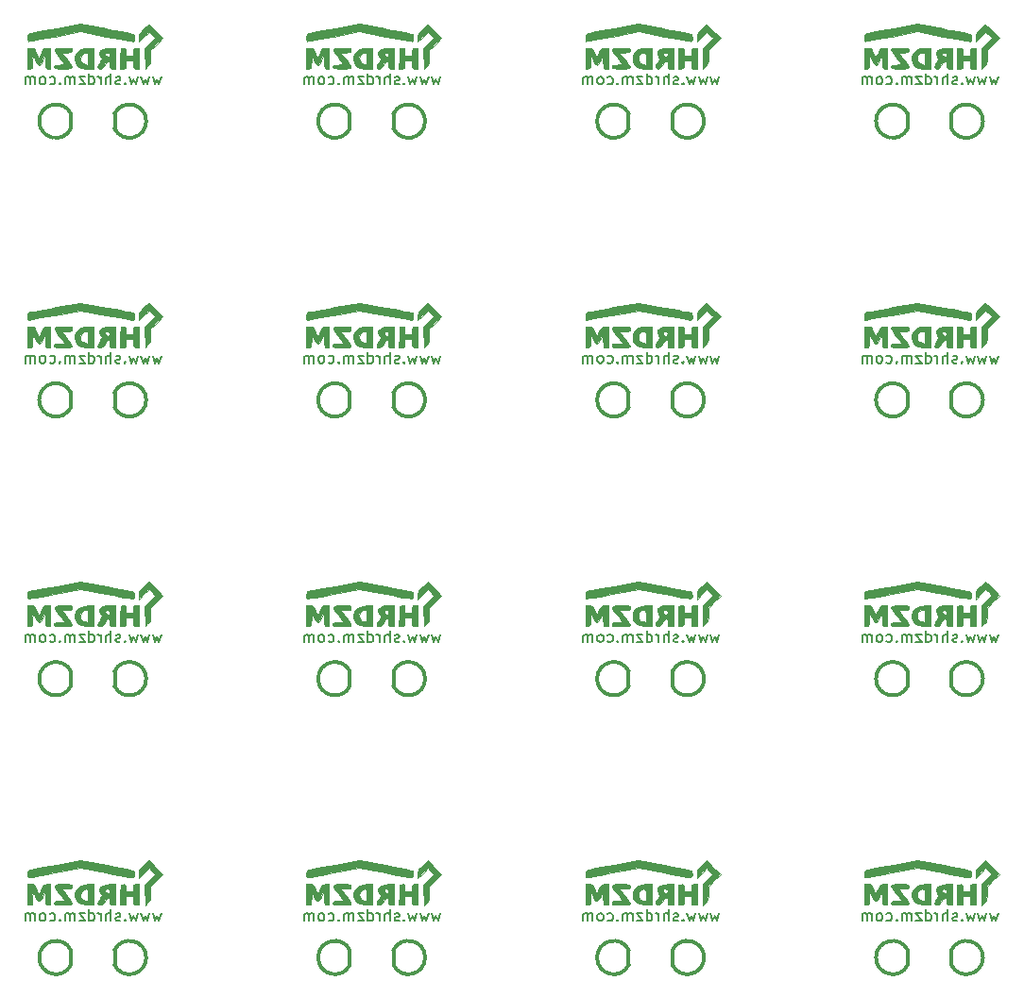
<source format=gbr>
%TF.GenerationSoftware,KiCad,Pcbnew,(5.1.9)-1*%
%TF.CreationDate,2021-10-25T14:10:00+02:00*%
%TF.ProjectId,Smartmeter_IR_multi,536d6172-746d-4657-9465-725f49525f6d,rev?*%
%TF.SameCoordinates,Original*%
%TF.FileFunction,Legend,Bot*%
%TF.FilePolarity,Positive*%
%FSLAX46Y46*%
G04 Gerber Fmt 4.6, Leading zero omitted, Abs format (unit mm)*
G04 Created by KiCad (PCBNEW (5.1.9)-1) date 2021-10-25 14:10:00*
%MOMM*%
%LPD*%
G01*
G04 APERTURE LIST*
%ADD10C,0.150000*%
%ADD11C,0.300000*%
%ADD12C,0.010000*%
G04 APERTURE END LIST*
D10*
X114642857Y-141035714D02*
X114452380Y-141702380D01*
X114261904Y-141226190D01*
X114071428Y-141702380D01*
X113880952Y-141035714D01*
X113595238Y-141035714D02*
X113404761Y-141702380D01*
X113214285Y-141226190D01*
X113023809Y-141702380D01*
X112833333Y-141035714D01*
X112547619Y-141035714D02*
X112357142Y-141702380D01*
X112166666Y-141226190D01*
X111976190Y-141702380D01*
X111785714Y-141035714D01*
X111404761Y-141607142D02*
X111357142Y-141654761D01*
X111404761Y-141702380D01*
X111452380Y-141654761D01*
X111404761Y-141607142D01*
X111404761Y-141702380D01*
X110976190Y-141654761D02*
X110880952Y-141702380D01*
X110690476Y-141702380D01*
X110595238Y-141654761D01*
X110547619Y-141559523D01*
X110547619Y-141511904D01*
X110595238Y-141416666D01*
X110690476Y-141369047D01*
X110833333Y-141369047D01*
X110928571Y-141321428D01*
X110976190Y-141226190D01*
X110976190Y-141178571D01*
X110928571Y-141083333D01*
X110833333Y-141035714D01*
X110690476Y-141035714D01*
X110595238Y-141083333D01*
X110119047Y-141702380D02*
X110119047Y-140702380D01*
X109690476Y-141702380D02*
X109690476Y-141178571D01*
X109738095Y-141083333D01*
X109833333Y-141035714D01*
X109976190Y-141035714D01*
X110071428Y-141083333D01*
X110119047Y-141130952D01*
X109214285Y-141702380D02*
X109214285Y-141035714D01*
X109214285Y-141226190D02*
X109166666Y-141130952D01*
X109119047Y-141083333D01*
X109023809Y-141035714D01*
X108928571Y-141035714D01*
X108166666Y-141702380D02*
X108166666Y-140702380D01*
X108166666Y-141654761D02*
X108261904Y-141702380D01*
X108452380Y-141702380D01*
X108547619Y-141654761D01*
X108595238Y-141607142D01*
X108642857Y-141511904D01*
X108642857Y-141226190D01*
X108595238Y-141130952D01*
X108547619Y-141083333D01*
X108452380Y-141035714D01*
X108261904Y-141035714D01*
X108166666Y-141083333D01*
X107785714Y-141035714D02*
X107261904Y-141035714D01*
X107785714Y-141702380D01*
X107261904Y-141702380D01*
X106880952Y-141702380D02*
X106880952Y-141035714D01*
X106880952Y-141130952D02*
X106833333Y-141083333D01*
X106738095Y-141035714D01*
X106595238Y-141035714D01*
X106500000Y-141083333D01*
X106452380Y-141178571D01*
X106452380Y-141702380D01*
X106452380Y-141178571D02*
X106404761Y-141083333D01*
X106309523Y-141035714D01*
X106166666Y-141035714D01*
X106071428Y-141083333D01*
X106023809Y-141178571D01*
X106023809Y-141702380D01*
X105547619Y-141607142D02*
X105500000Y-141654761D01*
X105547619Y-141702380D01*
X105595238Y-141654761D01*
X105547619Y-141607142D01*
X105547619Y-141702380D01*
X104642857Y-141654761D02*
X104738095Y-141702380D01*
X104928571Y-141702380D01*
X105023809Y-141654761D01*
X105071428Y-141607142D01*
X105119047Y-141511904D01*
X105119047Y-141226190D01*
X105071428Y-141130952D01*
X105023809Y-141083333D01*
X104928571Y-141035714D01*
X104738095Y-141035714D01*
X104642857Y-141083333D01*
X104071428Y-141702380D02*
X104166666Y-141654761D01*
X104214285Y-141607142D01*
X104261904Y-141511904D01*
X104261904Y-141226190D01*
X104214285Y-141130952D01*
X104166666Y-141083333D01*
X104071428Y-141035714D01*
X103928571Y-141035714D01*
X103833333Y-141083333D01*
X103785714Y-141130952D01*
X103738095Y-141226190D01*
X103738095Y-141511904D01*
X103785714Y-141607142D01*
X103833333Y-141654761D01*
X103928571Y-141702380D01*
X104071428Y-141702380D01*
X103309523Y-141702380D02*
X103309523Y-141035714D01*
X103309523Y-141130952D02*
X103261904Y-141083333D01*
X103166666Y-141035714D01*
X103023809Y-141035714D01*
X102928571Y-141083333D01*
X102880952Y-141178571D01*
X102880952Y-141702380D01*
X102880952Y-141178571D02*
X102833333Y-141083333D01*
X102738095Y-141035714D01*
X102595238Y-141035714D01*
X102500000Y-141083333D01*
X102452380Y-141178571D01*
X102452380Y-141702380D01*
X139642857Y-141035714D02*
X139452380Y-141702380D01*
X139261904Y-141226190D01*
X139071428Y-141702380D01*
X138880952Y-141035714D01*
X138595238Y-141035714D02*
X138404761Y-141702380D01*
X138214285Y-141226190D01*
X138023809Y-141702380D01*
X137833333Y-141035714D01*
X137547619Y-141035714D02*
X137357142Y-141702380D01*
X137166666Y-141226190D01*
X136976190Y-141702380D01*
X136785714Y-141035714D01*
X136404761Y-141607142D02*
X136357142Y-141654761D01*
X136404761Y-141702380D01*
X136452380Y-141654761D01*
X136404761Y-141607142D01*
X136404761Y-141702380D01*
X135976190Y-141654761D02*
X135880952Y-141702380D01*
X135690476Y-141702380D01*
X135595238Y-141654761D01*
X135547619Y-141559523D01*
X135547619Y-141511904D01*
X135595238Y-141416666D01*
X135690476Y-141369047D01*
X135833333Y-141369047D01*
X135928571Y-141321428D01*
X135976190Y-141226190D01*
X135976190Y-141178571D01*
X135928571Y-141083333D01*
X135833333Y-141035714D01*
X135690476Y-141035714D01*
X135595238Y-141083333D01*
X135119047Y-141702380D02*
X135119047Y-140702380D01*
X134690476Y-141702380D02*
X134690476Y-141178571D01*
X134738095Y-141083333D01*
X134833333Y-141035714D01*
X134976190Y-141035714D01*
X135071428Y-141083333D01*
X135119047Y-141130952D01*
X134214285Y-141702380D02*
X134214285Y-141035714D01*
X134214285Y-141226190D02*
X134166666Y-141130952D01*
X134119047Y-141083333D01*
X134023809Y-141035714D01*
X133928571Y-141035714D01*
X133166666Y-141702380D02*
X133166666Y-140702380D01*
X133166666Y-141654761D02*
X133261904Y-141702380D01*
X133452380Y-141702380D01*
X133547619Y-141654761D01*
X133595238Y-141607142D01*
X133642857Y-141511904D01*
X133642857Y-141226190D01*
X133595238Y-141130952D01*
X133547619Y-141083333D01*
X133452380Y-141035714D01*
X133261904Y-141035714D01*
X133166666Y-141083333D01*
X132785714Y-141035714D02*
X132261904Y-141035714D01*
X132785714Y-141702380D01*
X132261904Y-141702380D01*
X131880952Y-141702380D02*
X131880952Y-141035714D01*
X131880952Y-141130952D02*
X131833333Y-141083333D01*
X131738095Y-141035714D01*
X131595238Y-141035714D01*
X131500000Y-141083333D01*
X131452380Y-141178571D01*
X131452380Y-141702380D01*
X131452380Y-141178571D02*
X131404761Y-141083333D01*
X131309523Y-141035714D01*
X131166666Y-141035714D01*
X131071428Y-141083333D01*
X131023809Y-141178571D01*
X131023809Y-141702380D01*
X130547619Y-141607142D02*
X130500000Y-141654761D01*
X130547619Y-141702380D01*
X130595238Y-141654761D01*
X130547619Y-141607142D01*
X130547619Y-141702380D01*
X129642857Y-141654761D02*
X129738095Y-141702380D01*
X129928571Y-141702380D01*
X130023809Y-141654761D01*
X130071428Y-141607142D01*
X130119047Y-141511904D01*
X130119047Y-141226190D01*
X130071428Y-141130952D01*
X130023809Y-141083333D01*
X129928571Y-141035714D01*
X129738095Y-141035714D01*
X129642857Y-141083333D01*
X129071428Y-141702380D02*
X129166666Y-141654761D01*
X129214285Y-141607142D01*
X129261904Y-141511904D01*
X129261904Y-141226190D01*
X129214285Y-141130952D01*
X129166666Y-141083333D01*
X129071428Y-141035714D01*
X128928571Y-141035714D01*
X128833333Y-141083333D01*
X128785714Y-141130952D01*
X128738095Y-141226190D01*
X128738095Y-141511904D01*
X128785714Y-141607142D01*
X128833333Y-141654761D01*
X128928571Y-141702380D01*
X129071428Y-141702380D01*
X128309523Y-141702380D02*
X128309523Y-141035714D01*
X128309523Y-141130952D02*
X128261904Y-141083333D01*
X128166666Y-141035714D01*
X128023809Y-141035714D01*
X127928571Y-141083333D01*
X127880952Y-141178571D01*
X127880952Y-141702380D01*
X127880952Y-141178571D02*
X127833333Y-141083333D01*
X127738095Y-141035714D01*
X127595238Y-141035714D01*
X127500000Y-141083333D01*
X127452380Y-141178571D01*
X127452380Y-141702380D01*
X89642857Y-141035714D02*
X89452380Y-141702380D01*
X89261904Y-141226190D01*
X89071428Y-141702380D01*
X88880952Y-141035714D01*
X88595238Y-141035714D02*
X88404761Y-141702380D01*
X88214285Y-141226190D01*
X88023809Y-141702380D01*
X87833333Y-141035714D01*
X87547619Y-141035714D02*
X87357142Y-141702380D01*
X87166666Y-141226190D01*
X86976190Y-141702380D01*
X86785714Y-141035714D01*
X86404761Y-141607142D02*
X86357142Y-141654761D01*
X86404761Y-141702380D01*
X86452380Y-141654761D01*
X86404761Y-141607142D01*
X86404761Y-141702380D01*
X85976190Y-141654761D02*
X85880952Y-141702380D01*
X85690476Y-141702380D01*
X85595238Y-141654761D01*
X85547619Y-141559523D01*
X85547619Y-141511904D01*
X85595238Y-141416666D01*
X85690476Y-141369047D01*
X85833333Y-141369047D01*
X85928571Y-141321428D01*
X85976190Y-141226190D01*
X85976190Y-141178571D01*
X85928571Y-141083333D01*
X85833333Y-141035714D01*
X85690476Y-141035714D01*
X85595238Y-141083333D01*
X85119047Y-141702380D02*
X85119047Y-140702380D01*
X84690476Y-141702380D02*
X84690476Y-141178571D01*
X84738095Y-141083333D01*
X84833333Y-141035714D01*
X84976190Y-141035714D01*
X85071428Y-141083333D01*
X85119047Y-141130952D01*
X84214285Y-141702380D02*
X84214285Y-141035714D01*
X84214285Y-141226190D02*
X84166666Y-141130952D01*
X84119047Y-141083333D01*
X84023809Y-141035714D01*
X83928571Y-141035714D01*
X83166666Y-141702380D02*
X83166666Y-140702380D01*
X83166666Y-141654761D02*
X83261904Y-141702380D01*
X83452380Y-141702380D01*
X83547619Y-141654761D01*
X83595238Y-141607142D01*
X83642857Y-141511904D01*
X83642857Y-141226190D01*
X83595238Y-141130952D01*
X83547619Y-141083333D01*
X83452380Y-141035714D01*
X83261904Y-141035714D01*
X83166666Y-141083333D01*
X82785714Y-141035714D02*
X82261904Y-141035714D01*
X82785714Y-141702380D01*
X82261904Y-141702380D01*
X81880952Y-141702380D02*
X81880952Y-141035714D01*
X81880952Y-141130952D02*
X81833333Y-141083333D01*
X81738095Y-141035714D01*
X81595238Y-141035714D01*
X81500000Y-141083333D01*
X81452380Y-141178571D01*
X81452380Y-141702380D01*
X81452380Y-141178571D02*
X81404761Y-141083333D01*
X81309523Y-141035714D01*
X81166666Y-141035714D01*
X81071428Y-141083333D01*
X81023809Y-141178571D01*
X81023809Y-141702380D01*
X80547619Y-141607142D02*
X80500000Y-141654761D01*
X80547619Y-141702380D01*
X80595238Y-141654761D01*
X80547619Y-141607142D01*
X80547619Y-141702380D01*
X79642857Y-141654761D02*
X79738095Y-141702380D01*
X79928571Y-141702380D01*
X80023809Y-141654761D01*
X80071428Y-141607142D01*
X80119047Y-141511904D01*
X80119047Y-141226190D01*
X80071428Y-141130952D01*
X80023809Y-141083333D01*
X79928571Y-141035714D01*
X79738095Y-141035714D01*
X79642857Y-141083333D01*
X79071428Y-141702380D02*
X79166666Y-141654761D01*
X79214285Y-141607142D01*
X79261904Y-141511904D01*
X79261904Y-141226190D01*
X79214285Y-141130952D01*
X79166666Y-141083333D01*
X79071428Y-141035714D01*
X78928571Y-141035714D01*
X78833333Y-141083333D01*
X78785714Y-141130952D01*
X78738095Y-141226190D01*
X78738095Y-141511904D01*
X78785714Y-141607142D01*
X78833333Y-141654761D01*
X78928571Y-141702380D01*
X79071428Y-141702380D01*
X78309523Y-141702380D02*
X78309523Y-141035714D01*
X78309523Y-141130952D02*
X78261904Y-141083333D01*
X78166666Y-141035714D01*
X78023809Y-141035714D01*
X77928571Y-141083333D01*
X77880952Y-141178571D01*
X77880952Y-141702380D01*
X77880952Y-141178571D02*
X77833333Y-141083333D01*
X77738095Y-141035714D01*
X77595238Y-141035714D01*
X77500000Y-141083333D01*
X77452380Y-141178571D01*
X77452380Y-141702380D01*
X64642857Y-141035714D02*
X64452380Y-141702380D01*
X64261904Y-141226190D01*
X64071428Y-141702380D01*
X63880952Y-141035714D01*
X63595238Y-141035714D02*
X63404761Y-141702380D01*
X63214285Y-141226190D01*
X63023809Y-141702380D01*
X62833333Y-141035714D01*
X62547619Y-141035714D02*
X62357142Y-141702380D01*
X62166666Y-141226190D01*
X61976190Y-141702380D01*
X61785714Y-141035714D01*
X61404761Y-141607142D02*
X61357142Y-141654761D01*
X61404761Y-141702380D01*
X61452380Y-141654761D01*
X61404761Y-141607142D01*
X61404761Y-141702380D01*
X60976190Y-141654761D02*
X60880952Y-141702380D01*
X60690476Y-141702380D01*
X60595238Y-141654761D01*
X60547619Y-141559523D01*
X60547619Y-141511904D01*
X60595238Y-141416666D01*
X60690476Y-141369047D01*
X60833333Y-141369047D01*
X60928571Y-141321428D01*
X60976190Y-141226190D01*
X60976190Y-141178571D01*
X60928571Y-141083333D01*
X60833333Y-141035714D01*
X60690476Y-141035714D01*
X60595238Y-141083333D01*
X60119047Y-141702380D02*
X60119047Y-140702380D01*
X59690476Y-141702380D02*
X59690476Y-141178571D01*
X59738095Y-141083333D01*
X59833333Y-141035714D01*
X59976190Y-141035714D01*
X60071428Y-141083333D01*
X60119047Y-141130952D01*
X59214285Y-141702380D02*
X59214285Y-141035714D01*
X59214285Y-141226190D02*
X59166666Y-141130952D01*
X59119047Y-141083333D01*
X59023809Y-141035714D01*
X58928571Y-141035714D01*
X58166666Y-141702380D02*
X58166666Y-140702380D01*
X58166666Y-141654761D02*
X58261904Y-141702380D01*
X58452380Y-141702380D01*
X58547619Y-141654761D01*
X58595238Y-141607142D01*
X58642857Y-141511904D01*
X58642857Y-141226190D01*
X58595238Y-141130952D01*
X58547619Y-141083333D01*
X58452380Y-141035714D01*
X58261904Y-141035714D01*
X58166666Y-141083333D01*
X57785714Y-141035714D02*
X57261904Y-141035714D01*
X57785714Y-141702380D01*
X57261904Y-141702380D01*
X56880952Y-141702380D02*
X56880952Y-141035714D01*
X56880952Y-141130952D02*
X56833333Y-141083333D01*
X56738095Y-141035714D01*
X56595238Y-141035714D01*
X56500000Y-141083333D01*
X56452380Y-141178571D01*
X56452380Y-141702380D01*
X56452380Y-141178571D02*
X56404761Y-141083333D01*
X56309523Y-141035714D01*
X56166666Y-141035714D01*
X56071428Y-141083333D01*
X56023809Y-141178571D01*
X56023809Y-141702380D01*
X55547619Y-141607142D02*
X55500000Y-141654761D01*
X55547619Y-141702380D01*
X55595238Y-141654761D01*
X55547619Y-141607142D01*
X55547619Y-141702380D01*
X54642857Y-141654761D02*
X54738095Y-141702380D01*
X54928571Y-141702380D01*
X55023809Y-141654761D01*
X55071428Y-141607142D01*
X55119047Y-141511904D01*
X55119047Y-141226190D01*
X55071428Y-141130952D01*
X55023809Y-141083333D01*
X54928571Y-141035714D01*
X54738095Y-141035714D01*
X54642857Y-141083333D01*
X54071428Y-141702380D02*
X54166666Y-141654761D01*
X54214285Y-141607142D01*
X54261904Y-141511904D01*
X54261904Y-141226190D01*
X54214285Y-141130952D01*
X54166666Y-141083333D01*
X54071428Y-141035714D01*
X53928571Y-141035714D01*
X53833333Y-141083333D01*
X53785714Y-141130952D01*
X53738095Y-141226190D01*
X53738095Y-141511904D01*
X53785714Y-141607142D01*
X53833333Y-141654761D01*
X53928571Y-141702380D01*
X54071428Y-141702380D01*
X53309523Y-141702380D02*
X53309523Y-141035714D01*
X53309523Y-141130952D02*
X53261904Y-141083333D01*
X53166666Y-141035714D01*
X53023809Y-141035714D01*
X52928571Y-141083333D01*
X52880952Y-141178571D01*
X52880952Y-141702380D01*
X52880952Y-141178571D02*
X52833333Y-141083333D01*
X52738095Y-141035714D01*
X52595238Y-141035714D01*
X52500000Y-141083333D01*
X52452380Y-141178571D01*
X52452380Y-141702380D01*
X139642857Y-141035714D02*
X139452380Y-141702380D01*
X139261904Y-141226190D01*
X139071428Y-141702380D01*
X138880952Y-141035714D01*
X138595238Y-141035714D02*
X138404761Y-141702380D01*
X138214285Y-141226190D01*
X138023809Y-141702380D01*
X137833333Y-141035714D01*
X137547619Y-141035714D02*
X137357142Y-141702380D01*
X137166666Y-141226190D01*
X136976190Y-141702380D01*
X136785714Y-141035714D01*
X136404761Y-141607142D02*
X136357142Y-141654761D01*
X136404761Y-141702380D01*
X136452380Y-141654761D01*
X136404761Y-141607142D01*
X136404761Y-141702380D01*
X135976190Y-141654761D02*
X135880952Y-141702380D01*
X135690476Y-141702380D01*
X135595238Y-141654761D01*
X135547619Y-141559523D01*
X135547619Y-141511904D01*
X135595238Y-141416666D01*
X135690476Y-141369047D01*
X135833333Y-141369047D01*
X135928571Y-141321428D01*
X135976190Y-141226190D01*
X135976190Y-141178571D01*
X135928571Y-141083333D01*
X135833333Y-141035714D01*
X135690476Y-141035714D01*
X135595238Y-141083333D01*
X135119047Y-141702380D02*
X135119047Y-140702380D01*
X134690476Y-141702380D02*
X134690476Y-141178571D01*
X134738095Y-141083333D01*
X134833333Y-141035714D01*
X134976190Y-141035714D01*
X135071428Y-141083333D01*
X135119047Y-141130952D01*
X134214285Y-141702380D02*
X134214285Y-141035714D01*
X134214285Y-141226190D02*
X134166666Y-141130952D01*
X134119047Y-141083333D01*
X134023809Y-141035714D01*
X133928571Y-141035714D01*
X133166666Y-141702380D02*
X133166666Y-140702380D01*
X133166666Y-141654761D02*
X133261904Y-141702380D01*
X133452380Y-141702380D01*
X133547619Y-141654761D01*
X133595238Y-141607142D01*
X133642857Y-141511904D01*
X133642857Y-141226190D01*
X133595238Y-141130952D01*
X133547619Y-141083333D01*
X133452380Y-141035714D01*
X133261904Y-141035714D01*
X133166666Y-141083333D01*
X132785714Y-141035714D02*
X132261904Y-141035714D01*
X132785714Y-141702380D01*
X132261904Y-141702380D01*
X131880952Y-141702380D02*
X131880952Y-141035714D01*
X131880952Y-141130952D02*
X131833333Y-141083333D01*
X131738095Y-141035714D01*
X131595238Y-141035714D01*
X131500000Y-141083333D01*
X131452380Y-141178571D01*
X131452380Y-141702380D01*
X131452380Y-141178571D02*
X131404761Y-141083333D01*
X131309523Y-141035714D01*
X131166666Y-141035714D01*
X131071428Y-141083333D01*
X131023809Y-141178571D01*
X131023809Y-141702380D01*
X130547619Y-141607142D02*
X130500000Y-141654761D01*
X130547619Y-141702380D01*
X130595238Y-141654761D01*
X130547619Y-141607142D01*
X130547619Y-141702380D01*
X129642857Y-141654761D02*
X129738095Y-141702380D01*
X129928571Y-141702380D01*
X130023809Y-141654761D01*
X130071428Y-141607142D01*
X130119047Y-141511904D01*
X130119047Y-141226190D01*
X130071428Y-141130952D01*
X130023809Y-141083333D01*
X129928571Y-141035714D01*
X129738095Y-141035714D01*
X129642857Y-141083333D01*
X129071428Y-141702380D02*
X129166666Y-141654761D01*
X129214285Y-141607142D01*
X129261904Y-141511904D01*
X129261904Y-141226190D01*
X129214285Y-141130952D01*
X129166666Y-141083333D01*
X129071428Y-141035714D01*
X128928571Y-141035714D01*
X128833333Y-141083333D01*
X128785714Y-141130952D01*
X128738095Y-141226190D01*
X128738095Y-141511904D01*
X128785714Y-141607142D01*
X128833333Y-141654761D01*
X128928571Y-141702380D01*
X129071428Y-141702380D01*
X128309523Y-141702380D02*
X128309523Y-141035714D01*
X128309523Y-141130952D02*
X128261904Y-141083333D01*
X128166666Y-141035714D01*
X128023809Y-141035714D01*
X127928571Y-141083333D01*
X127880952Y-141178571D01*
X127880952Y-141702380D01*
X127880952Y-141178571D02*
X127833333Y-141083333D01*
X127738095Y-141035714D01*
X127595238Y-141035714D01*
X127500000Y-141083333D01*
X127452380Y-141178571D01*
X127452380Y-141702380D01*
X64642857Y-116035714D02*
X64452380Y-116702380D01*
X64261904Y-116226190D01*
X64071428Y-116702380D01*
X63880952Y-116035714D01*
X63595238Y-116035714D02*
X63404761Y-116702380D01*
X63214285Y-116226190D01*
X63023809Y-116702380D01*
X62833333Y-116035714D01*
X62547619Y-116035714D02*
X62357142Y-116702380D01*
X62166666Y-116226190D01*
X61976190Y-116702380D01*
X61785714Y-116035714D01*
X61404761Y-116607142D02*
X61357142Y-116654761D01*
X61404761Y-116702380D01*
X61452380Y-116654761D01*
X61404761Y-116607142D01*
X61404761Y-116702380D01*
X60976190Y-116654761D02*
X60880952Y-116702380D01*
X60690476Y-116702380D01*
X60595238Y-116654761D01*
X60547619Y-116559523D01*
X60547619Y-116511904D01*
X60595238Y-116416666D01*
X60690476Y-116369047D01*
X60833333Y-116369047D01*
X60928571Y-116321428D01*
X60976190Y-116226190D01*
X60976190Y-116178571D01*
X60928571Y-116083333D01*
X60833333Y-116035714D01*
X60690476Y-116035714D01*
X60595238Y-116083333D01*
X60119047Y-116702380D02*
X60119047Y-115702380D01*
X59690476Y-116702380D02*
X59690476Y-116178571D01*
X59738095Y-116083333D01*
X59833333Y-116035714D01*
X59976190Y-116035714D01*
X60071428Y-116083333D01*
X60119047Y-116130952D01*
X59214285Y-116702380D02*
X59214285Y-116035714D01*
X59214285Y-116226190D02*
X59166666Y-116130952D01*
X59119047Y-116083333D01*
X59023809Y-116035714D01*
X58928571Y-116035714D01*
X58166666Y-116702380D02*
X58166666Y-115702380D01*
X58166666Y-116654761D02*
X58261904Y-116702380D01*
X58452380Y-116702380D01*
X58547619Y-116654761D01*
X58595238Y-116607142D01*
X58642857Y-116511904D01*
X58642857Y-116226190D01*
X58595238Y-116130952D01*
X58547619Y-116083333D01*
X58452380Y-116035714D01*
X58261904Y-116035714D01*
X58166666Y-116083333D01*
X57785714Y-116035714D02*
X57261904Y-116035714D01*
X57785714Y-116702380D01*
X57261904Y-116702380D01*
X56880952Y-116702380D02*
X56880952Y-116035714D01*
X56880952Y-116130952D02*
X56833333Y-116083333D01*
X56738095Y-116035714D01*
X56595238Y-116035714D01*
X56500000Y-116083333D01*
X56452380Y-116178571D01*
X56452380Y-116702380D01*
X56452380Y-116178571D02*
X56404761Y-116083333D01*
X56309523Y-116035714D01*
X56166666Y-116035714D01*
X56071428Y-116083333D01*
X56023809Y-116178571D01*
X56023809Y-116702380D01*
X55547619Y-116607142D02*
X55500000Y-116654761D01*
X55547619Y-116702380D01*
X55595238Y-116654761D01*
X55547619Y-116607142D01*
X55547619Y-116702380D01*
X54642857Y-116654761D02*
X54738095Y-116702380D01*
X54928571Y-116702380D01*
X55023809Y-116654761D01*
X55071428Y-116607142D01*
X55119047Y-116511904D01*
X55119047Y-116226190D01*
X55071428Y-116130952D01*
X55023809Y-116083333D01*
X54928571Y-116035714D01*
X54738095Y-116035714D01*
X54642857Y-116083333D01*
X54071428Y-116702380D02*
X54166666Y-116654761D01*
X54214285Y-116607142D01*
X54261904Y-116511904D01*
X54261904Y-116226190D01*
X54214285Y-116130952D01*
X54166666Y-116083333D01*
X54071428Y-116035714D01*
X53928571Y-116035714D01*
X53833333Y-116083333D01*
X53785714Y-116130952D01*
X53738095Y-116226190D01*
X53738095Y-116511904D01*
X53785714Y-116607142D01*
X53833333Y-116654761D01*
X53928571Y-116702380D01*
X54071428Y-116702380D01*
X53309523Y-116702380D02*
X53309523Y-116035714D01*
X53309523Y-116130952D02*
X53261904Y-116083333D01*
X53166666Y-116035714D01*
X53023809Y-116035714D01*
X52928571Y-116083333D01*
X52880952Y-116178571D01*
X52880952Y-116702380D01*
X52880952Y-116178571D02*
X52833333Y-116083333D01*
X52738095Y-116035714D01*
X52595238Y-116035714D01*
X52500000Y-116083333D01*
X52452380Y-116178571D01*
X52452380Y-116702380D01*
X139642857Y-116035714D02*
X139452380Y-116702380D01*
X139261904Y-116226190D01*
X139071428Y-116702380D01*
X138880952Y-116035714D01*
X138595238Y-116035714D02*
X138404761Y-116702380D01*
X138214285Y-116226190D01*
X138023809Y-116702380D01*
X137833333Y-116035714D01*
X137547619Y-116035714D02*
X137357142Y-116702380D01*
X137166666Y-116226190D01*
X136976190Y-116702380D01*
X136785714Y-116035714D01*
X136404761Y-116607142D02*
X136357142Y-116654761D01*
X136404761Y-116702380D01*
X136452380Y-116654761D01*
X136404761Y-116607142D01*
X136404761Y-116702380D01*
X135976190Y-116654761D02*
X135880952Y-116702380D01*
X135690476Y-116702380D01*
X135595238Y-116654761D01*
X135547619Y-116559523D01*
X135547619Y-116511904D01*
X135595238Y-116416666D01*
X135690476Y-116369047D01*
X135833333Y-116369047D01*
X135928571Y-116321428D01*
X135976190Y-116226190D01*
X135976190Y-116178571D01*
X135928571Y-116083333D01*
X135833333Y-116035714D01*
X135690476Y-116035714D01*
X135595238Y-116083333D01*
X135119047Y-116702380D02*
X135119047Y-115702380D01*
X134690476Y-116702380D02*
X134690476Y-116178571D01*
X134738095Y-116083333D01*
X134833333Y-116035714D01*
X134976190Y-116035714D01*
X135071428Y-116083333D01*
X135119047Y-116130952D01*
X134214285Y-116702380D02*
X134214285Y-116035714D01*
X134214285Y-116226190D02*
X134166666Y-116130952D01*
X134119047Y-116083333D01*
X134023809Y-116035714D01*
X133928571Y-116035714D01*
X133166666Y-116702380D02*
X133166666Y-115702380D01*
X133166666Y-116654761D02*
X133261904Y-116702380D01*
X133452380Y-116702380D01*
X133547619Y-116654761D01*
X133595238Y-116607142D01*
X133642857Y-116511904D01*
X133642857Y-116226190D01*
X133595238Y-116130952D01*
X133547619Y-116083333D01*
X133452380Y-116035714D01*
X133261904Y-116035714D01*
X133166666Y-116083333D01*
X132785714Y-116035714D02*
X132261904Y-116035714D01*
X132785714Y-116702380D01*
X132261904Y-116702380D01*
X131880952Y-116702380D02*
X131880952Y-116035714D01*
X131880952Y-116130952D02*
X131833333Y-116083333D01*
X131738095Y-116035714D01*
X131595238Y-116035714D01*
X131500000Y-116083333D01*
X131452380Y-116178571D01*
X131452380Y-116702380D01*
X131452380Y-116178571D02*
X131404761Y-116083333D01*
X131309523Y-116035714D01*
X131166666Y-116035714D01*
X131071428Y-116083333D01*
X131023809Y-116178571D01*
X131023809Y-116702380D01*
X130547619Y-116607142D02*
X130500000Y-116654761D01*
X130547619Y-116702380D01*
X130595238Y-116654761D01*
X130547619Y-116607142D01*
X130547619Y-116702380D01*
X129642857Y-116654761D02*
X129738095Y-116702380D01*
X129928571Y-116702380D01*
X130023809Y-116654761D01*
X130071428Y-116607142D01*
X130119047Y-116511904D01*
X130119047Y-116226190D01*
X130071428Y-116130952D01*
X130023809Y-116083333D01*
X129928571Y-116035714D01*
X129738095Y-116035714D01*
X129642857Y-116083333D01*
X129071428Y-116702380D02*
X129166666Y-116654761D01*
X129214285Y-116607142D01*
X129261904Y-116511904D01*
X129261904Y-116226190D01*
X129214285Y-116130952D01*
X129166666Y-116083333D01*
X129071428Y-116035714D01*
X128928571Y-116035714D01*
X128833333Y-116083333D01*
X128785714Y-116130952D01*
X128738095Y-116226190D01*
X128738095Y-116511904D01*
X128785714Y-116607142D01*
X128833333Y-116654761D01*
X128928571Y-116702380D01*
X129071428Y-116702380D01*
X128309523Y-116702380D02*
X128309523Y-116035714D01*
X128309523Y-116130952D02*
X128261904Y-116083333D01*
X128166666Y-116035714D01*
X128023809Y-116035714D01*
X127928571Y-116083333D01*
X127880952Y-116178571D01*
X127880952Y-116702380D01*
X127880952Y-116178571D02*
X127833333Y-116083333D01*
X127738095Y-116035714D01*
X127595238Y-116035714D01*
X127500000Y-116083333D01*
X127452380Y-116178571D01*
X127452380Y-116702380D01*
X114642857Y-116035714D02*
X114452380Y-116702380D01*
X114261904Y-116226190D01*
X114071428Y-116702380D01*
X113880952Y-116035714D01*
X113595238Y-116035714D02*
X113404761Y-116702380D01*
X113214285Y-116226190D01*
X113023809Y-116702380D01*
X112833333Y-116035714D01*
X112547619Y-116035714D02*
X112357142Y-116702380D01*
X112166666Y-116226190D01*
X111976190Y-116702380D01*
X111785714Y-116035714D01*
X111404761Y-116607142D02*
X111357142Y-116654761D01*
X111404761Y-116702380D01*
X111452380Y-116654761D01*
X111404761Y-116607142D01*
X111404761Y-116702380D01*
X110976190Y-116654761D02*
X110880952Y-116702380D01*
X110690476Y-116702380D01*
X110595238Y-116654761D01*
X110547619Y-116559523D01*
X110547619Y-116511904D01*
X110595238Y-116416666D01*
X110690476Y-116369047D01*
X110833333Y-116369047D01*
X110928571Y-116321428D01*
X110976190Y-116226190D01*
X110976190Y-116178571D01*
X110928571Y-116083333D01*
X110833333Y-116035714D01*
X110690476Y-116035714D01*
X110595238Y-116083333D01*
X110119047Y-116702380D02*
X110119047Y-115702380D01*
X109690476Y-116702380D02*
X109690476Y-116178571D01*
X109738095Y-116083333D01*
X109833333Y-116035714D01*
X109976190Y-116035714D01*
X110071428Y-116083333D01*
X110119047Y-116130952D01*
X109214285Y-116702380D02*
X109214285Y-116035714D01*
X109214285Y-116226190D02*
X109166666Y-116130952D01*
X109119047Y-116083333D01*
X109023809Y-116035714D01*
X108928571Y-116035714D01*
X108166666Y-116702380D02*
X108166666Y-115702380D01*
X108166666Y-116654761D02*
X108261904Y-116702380D01*
X108452380Y-116702380D01*
X108547619Y-116654761D01*
X108595238Y-116607142D01*
X108642857Y-116511904D01*
X108642857Y-116226190D01*
X108595238Y-116130952D01*
X108547619Y-116083333D01*
X108452380Y-116035714D01*
X108261904Y-116035714D01*
X108166666Y-116083333D01*
X107785714Y-116035714D02*
X107261904Y-116035714D01*
X107785714Y-116702380D01*
X107261904Y-116702380D01*
X106880952Y-116702380D02*
X106880952Y-116035714D01*
X106880952Y-116130952D02*
X106833333Y-116083333D01*
X106738095Y-116035714D01*
X106595238Y-116035714D01*
X106500000Y-116083333D01*
X106452380Y-116178571D01*
X106452380Y-116702380D01*
X106452380Y-116178571D02*
X106404761Y-116083333D01*
X106309523Y-116035714D01*
X106166666Y-116035714D01*
X106071428Y-116083333D01*
X106023809Y-116178571D01*
X106023809Y-116702380D01*
X105547619Y-116607142D02*
X105500000Y-116654761D01*
X105547619Y-116702380D01*
X105595238Y-116654761D01*
X105547619Y-116607142D01*
X105547619Y-116702380D01*
X104642857Y-116654761D02*
X104738095Y-116702380D01*
X104928571Y-116702380D01*
X105023809Y-116654761D01*
X105071428Y-116607142D01*
X105119047Y-116511904D01*
X105119047Y-116226190D01*
X105071428Y-116130952D01*
X105023809Y-116083333D01*
X104928571Y-116035714D01*
X104738095Y-116035714D01*
X104642857Y-116083333D01*
X104071428Y-116702380D02*
X104166666Y-116654761D01*
X104214285Y-116607142D01*
X104261904Y-116511904D01*
X104261904Y-116226190D01*
X104214285Y-116130952D01*
X104166666Y-116083333D01*
X104071428Y-116035714D01*
X103928571Y-116035714D01*
X103833333Y-116083333D01*
X103785714Y-116130952D01*
X103738095Y-116226190D01*
X103738095Y-116511904D01*
X103785714Y-116607142D01*
X103833333Y-116654761D01*
X103928571Y-116702380D01*
X104071428Y-116702380D01*
X103309523Y-116702380D02*
X103309523Y-116035714D01*
X103309523Y-116130952D02*
X103261904Y-116083333D01*
X103166666Y-116035714D01*
X103023809Y-116035714D01*
X102928571Y-116083333D01*
X102880952Y-116178571D01*
X102880952Y-116702380D01*
X102880952Y-116178571D02*
X102833333Y-116083333D01*
X102738095Y-116035714D01*
X102595238Y-116035714D01*
X102500000Y-116083333D01*
X102452380Y-116178571D01*
X102452380Y-116702380D01*
X139642857Y-116035714D02*
X139452380Y-116702380D01*
X139261904Y-116226190D01*
X139071428Y-116702380D01*
X138880952Y-116035714D01*
X138595238Y-116035714D02*
X138404761Y-116702380D01*
X138214285Y-116226190D01*
X138023809Y-116702380D01*
X137833333Y-116035714D01*
X137547619Y-116035714D02*
X137357142Y-116702380D01*
X137166666Y-116226190D01*
X136976190Y-116702380D01*
X136785714Y-116035714D01*
X136404761Y-116607142D02*
X136357142Y-116654761D01*
X136404761Y-116702380D01*
X136452380Y-116654761D01*
X136404761Y-116607142D01*
X136404761Y-116702380D01*
X135976190Y-116654761D02*
X135880952Y-116702380D01*
X135690476Y-116702380D01*
X135595238Y-116654761D01*
X135547619Y-116559523D01*
X135547619Y-116511904D01*
X135595238Y-116416666D01*
X135690476Y-116369047D01*
X135833333Y-116369047D01*
X135928571Y-116321428D01*
X135976190Y-116226190D01*
X135976190Y-116178571D01*
X135928571Y-116083333D01*
X135833333Y-116035714D01*
X135690476Y-116035714D01*
X135595238Y-116083333D01*
X135119047Y-116702380D02*
X135119047Y-115702380D01*
X134690476Y-116702380D02*
X134690476Y-116178571D01*
X134738095Y-116083333D01*
X134833333Y-116035714D01*
X134976190Y-116035714D01*
X135071428Y-116083333D01*
X135119047Y-116130952D01*
X134214285Y-116702380D02*
X134214285Y-116035714D01*
X134214285Y-116226190D02*
X134166666Y-116130952D01*
X134119047Y-116083333D01*
X134023809Y-116035714D01*
X133928571Y-116035714D01*
X133166666Y-116702380D02*
X133166666Y-115702380D01*
X133166666Y-116654761D02*
X133261904Y-116702380D01*
X133452380Y-116702380D01*
X133547619Y-116654761D01*
X133595238Y-116607142D01*
X133642857Y-116511904D01*
X133642857Y-116226190D01*
X133595238Y-116130952D01*
X133547619Y-116083333D01*
X133452380Y-116035714D01*
X133261904Y-116035714D01*
X133166666Y-116083333D01*
X132785714Y-116035714D02*
X132261904Y-116035714D01*
X132785714Y-116702380D01*
X132261904Y-116702380D01*
X131880952Y-116702380D02*
X131880952Y-116035714D01*
X131880952Y-116130952D02*
X131833333Y-116083333D01*
X131738095Y-116035714D01*
X131595238Y-116035714D01*
X131500000Y-116083333D01*
X131452380Y-116178571D01*
X131452380Y-116702380D01*
X131452380Y-116178571D02*
X131404761Y-116083333D01*
X131309523Y-116035714D01*
X131166666Y-116035714D01*
X131071428Y-116083333D01*
X131023809Y-116178571D01*
X131023809Y-116702380D01*
X130547619Y-116607142D02*
X130500000Y-116654761D01*
X130547619Y-116702380D01*
X130595238Y-116654761D01*
X130547619Y-116607142D01*
X130547619Y-116702380D01*
X129642857Y-116654761D02*
X129738095Y-116702380D01*
X129928571Y-116702380D01*
X130023809Y-116654761D01*
X130071428Y-116607142D01*
X130119047Y-116511904D01*
X130119047Y-116226190D01*
X130071428Y-116130952D01*
X130023809Y-116083333D01*
X129928571Y-116035714D01*
X129738095Y-116035714D01*
X129642857Y-116083333D01*
X129071428Y-116702380D02*
X129166666Y-116654761D01*
X129214285Y-116607142D01*
X129261904Y-116511904D01*
X129261904Y-116226190D01*
X129214285Y-116130952D01*
X129166666Y-116083333D01*
X129071428Y-116035714D01*
X128928571Y-116035714D01*
X128833333Y-116083333D01*
X128785714Y-116130952D01*
X128738095Y-116226190D01*
X128738095Y-116511904D01*
X128785714Y-116607142D01*
X128833333Y-116654761D01*
X128928571Y-116702380D01*
X129071428Y-116702380D01*
X128309523Y-116702380D02*
X128309523Y-116035714D01*
X128309523Y-116130952D02*
X128261904Y-116083333D01*
X128166666Y-116035714D01*
X128023809Y-116035714D01*
X127928571Y-116083333D01*
X127880952Y-116178571D01*
X127880952Y-116702380D01*
X127880952Y-116178571D02*
X127833333Y-116083333D01*
X127738095Y-116035714D01*
X127595238Y-116035714D01*
X127500000Y-116083333D01*
X127452380Y-116178571D01*
X127452380Y-116702380D01*
X89642857Y-116035714D02*
X89452380Y-116702380D01*
X89261904Y-116226190D01*
X89071428Y-116702380D01*
X88880952Y-116035714D01*
X88595238Y-116035714D02*
X88404761Y-116702380D01*
X88214285Y-116226190D01*
X88023809Y-116702380D01*
X87833333Y-116035714D01*
X87547619Y-116035714D02*
X87357142Y-116702380D01*
X87166666Y-116226190D01*
X86976190Y-116702380D01*
X86785714Y-116035714D01*
X86404761Y-116607142D02*
X86357142Y-116654761D01*
X86404761Y-116702380D01*
X86452380Y-116654761D01*
X86404761Y-116607142D01*
X86404761Y-116702380D01*
X85976190Y-116654761D02*
X85880952Y-116702380D01*
X85690476Y-116702380D01*
X85595238Y-116654761D01*
X85547619Y-116559523D01*
X85547619Y-116511904D01*
X85595238Y-116416666D01*
X85690476Y-116369047D01*
X85833333Y-116369047D01*
X85928571Y-116321428D01*
X85976190Y-116226190D01*
X85976190Y-116178571D01*
X85928571Y-116083333D01*
X85833333Y-116035714D01*
X85690476Y-116035714D01*
X85595238Y-116083333D01*
X85119047Y-116702380D02*
X85119047Y-115702380D01*
X84690476Y-116702380D02*
X84690476Y-116178571D01*
X84738095Y-116083333D01*
X84833333Y-116035714D01*
X84976190Y-116035714D01*
X85071428Y-116083333D01*
X85119047Y-116130952D01*
X84214285Y-116702380D02*
X84214285Y-116035714D01*
X84214285Y-116226190D02*
X84166666Y-116130952D01*
X84119047Y-116083333D01*
X84023809Y-116035714D01*
X83928571Y-116035714D01*
X83166666Y-116702380D02*
X83166666Y-115702380D01*
X83166666Y-116654761D02*
X83261904Y-116702380D01*
X83452380Y-116702380D01*
X83547619Y-116654761D01*
X83595238Y-116607142D01*
X83642857Y-116511904D01*
X83642857Y-116226190D01*
X83595238Y-116130952D01*
X83547619Y-116083333D01*
X83452380Y-116035714D01*
X83261904Y-116035714D01*
X83166666Y-116083333D01*
X82785714Y-116035714D02*
X82261904Y-116035714D01*
X82785714Y-116702380D01*
X82261904Y-116702380D01*
X81880952Y-116702380D02*
X81880952Y-116035714D01*
X81880952Y-116130952D02*
X81833333Y-116083333D01*
X81738095Y-116035714D01*
X81595238Y-116035714D01*
X81500000Y-116083333D01*
X81452380Y-116178571D01*
X81452380Y-116702380D01*
X81452380Y-116178571D02*
X81404761Y-116083333D01*
X81309523Y-116035714D01*
X81166666Y-116035714D01*
X81071428Y-116083333D01*
X81023809Y-116178571D01*
X81023809Y-116702380D01*
X80547619Y-116607142D02*
X80500000Y-116654761D01*
X80547619Y-116702380D01*
X80595238Y-116654761D01*
X80547619Y-116607142D01*
X80547619Y-116702380D01*
X79642857Y-116654761D02*
X79738095Y-116702380D01*
X79928571Y-116702380D01*
X80023809Y-116654761D01*
X80071428Y-116607142D01*
X80119047Y-116511904D01*
X80119047Y-116226190D01*
X80071428Y-116130952D01*
X80023809Y-116083333D01*
X79928571Y-116035714D01*
X79738095Y-116035714D01*
X79642857Y-116083333D01*
X79071428Y-116702380D02*
X79166666Y-116654761D01*
X79214285Y-116607142D01*
X79261904Y-116511904D01*
X79261904Y-116226190D01*
X79214285Y-116130952D01*
X79166666Y-116083333D01*
X79071428Y-116035714D01*
X78928571Y-116035714D01*
X78833333Y-116083333D01*
X78785714Y-116130952D01*
X78738095Y-116226190D01*
X78738095Y-116511904D01*
X78785714Y-116607142D01*
X78833333Y-116654761D01*
X78928571Y-116702380D01*
X79071428Y-116702380D01*
X78309523Y-116702380D02*
X78309523Y-116035714D01*
X78309523Y-116130952D02*
X78261904Y-116083333D01*
X78166666Y-116035714D01*
X78023809Y-116035714D01*
X77928571Y-116083333D01*
X77880952Y-116178571D01*
X77880952Y-116702380D01*
X77880952Y-116178571D02*
X77833333Y-116083333D01*
X77738095Y-116035714D01*
X77595238Y-116035714D01*
X77500000Y-116083333D01*
X77452380Y-116178571D01*
X77452380Y-116702380D01*
X139642857Y-91035714D02*
X139452380Y-91702380D01*
X139261904Y-91226190D01*
X139071428Y-91702380D01*
X138880952Y-91035714D01*
X138595238Y-91035714D02*
X138404761Y-91702380D01*
X138214285Y-91226190D01*
X138023809Y-91702380D01*
X137833333Y-91035714D01*
X137547619Y-91035714D02*
X137357142Y-91702380D01*
X137166666Y-91226190D01*
X136976190Y-91702380D01*
X136785714Y-91035714D01*
X136404761Y-91607142D02*
X136357142Y-91654761D01*
X136404761Y-91702380D01*
X136452380Y-91654761D01*
X136404761Y-91607142D01*
X136404761Y-91702380D01*
X135976190Y-91654761D02*
X135880952Y-91702380D01*
X135690476Y-91702380D01*
X135595238Y-91654761D01*
X135547619Y-91559523D01*
X135547619Y-91511904D01*
X135595238Y-91416666D01*
X135690476Y-91369047D01*
X135833333Y-91369047D01*
X135928571Y-91321428D01*
X135976190Y-91226190D01*
X135976190Y-91178571D01*
X135928571Y-91083333D01*
X135833333Y-91035714D01*
X135690476Y-91035714D01*
X135595238Y-91083333D01*
X135119047Y-91702380D02*
X135119047Y-90702380D01*
X134690476Y-91702380D02*
X134690476Y-91178571D01*
X134738095Y-91083333D01*
X134833333Y-91035714D01*
X134976190Y-91035714D01*
X135071428Y-91083333D01*
X135119047Y-91130952D01*
X134214285Y-91702380D02*
X134214285Y-91035714D01*
X134214285Y-91226190D02*
X134166666Y-91130952D01*
X134119047Y-91083333D01*
X134023809Y-91035714D01*
X133928571Y-91035714D01*
X133166666Y-91702380D02*
X133166666Y-90702380D01*
X133166666Y-91654761D02*
X133261904Y-91702380D01*
X133452380Y-91702380D01*
X133547619Y-91654761D01*
X133595238Y-91607142D01*
X133642857Y-91511904D01*
X133642857Y-91226190D01*
X133595238Y-91130952D01*
X133547619Y-91083333D01*
X133452380Y-91035714D01*
X133261904Y-91035714D01*
X133166666Y-91083333D01*
X132785714Y-91035714D02*
X132261904Y-91035714D01*
X132785714Y-91702380D01*
X132261904Y-91702380D01*
X131880952Y-91702380D02*
X131880952Y-91035714D01*
X131880952Y-91130952D02*
X131833333Y-91083333D01*
X131738095Y-91035714D01*
X131595238Y-91035714D01*
X131500000Y-91083333D01*
X131452380Y-91178571D01*
X131452380Y-91702380D01*
X131452380Y-91178571D02*
X131404761Y-91083333D01*
X131309523Y-91035714D01*
X131166666Y-91035714D01*
X131071428Y-91083333D01*
X131023809Y-91178571D01*
X131023809Y-91702380D01*
X130547619Y-91607142D02*
X130500000Y-91654761D01*
X130547619Y-91702380D01*
X130595238Y-91654761D01*
X130547619Y-91607142D01*
X130547619Y-91702380D01*
X129642857Y-91654761D02*
X129738095Y-91702380D01*
X129928571Y-91702380D01*
X130023809Y-91654761D01*
X130071428Y-91607142D01*
X130119047Y-91511904D01*
X130119047Y-91226190D01*
X130071428Y-91130952D01*
X130023809Y-91083333D01*
X129928571Y-91035714D01*
X129738095Y-91035714D01*
X129642857Y-91083333D01*
X129071428Y-91702380D02*
X129166666Y-91654761D01*
X129214285Y-91607142D01*
X129261904Y-91511904D01*
X129261904Y-91226190D01*
X129214285Y-91130952D01*
X129166666Y-91083333D01*
X129071428Y-91035714D01*
X128928571Y-91035714D01*
X128833333Y-91083333D01*
X128785714Y-91130952D01*
X128738095Y-91226190D01*
X128738095Y-91511904D01*
X128785714Y-91607142D01*
X128833333Y-91654761D01*
X128928571Y-91702380D01*
X129071428Y-91702380D01*
X128309523Y-91702380D02*
X128309523Y-91035714D01*
X128309523Y-91130952D02*
X128261904Y-91083333D01*
X128166666Y-91035714D01*
X128023809Y-91035714D01*
X127928571Y-91083333D01*
X127880952Y-91178571D01*
X127880952Y-91702380D01*
X127880952Y-91178571D02*
X127833333Y-91083333D01*
X127738095Y-91035714D01*
X127595238Y-91035714D01*
X127500000Y-91083333D01*
X127452380Y-91178571D01*
X127452380Y-91702380D01*
X89642857Y-91035714D02*
X89452380Y-91702380D01*
X89261904Y-91226190D01*
X89071428Y-91702380D01*
X88880952Y-91035714D01*
X88595238Y-91035714D02*
X88404761Y-91702380D01*
X88214285Y-91226190D01*
X88023809Y-91702380D01*
X87833333Y-91035714D01*
X87547619Y-91035714D02*
X87357142Y-91702380D01*
X87166666Y-91226190D01*
X86976190Y-91702380D01*
X86785714Y-91035714D01*
X86404761Y-91607142D02*
X86357142Y-91654761D01*
X86404761Y-91702380D01*
X86452380Y-91654761D01*
X86404761Y-91607142D01*
X86404761Y-91702380D01*
X85976190Y-91654761D02*
X85880952Y-91702380D01*
X85690476Y-91702380D01*
X85595238Y-91654761D01*
X85547619Y-91559523D01*
X85547619Y-91511904D01*
X85595238Y-91416666D01*
X85690476Y-91369047D01*
X85833333Y-91369047D01*
X85928571Y-91321428D01*
X85976190Y-91226190D01*
X85976190Y-91178571D01*
X85928571Y-91083333D01*
X85833333Y-91035714D01*
X85690476Y-91035714D01*
X85595238Y-91083333D01*
X85119047Y-91702380D02*
X85119047Y-90702380D01*
X84690476Y-91702380D02*
X84690476Y-91178571D01*
X84738095Y-91083333D01*
X84833333Y-91035714D01*
X84976190Y-91035714D01*
X85071428Y-91083333D01*
X85119047Y-91130952D01*
X84214285Y-91702380D02*
X84214285Y-91035714D01*
X84214285Y-91226190D02*
X84166666Y-91130952D01*
X84119047Y-91083333D01*
X84023809Y-91035714D01*
X83928571Y-91035714D01*
X83166666Y-91702380D02*
X83166666Y-90702380D01*
X83166666Y-91654761D02*
X83261904Y-91702380D01*
X83452380Y-91702380D01*
X83547619Y-91654761D01*
X83595238Y-91607142D01*
X83642857Y-91511904D01*
X83642857Y-91226190D01*
X83595238Y-91130952D01*
X83547619Y-91083333D01*
X83452380Y-91035714D01*
X83261904Y-91035714D01*
X83166666Y-91083333D01*
X82785714Y-91035714D02*
X82261904Y-91035714D01*
X82785714Y-91702380D01*
X82261904Y-91702380D01*
X81880952Y-91702380D02*
X81880952Y-91035714D01*
X81880952Y-91130952D02*
X81833333Y-91083333D01*
X81738095Y-91035714D01*
X81595238Y-91035714D01*
X81500000Y-91083333D01*
X81452380Y-91178571D01*
X81452380Y-91702380D01*
X81452380Y-91178571D02*
X81404761Y-91083333D01*
X81309523Y-91035714D01*
X81166666Y-91035714D01*
X81071428Y-91083333D01*
X81023809Y-91178571D01*
X81023809Y-91702380D01*
X80547619Y-91607142D02*
X80500000Y-91654761D01*
X80547619Y-91702380D01*
X80595238Y-91654761D01*
X80547619Y-91607142D01*
X80547619Y-91702380D01*
X79642857Y-91654761D02*
X79738095Y-91702380D01*
X79928571Y-91702380D01*
X80023809Y-91654761D01*
X80071428Y-91607142D01*
X80119047Y-91511904D01*
X80119047Y-91226190D01*
X80071428Y-91130952D01*
X80023809Y-91083333D01*
X79928571Y-91035714D01*
X79738095Y-91035714D01*
X79642857Y-91083333D01*
X79071428Y-91702380D02*
X79166666Y-91654761D01*
X79214285Y-91607142D01*
X79261904Y-91511904D01*
X79261904Y-91226190D01*
X79214285Y-91130952D01*
X79166666Y-91083333D01*
X79071428Y-91035714D01*
X78928571Y-91035714D01*
X78833333Y-91083333D01*
X78785714Y-91130952D01*
X78738095Y-91226190D01*
X78738095Y-91511904D01*
X78785714Y-91607142D01*
X78833333Y-91654761D01*
X78928571Y-91702380D01*
X79071428Y-91702380D01*
X78309523Y-91702380D02*
X78309523Y-91035714D01*
X78309523Y-91130952D02*
X78261904Y-91083333D01*
X78166666Y-91035714D01*
X78023809Y-91035714D01*
X77928571Y-91083333D01*
X77880952Y-91178571D01*
X77880952Y-91702380D01*
X77880952Y-91178571D02*
X77833333Y-91083333D01*
X77738095Y-91035714D01*
X77595238Y-91035714D01*
X77500000Y-91083333D01*
X77452380Y-91178571D01*
X77452380Y-91702380D01*
X114642857Y-91035714D02*
X114452380Y-91702380D01*
X114261904Y-91226190D01*
X114071428Y-91702380D01*
X113880952Y-91035714D01*
X113595238Y-91035714D02*
X113404761Y-91702380D01*
X113214285Y-91226190D01*
X113023809Y-91702380D01*
X112833333Y-91035714D01*
X112547619Y-91035714D02*
X112357142Y-91702380D01*
X112166666Y-91226190D01*
X111976190Y-91702380D01*
X111785714Y-91035714D01*
X111404761Y-91607142D02*
X111357142Y-91654761D01*
X111404761Y-91702380D01*
X111452380Y-91654761D01*
X111404761Y-91607142D01*
X111404761Y-91702380D01*
X110976190Y-91654761D02*
X110880952Y-91702380D01*
X110690476Y-91702380D01*
X110595238Y-91654761D01*
X110547619Y-91559523D01*
X110547619Y-91511904D01*
X110595238Y-91416666D01*
X110690476Y-91369047D01*
X110833333Y-91369047D01*
X110928571Y-91321428D01*
X110976190Y-91226190D01*
X110976190Y-91178571D01*
X110928571Y-91083333D01*
X110833333Y-91035714D01*
X110690476Y-91035714D01*
X110595238Y-91083333D01*
X110119047Y-91702380D02*
X110119047Y-90702380D01*
X109690476Y-91702380D02*
X109690476Y-91178571D01*
X109738095Y-91083333D01*
X109833333Y-91035714D01*
X109976190Y-91035714D01*
X110071428Y-91083333D01*
X110119047Y-91130952D01*
X109214285Y-91702380D02*
X109214285Y-91035714D01*
X109214285Y-91226190D02*
X109166666Y-91130952D01*
X109119047Y-91083333D01*
X109023809Y-91035714D01*
X108928571Y-91035714D01*
X108166666Y-91702380D02*
X108166666Y-90702380D01*
X108166666Y-91654761D02*
X108261904Y-91702380D01*
X108452380Y-91702380D01*
X108547619Y-91654761D01*
X108595238Y-91607142D01*
X108642857Y-91511904D01*
X108642857Y-91226190D01*
X108595238Y-91130952D01*
X108547619Y-91083333D01*
X108452380Y-91035714D01*
X108261904Y-91035714D01*
X108166666Y-91083333D01*
X107785714Y-91035714D02*
X107261904Y-91035714D01*
X107785714Y-91702380D01*
X107261904Y-91702380D01*
X106880952Y-91702380D02*
X106880952Y-91035714D01*
X106880952Y-91130952D02*
X106833333Y-91083333D01*
X106738095Y-91035714D01*
X106595238Y-91035714D01*
X106500000Y-91083333D01*
X106452380Y-91178571D01*
X106452380Y-91702380D01*
X106452380Y-91178571D02*
X106404761Y-91083333D01*
X106309523Y-91035714D01*
X106166666Y-91035714D01*
X106071428Y-91083333D01*
X106023809Y-91178571D01*
X106023809Y-91702380D01*
X105547619Y-91607142D02*
X105500000Y-91654761D01*
X105547619Y-91702380D01*
X105595238Y-91654761D01*
X105547619Y-91607142D01*
X105547619Y-91702380D01*
X104642857Y-91654761D02*
X104738095Y-91702380D01*
X104928571Y-91702380D01*
X105023809Y-91654761D01*
X105071428Y-91607142D01*
X105119047Y-91511904D01*
X105119047Y-91226190D01*
X105071428Y-91130952D01*
X105023809Y-91083333D01*
X104928571Y-91035714D01*
X104738095Y-91035714D01*
X104642857Y-91083333D01*
X104071428Y-91702380D02*
X104166666Y-91654761D01*
X104214285Y-91607142D01*
X104261904Y-91511904D01*
X104261904Y-91226190D01*
X104214285Y-91130952D01*
X104166666Y-91083333D01*
X104071428Y-91035714D01*
X103928571Y-91035714D01*
X103833333Y-91083333D01*
X103785714Y-91130952D01*
X103738095Y-91226190D01*
X103738095Y-91511904D01*
X103785714Y-91607142D01*
X103833333Y-91654761D01*
X103928571Y-91702380D01*
X104071428Y-91702380D01*
X103309523Y-91702380D02*
X103309523Y-91035714D01*
X103309523Y-91130952D02*
X103261904Y-91083333D01*
X103166666Y-91035714D01*
X103023809Y-91035714D01*
X102928571Y-91083333D01*
X102880952Y-91178571D01*
X102880952Y-91702380D01*
X102880952Y-91178571D02*
X102833333Y-91083333D01*
X102738095Y-91035714D01*
X102595238Y-91035714D01*
X102500000Y-91083333D01*
X102452380Y-91178571D01*
X102452380Y-91702380D01*
X64642857Y-91035714D02*
X64452380Y-91702380D01*
X64261904Y-91226190D01*
X64071428Y-91702380D01*
X63880952Y-91035714D01*
X63595238Y-91035714D02*
X63404761Y-91702380D01*
X63214285Y-91226190D01*
X63023809Y-91702380D01*
X62833333Y-91035714D01*
X62547619Y-91035714D02*
X62357142Y-91702380D01*
X62166666Y-91226190D01*
X61976190Y-91702380D01*
X61785714Y-91035714D01*
X61404761Y-91607142D02*
X61357142Y-91654761D01*
X61404761Y-91702380D01*
X61452380Y-91654761D01*
X61404761Y-91607142D01*
X61404761Y-91702380D01*
X60976190Y-91654761D02*
X60880952Y-91702380D01*
X60690476Y-91702380D01*
X60595238Y-91654761D01*
X60547619Y-91559523D01*
X60547619Y-91511904D01*
X60595238Y-91416666D01*
X60690476Y-91369047D01*
X60833333Y-91369047D01*
X60928571Y-91321428D01*
X60976190Y-91226190D01*
X60976190Y-91178571D01*
X60928571Y-91083333D01*
X60833333Y-91035714D01*
X60690476Y-91035714D01*
X60595238Y-91083333D01*
X60119047Y-91702380D02*
X60119047Y-90702380D01*
X59690476Y-91702380D02*
X59690476Y-91178571D01*
X59738095Y-91083333D01*
X59833333Y-91035714D01*
X59976190Y-91035714D01*
X60071428Y-91083333D01*
X60119047Y-91130952D01*
X59214285Y-91702380D02*
X59214285Y-91035714D01*
X59214285Y-91226190D02*
X59166666Y-91130952D01*
X59119047Y-91083333D01*
X59023809Y-91035714D01*
X58928571Y-91035714D01*
X58166666Y-91702380D02*
X58166666Y-90702380D01*
X58166666Y-91654761D02*
X58261904Y-91702380D01*
X58452380Y-91702380D01*
X58547619Y-91654761D01*
X58595238Y-91607142D01*
X58642857Y-91511904D01*
X58642857Y-91226190D01*
X58595238Y-91130952D01*
X58547619Y-91083333D01*
X58452380Y-91035714D01*
X58261904Y-91035714D01*
X58166666Y-91083333D01*
X57785714Y-91035714D02*
X57261904Y-91035714D01*
X57785714Y-91702380D01*
X57261904Y-91702380D01*
X56880952Y-91702380D02*
X56880952Y-91035714D01*
X56880952Y-91130952D02*
X56833333Y-91083333D01*
X56738095Y-91035714D01*
X56595238Y-91035714D01*
X56500000Y-91083333D01*
X56452380Y-91178571D01*
X56452380Y-91702380D01*
X56452380Y-91178571D02*
X56404761Y-91083333D01*
X56309523Y-91035714D01*
X56166666Y-91035714D01*
X56071428Y-91083333D01*
X56023809Y-91178571D01*
X56023809Y-91702380D01*
X55547619Y-91607142D02*
X55500000Y-91654761D01*
X55547619Y-91702380D01*
X55595238Y-91654761D01*
X55547619Y-91607142D01*
X55547619Y-91702380D01*
X54642857Y-91654761D02*
X54738095Y-91702380D01*
X54928571Y-91702380D01*
X55023809Y-91654761D01*
X55071428Y-91607142D01*
X55119047Y-91511904D01*
X55119047Y-91226190D01*
X55071428Y-91130952D01*
X55023809Y-91083333D01*
X54928571Y-91035714D01*
X54738095Y-91035714D01*
X54642857Y-91083333D01*
X54071428Y-91702380D02*
X54166666Y-91654761D01*
X54214285Y-91607142D01*
X54261904Y-91511904D01*
X54261904Y-91226190D01*
X54214285Y-91130952D01*
X54166666Y-91083333D01*
X54071428Y-91035714D01*
X53928571Y-91035714D01*
X53833333Y-91083333D01*
X53785714Y-91130952D01*
X53738095Y-91226190D01*
X53738095Y-91511904D01*
X53785714Y-91607142D01*
X53833333Y-91654761D01*
X53928571Y-91702380D01*
X54071428Y-91702380D01*
X53309523Y-91702380D02*
X53309523Y-91035714D01*
X53309523Y-91130952D02*
X53261904Y-91083333D01*
X53166666Y-91035714D01*
X53023809Y-91035714D01*
X52928571Y-91083333D01*
X52880952Y-91178571D01*
X52880952Y-91702380D01*
X52880952Y-91178571D02*
X52833333Y-91083333D01*
X52738095Y-91035714D01*
X52595238Y-91035714D01*
X52500000Y-91083333D01*
X52452380Y-91178571D01*
X52452380Y-91702380D01*
X139642857Y-91035714D02*
X139452380Y-91702380D01*
X139261904Y-91226190D01*
X139071428Y-91702380D01*
X138880952Y-91035714D01*
X138595238Y-91035714D02*
X138404761Y-91702380D01*
X138214285Y-91226190D01*
X138023809Y-91702380D01*
X137833333Y-91035714D01*
X137547619Y-91035714D02*
X137357142Y-91702380D01*
X137166666Y-91226190D01*
X136976190Y-91702380D01*
X136785714Y-91035714D01*
X136404761Y-91607142D02*
X136357142Y-91654761D01*
X136404761Y-91702380D01*
X136452380Y-91654761D01*
X136404761Y-91607142D01*
X136404761Y-91702380D01*
X135976190Y-91654761D02*
X135880952Y-91702380D01*
X135690476Y-91702380D01*
X135595238Y-91654761D01*
X135547619Y-91559523D01*
X135547619Y-91511904D01*
X135595238Y-91416666D01*
X135690476Y-91369047D01*
X135833333Y-91369047D01*
X135928571Y-91321428D01*
X135976190Y-91226190D01*
X135976190Y-91178571D01*
X135928571Y-91083333D01*
X135833333Y-91035714D01*
X135690476Y-91035714D01*
X135595238Y-91083333D01*
X135119047Y-91702380D02*
X135119047Y-90702380D01*
X134690476Y-91702380D02*
X134690476Y-91178571D01*
X134738095Y-91083333D01*
X134833333Y-91035714D01*
X134976190Y-91035714D01*
X135071428Y-91083333D01*
X135119047Y-91130952D01*
X134214285Y-91702380D02*
X134214285Y-91035714D01*
X134214285Y-91226190D02*
X134166666Y-91130952D01*
X134119047Y-91083333D01*
X134023809Y-91035714D01*
X133928571Y-91035714D01*
X133166666Y-91702380D02*
X133166666Y-90702380D01*
X133166666Y-91654761D02*
X133261904Y-91702380D01*
X133452380Y-91702380D01*
X133547619Y-91654761D01*
X133595238Y-91607142D01*
X133642857Y-91511904D01*
X133642857Y-91226190D01*
X133595238Y-91130952D01*
X133547619Y-91083333D01*
X133452380Y-91035714D01*
X133261904Y-91035714D01*
X133166666Y-91083333D01*
X132785714Y-91035714D02*
X132261904Y-91035714D01*
X132785714Y-91702380D01*
X132261904Y-91702380D01*
X131880952Y-91702380D02*
X131880952Y-91035714D01*
X131880952Y-91130952D02*
X131833333Y-91083333D01*
X131738095Y-91035714D01*
X131595238Y-91035714D01*
X131500000Y-91083333D01*
X131452380Y-91178571D01*
X131452380Y-91702380D01*
X131452380Y-91178571D02*
X131404761Y-91083333D01*
X131309523Y-91035714D01*
X131166666Y-91035714D01*
X131071428Y-91083333D01*
X131023809Y-91178571D01*
X131023809Y-91702380D01*
X130547619Y-91607142D02*
X130500000Y-91654761D01*
X130547619Y-91702380D01*
X130595238Y-91654761D01*
X130547619Y-91607142D01*
X130547619Y-91702380D01*
X129642857Y-91654761D02*
X129738095Y-91702380D01*
X129928571Y-91702380D01*
X130023809Y-91654761D01*
X130071428Y-91607142D01*
X130119047Y-91511904D01*
X130119047Y-91226190D01*
X130071428Y-91130952D01*
X130023809Y-91083333D01*
X129928571Y-91035714D01*
X129738095Y-91035714D01*
X129642857Y-91083333D01*
X129071428Y-91702380D02*
X129166666Y-91654761D01*
X129214285Y-91607142D01*
X129261904Y-91511904D01*
X129261904Y-91226190D01*
X129214285Y-91130952D01*
X129166666Y-91083333D01*
X129071428Y-91035714D01*
X128928571Y-91035714D01*
X128833333Y-91083333D01*
X128785714Y-91130952D01*
X128738095Y-91226190D01*
X128738095Y-91511904D01*
X128785714Y-91607142D01*
X128833333Y-91654761D01*
X128928571Y-91702380D01*
X129071428Y-91702380D01*
X128309523Y-91702380D02*
X128309523Y-91035714D01*
X128309523Y-91130952D02*
X128261904Y-91083333D01*
X128166666Y-91035714D01*
X128023809Y-91035714D01*
X127928571Y-91083333D01*
X127880952Y-91178571D01*
X127880952Y-91702380D01*
X127880952Y-91178571D02*
X127833333Y-91083333D01*
X127738095Y-91035714D01*
X127595238Y-91035714D01*
X127500000Y-91083333D01*
X127452380Y-91178571D01*
X127452380Y-91702380D01*
X139642857Y-66035714D02*
X139452380Y-66702380D01*
X139261904Y-66226190D01*
X139071428Y-66702380D01*
X138880952Y-66035714D01*
X138595238Y-66035714D02*
X138404761Y-66702380D01*
X138214285Y-66226190D01*
X138023809Y-66702380D01*
X137833333Y-66035714D01*
X137547619Y-66035714D02*
X137357142Y-66702380D01*
X137166666Y-66226190D01*
X136976190Y-66702380D01*
X136785714Y-66035714D01*
X136404761Y-66607142D02*
X136357142Y-66654761D01*
X136404761Y-66702380D01*
X136452380Y-66654761D01*
X136404761Y-66607142D01*
X136404761Y-66702380D01*
X135976190Y-66654761D02*
X135880952Y-66702380D01*
X135690476Y-66702380D01*
X135595238Y-66654761D01*
X135547619Y-66559523D01*
X135547619Y-66511904D01*
X135595238Y-66416666D01*
X135690476Y-66369047D01*
X135833333Y-66369047D01*
X135928571Y-66321428D01*
X135976190Y-66226190D01*
X135976190Y-66178571D01*
X135928571Y-66083333D01*
X135833333Y-66035714D01*
X135690476Y-66035714D01*
X135595238Y-66083333D01*
X135119047Y-66702380D02*
X135119047Y-65702380D01*
X134690476Y-66702380D02*
X134690476Y-66178571D01*
X134738095Y-66083333D01*
X134833333Y-66035714D01*
X134976190Y-66035714D01*
X135071428Y-66083333D01*
X135119047Y-66130952D01*
X134214285Y-66702380D02*
X134214285Y-66035714D01*
X134214285Y-66226190D02*
X134166666Y-66130952D01*
X134119047Y-66083333D01*
X134023809Y-66035714D01*
X133928571Y-66035714D01*
X133166666Y-66702380D02*
X133166666Y-65702380D01*
X133166666Y-66654761D02*
X133261904Y-66702380D01*
X133452380Y-66702380D01*
X133547619Y-66654761D01*
X133595238Y-66607142D01*
X133642857Y-66511904D01*
X133642857Y-66226190D01*
X133595238Y-66130952D01*
X133547619Y-66083333D01*
X133452380Y-66035714D01*
X133261904Y-66035714D01*
X133166666Y-66083333D01*
X132785714Y-66035714D02*
X132261904Y-66035714D01*
X132785714Y-66702380D01*
X132261904Y-66702380D01*
X131880952Y-66702380D02*
X131880952Y-66035714D01*
X131880952Y-66130952D02*
X131833333Y-66083333D01*
X131738095Y-66035714D01*
X131595238Y-66035714D01*
X131500000Y-66083333D01*
X131452380Y-66178571D01*
X131452380Y-66702380D01*
X131452380Y-66178571D02*
X131404761Y-66083333D01*
X131309523Y-66035714D01*
X131166666Y-66035714D01*
X131071428Y-66083333D01*
X131023809Y-66178571D01*
X131023809Y-66702380D01*
X130547619Y-66607142D02*
X130500000Y-66654761D01*
X130547619Y-66702380D01*
X130595238Y-66654761D01*
X130547619Y-66607142D01*
X130547619Y-66702380D01*
X129642857Y-66654761D02*
X129738095Y-66702380D01*
X129928571Y-66702380D01*
X130023809Y-66654761D01*
X130071428Y-66607142D01*
X130119047Y-66511904D01*
X130119047Y-66226190D01*
X130071428Y-66130952D01*
X130023809Y-66083333D01*
X129928571Y-66035714D01*
X129738095Y-66035714D01*
X129642857Y-66083333D01*
X129071428Y-66702380D02*
X129166666Y-66654761D01*
X129214285Y-66607142D01*
X129261904Y-66511904D01*
X129261904Y-66226190D01*
X129214285Y-66130952D01*
X129166666Y-66083333D01*
X129071428Y-66035714D01*
X128928571Y-66035714D01*
X128833333Y-66083333D01*
X128785714Y-66130952D01*
X128738095Y-66226190D01*
X128738095Y-66511904D01*
X128785714Y-66607142D01*
X128833333Y-66654761D01*
X128928571Y-66702380D01*
X129071428Y-66702380D01*
X128309523Y-66702380D02*
X128309523Y-66035714D01*
X128309523Y-66130952D02*
X128261904Y-66083333D01*
X128166666Y-66035714D01*
X128023809Y-66035714D01*
X127928571Y-66083333D01*
X127880952Y-66178571D01*
X127880952Y-66702380D01*
X127880952Y-66178571D02*
X127833333Y-66083333D01*
X127738095Y-66035714D01*
X127595238Y-66035714D01*
X127500000Y-66083333D01*
X127452380Y-66178571D01*
X127452380Y-66702380D01*
X139642857Y-66035714D02*
X139452380Y-66702380D01*
X139261904Y-66226190D01*
X139071428Y-66702380D01*
X138880952Y-66035714D01*
X138595238Y-66035714D02*
X138404761Y-66702380D01*
X138214285Y-66226190D01*
X138023809Y-66702380D01*
X137833333Y-66035714D01*
X137547619Y-66035714D02*
X137357142Y-66702380D01*
X137166666Y-66226190D01*
X136976190Y-66702380D01*
X136785714Y-66035714D01*
X136404761Y-66607142D02*
X136357142Y-66654761D01*
X136404761Y-66702380D01*
X136452380Y-66654761D01*
X136404761Y-66607142D01*
X136404761Y-66702380D01*
X135976190Y-66654761D02*
X135880952Y-66702380D01*
X135690476Y-66702380D01*
X135595238Y-66654761D01*
X135547619Y-66559523D01*
X135547619Y-66511904D01*
X135595238Y-66416666D01*
X135690476Y-66369047D01*
X135833333Y-66369047D01*
X135928571Y-66321428D01*
X135976190Y-66226190D01*
X135976190Y-66178571D01*
X135928571Y-66083333D01*
X135833333Y-66035714D01*
X135690476Y-66035714D01*
X135595238Y-66083333D01*
X135119047Y-66702380D02*
X135119047Y-65702380D01*
X134690476Y-66702380D02*
X134690476Y-66178571D01*
X134738095Y-66083333D01*
X134833333Y-66035714D01*
X134976190Y-66035714D01*
X135071428Y-66083333D01*
X135119047Y-66130952D01*
X134214285Y-66702380D02*
X134214285Y-66035714D01*
X134214285Y-66226190D02*
X134166666Y-66130952D01*
X134119047Y-66083333D01*
X134023809Y-66035714D01*
X133928571Y-66035714D01*
X133166666Y-66702380D02*
X133166666Y-65702380D01*
X133166666Y-66654761D02*
X133261904Y-66702380D01*
X133452380Y-66702380D01*
X133547619Y-66654761D01*
X133595238Y-66607142D01*
X133642857Y-66511904D01*
X133642857Y-66226190D01*
X133595238Y-66130952D01*
X133547619Y-66083333D01*
X133452380Y-66035714D01*
X133261904Y-66035714D01*
X133166666Y-66083333D01*
X132785714Y-66035714D02*
X132261904Y-66035714D01*
X132785714Y-66702380D01*
X132261904Y-66702380D01*
X131880952Y-66702380D02*
X131880952Y-66035714D01*
X131880952Y-66130952D02*
X131833333Y-66083333D01*
X131738095Y-66035714D01*
X131595238Y-66035714D01*
X131500000Y-66083333D01*
X131452380Y-66178571D01*
X131452380Y-66702380D01*
X131452380Y-66178571D02*
X131404761Y-66083333D01*
X131309523Y-66035714D01*
X131166666Y-66035714D01*
X131071428Y-66083333D01*
X131023809Y-66178571D01*
X131023809Y-66702380D01*
X130547619Y-66607142D02*
X130500000Y-66654761D01*
X130547619Y-66702380D01*
X130595238Y-66654761D01*
X130547619Y-66607142D01*
X130547619Y-66702380D01*
X129642857Y-66654761D02*
X129738095Y-66702380D01*
X129928571Y-66702380D01*
X130023809Y-66654761D01*
X130071428Y-66607142D01*
X130119047Y-66511904D01*
X130119047Y-66226190D01*
X130071428Y-66130952D01*
X130023809Y-66083333D01*
X129928571Y-66035714D01*
X129738095Y-66035714D01*
X129642857Y-66083333D01*
X129071428Y-66702380D02*
X129166666Y-66654761D01*
X129214285Y-66607142D01*
X129261904Y-66511904D01*
X129261904Y-66226190D01*
X129214285Y-66130952D01*
X129166666Y-66083333D01*
X129071428Y-66035714D01*
X128928571Y-66035714D01*
X128833333Y-66083333D01*
X128785714Y-66130952D01*
X128738095Y-66226190D01*
X128738095Y-66511904D01*
X128785714Y-66607142D01*
X128833333Y-66654761D01*
X128928571Y-66702380D01*
X129071428Y-66702380D01*
X128309523Y-66702380D02*
X128309523Y-66035714D01*
X128309523Y-66130952D02*
X128261904Y-66083333D01*
X128166666Y-66035714D01*
X128023809Y-66035714D01*
X127928571Y-66083333D01*
X127880952Y-66178571D01*
X127880952Y-66702380D01*
X127880952Y-66178571D02*
X127833333Y-66083333D01*
X127738095Y-66035714D01*
X127595238Y-66035714D01*
X127500000Y-66083333D01*
X127452380Y-66178571D01*
X127452380Y-66702380D01*
X114642857Y-66035714D02*
X114452380Y-66702380D01*
X114261904Y-66226190D01*
X114071428Y-66702380D01*
X113880952Y-66035714D01*
X113595238Y-66035714D02*
X113404761Y-66702380D01*
X113214285Y-66226190D01*
X113023809Y-66702380D01*
X112833333Y-66035714D01*
X112547619Y-66035714D02*
X112357142Y-66702380D01*
X112166666Y-66226190D01*
X111976190Y-66702380D01*
X111785714Y-66035714D01*
X111404761Y-66607142D02*
X111357142Y-66654761D01*
X111404761Y-66702380D01*
X111452380Y-66654761D01*
X111404761Y-66607142D01*
X111404761Y-66702380D01*
X110976190Y-66654761D02*
X110880952Y-66702380D01*
X110690476Y-66702380D01*
X110595238Y-66654761D01*
X110547619Y-66559523D01*
X110547619Y-66511904D01*
X110595238Y-66416666D01*
X110690476Y-66369047D01*
X110833333Y-66369047D01*
X110928571Y-66321428D01*
X110976190Y-66226190D01*
X110976190Y-66178571D01*
X110928571Y-66083333D01*
X110833333Y-66035714D01*
X110690476Y-66035714D01*
X110595238Y-66083333D01*
X110119047Y-66702380D02*
X110119047Y-65702380D01*
X109690476Y-66702380D02*
X109690476Y-66178571D01*
X109738095Y-66083333D01*
X109833333Y-66035714D01*
X109976190Y-66035714D01*
X110071428Y-66083333D01*
X110119047Y-66130952D01*
X109214285Y-66702380D02*
X109214285Y-66035714D01*
X109214285Y-66226190D02*
X109166666Y-66130952D01*
X109119047Y-66083333D01*
X109023809Y-66035714D01*
X108928571Y-66035714D01*
X108166666Y-66702380D02*
X108166666Y-65702380D01*
X108166666Y-66654761D02*
X108261904Y-66702380D01*
X108452380Y-66702380D01*
X108547619Y-66654761D01*
X108595238Y-66607142D01*
X108642857Y-66511904D01*
X108642857Y-66226190D01*
X108595238Y-66130952D01*
X108547619Y-66083333D01*
X108452380Y-66035714D01*
X108261904Y-66035714D01*
X108166666Y-66083333D01*
X107785714Y-66035714D02*
X107261904Y-66035714D01*
X107785714Y-66702380D01*
X107261904Y-66702380D01*
X106880952Y-66702380D02*
X106880952Y-66035714D01*
X106880952Y-66130952D02*
X106833333Y-66083333D01*
X106738095Y-66035714D01*
X106595238Y-66035714D01*
X106500000Y-66083333D01*
X106452380Y-66178571D01*
X106452380Y-66702380D01*
X106452380Y-66178571D02*
X106404761Y-66083333D01*
X106309523Y-66035714D01*
X106166666Y-66035714D01*
X106071428Y-66083333D01*
X106023809Y-66178571D01*
X106023809Y-66702380D01*
X105547619Y-66607142D02*
X105500000Y-66654761D01*
X105547619Y-66702380D01*
X105595238Y-66654761D01*
X105547619Y-66607142D01*
X105547619Y-66702380D01*
X104642857Y-66654761D02*
X104738095Y-66702380D01*
X104928571Y-66702380D01*
X105023809Y-66654761D01*
X105071428Y-66607142D01*
X105119047Y-66511904D01*
X105119047Y-66226190D01*
X105071428Y-66130952D01*
X105023809Y-66083333D01*
X104928571Y-66035714D01*
X104738095Y-66035714D01*
X104642857Y-66083333D01*
X104071428Y-66702380D02*
X104166666Y-66654761D01*
X104214285Y-66607142D01*
X104261904Y-66511904D01*
X104261904Y-66226190D01*
X104214285Y-66130952D01*
X104166666Y-66083333D01*
X104071428Y-66035714D01*
X103928571Y-66035714D01*
X103833333Y-66083333D01*
X103785714Y-66130952D01*
X103738095Y-66226190D01*
X103738095Y-66511904D01*
X103785714Y-66607142D01*
X103833333Y-66654761D01*
X103928571Y-66702380D01*
X104071428Y-66702380D01*
X103309523Y-66702380D02*
X103309523Y-66035714D01*
X103309523Y-66130952D02*
X103261904Y-66083333D01*
X103166666Y-66035714D01*
X103023809Y-66035714D01*
X102928571Y-66083333D01*
X102880952Y-66178571D01*
X102880952Y-66702380D01*
X102880952Y-66178571D02*
X102833333Y-66083333D01*
X102738095Y-66035714D01*
X102595238Y-66035714D01*
X102500000Y-66083333D01*
X102452380Y-66178571D01*
X102452380Y-66702380D01*
X89642857Y-66035714D02*
X89452380Y-66702380D01*
X89261904Y-66226190D01*
X89071428Y-66702380D01*
X88880952Y-66035714D01*
X88595238Y-66035714D02*
X88404761Y-66702380D01*
X88214285Y-66226190D01*
X88023809Y-66702380D01*
X87833333Y-66035714D01*
X87547619Y-66035714D02*
X87357142Y-66702380D01*
X87166666Y-66226190D01*
X86976190Y-66702380D01*
X86785714Y-66035714D01*
X86404761Y-66607142D02*
X86357142Y-66654761D01*
X86404761Y-66702380D01*
X86452380Y-66654761D01*
X86404761Y-66607142D01*
X86404761Y-66702380D01*
X85976190Y-66654761D02*
X85880952Y-66702380D01*
X85690476Y-66702380D01*
X85595238Y-66654761D01*
X85547619Y-66559523D01*
X85547619Y-66511904D01*
X85595238Y-66416666D01*
X85690476Y-66369047D01*
X85833333Y-66369047D01*
X85928571Y-66321428D01*
X85976190Y-66226190D01*
X85976190Y-66178571D01*
X85928571Y-66083333D01*
X85833333Y-66035714D01*
X85690476Y-66035714D01*
X85595238Y-66083333D01*
X85119047Y-66702380D02*
X85119047Y-65702380D01*
X84690476Y-66702380D02*
X84690476Y-66178571D01*
X84738095Y-66083333D01*
X84833333Y-66035714D01*
X84976190Y-66035714D01*
X85071428Y-66083333D01*
X85119047Y-66130952D01*
X84214285Y-66702380D02*
X84214285Y-66035714D01*
X84214285Y-66226190D02*
X84166666Y-66130952D01*
X84119047Y-66083333D01*
X84023809Y-66035714D01*
X83928571Y-66035714D01*
X83166666Y-66702380D02*
X83166666Y-65702380D01*
X83166666Y-66654761D02*
X83261904Y-66702380D01*
X83452380Y-66702380D01*
X83547619Y-66654761D01*
X83595238Y-66607142D01*
X83642857Y-66511904D01*
X83642857Y-66226190D01*
X83595238Y-66130952D01*
X83547619Y-66083333D01*
X83452380Y-66035714D01*
X83261904Y-66035714D01*
X83166666Y-66083333D01*
X82785714Y-66035714D02*
X82261904Y-66035714D01*
X82785714Y-66702380D01*
X82261904Y-66702380D01*
X81880952Y-66702380D02*
X81880952Y-66035714D01*
X81880952Y-66130952D02*
X81833333Y-66083333D01*
X81738095Y-66035714D01*
X81595238Y-66035714D01*
X81500000Y-66083333D01*
X81452380Y-66178571D01*
X81452380Y-66702380D01*
X81452380Y-66178571D02*
X81404761Y-66083333D01*
X81309523Y-66035714D01*
X81166666Y-66035714D01*
X81071428Y-66083333D01*
X81023809Y-66178571D01*
X81023809Y-66702380D01*
X80547619Y-66607142D02*
X80500000Y-66654761D01*
X80547619Y-66702380D01*
X80595238Y-66654761D01*
X80547619Y-66607142D01*
X80547619Y-66702380D01*
X79642857Y-66654761D02*
X79738095Y-66702380D01*
X79928571Y-66702380D01*
X80023809Y-66654761D01*
X80071428Y-66607142D01*
X80119047Y-66511904D01*
X80119047Y-66226190D01*
X80071428Y-66130952D01*
X80023809Y-66083333D01*
X79928571Y-66035714D01*
X79738095Y-66035714D01*
X79642857Y-66083333D01*
X79071428Y-66702380D02*
X79166666Y-66654761D01*
X79214285Y-66607142D01*
X79261904Y-66511904D01*
X79261904Y-66226190D01*
X79214285Y-66130952D01*
X79166666Y-66083333D01*
X79071428Y-66035714D01*
X78928571Y-66035714D01*
X78833333Y-66083333D01*
X78785714Y-66130952D01*
X78738095Y-66226190D01*
X78738095Y-66511904D01*
X78785714Y-66607142D01*
X78833333Y-66654761D01*
X78928571Y-66702380D01*
X79071428Y-66702380D01*
X78309523Y-66702380D02*
X78309523Y-66035714D01*
X78309523Y-66130952D02*
X78261904Y-66083333D01*
X78166666Y-66035714D01*
X78023809Y-66035714D01*
X77928571Y-66083333D01*
X77880952Y-66178571D01*
X77880952Y-66702380D01*
X77880952Y-66178571D02*
X77833333Y-66083333D01*
X77738095Y-66035714D01*
X77595238Y-66035714D01*
X77500000Y-66083333D01*
X77452380Y-66178571D01*
X77452380Y-66702380D01*
X64642857Y-66035714D02*
X64452380Y-66702380D01*
X64261904Y-66226190D01*
X64071428Y-66702380D01*
X63880952Y-66035714D01*
X63595238Y-66035714D02*
X63404761Y-66702380D01*
X63214285Y-66226190D01*
X63023809Y-66702380D01*
X62833333Y-66035714D01*
X62547619Y-66035714D02*
X62357142Y-66702380D01*
X62166666Y-66226190D01*
X61976190Y-66702380D01*
X61785714Y-66035714D01*
X61404761Y-66607142D02*
X61357142Y-66654761D01*
X61404761Y-66702380D01*
X61452380Y-66654761D01*
X61404761Y-66607142D01*
X61404761Y-66702380D01*
X60976190Y-66654761D02*
X60880952Y-66702380D01*
X60690476Y-66702380D01*
X60595238Y-66654761D01*
X60547619Y-66559523D01*
X60547619Y-66511904D01*
X60595238Y-66416666D01*
X60690476Y-66369047D01*
X60833333Y-66369047D01*
X60928571Y-66321428D01*
X60976190Y-66226190D01*
X60976190Y-66178571D01*
X60928571Y-66083333D01*
X60833333Y-66035714D01*
X60690476Y-66035714D01*
X60595238Y-66083333D01*
X60119047Y-66702380D02*
X60119047Y-65702380D01*
X59690476Y-66702380D02*
X59690476Y-66178571D01*
X59738095Y-66083333D01*
X59833333Y-66035714D01*
X59976190Y-66035714D01*
X60071428Y-66083333D01*
X60119047Y-66130952D01*
X59214285Y-66702380D02*
X59214285Y-66035714D01*
X59214285Y-66226190D02*
X59166666Y-66130952D01*
X59119047Y-66083333D01*
X59023809Y-66035714D01*
X58928571Y-66035714D01*
X58166666Y-66702380D02*
X58166666Y-65702380D01*
X58166666Y-66654761D02*
X58261904Y-66702380D01*
X58452380Y-66702380D01*
X58547619Y-66654761D01*
X58595238Y-66607142D01*
X58642857Y-66511904D01*
X58642857Y-66226190D01*
X58595238Y-66130952D01*
X58547619Y-66083333D01*
X58452380Y-66035714D01*
X58261904Y-66035714D01*
X58166666Y-66083333D01*
X57785714Y-66035714D02*
X57261904Y-66035714D01*
X57785714Y-66702380D01*
X57261904Y-66702380D01*
X56880952Y-66702380D02*
X56880952Y-66035714D01*
X56880952Y-66130952D02*
X56833333Y-66083333D01*
X56738095Y-66035714D01*
X56595238Y-66035714D01*
X56500000Y-66083333D01*
X56452380Y-66178571D01*
X56452380Y-66702380D01*
X56452380Y-66178571D02*
X56404761Y-66083333D01*
X56309523Y-66035714D01*
X56166666Y-66035714D01*
X56071428Y-66083333D01*
X56023809Y-66178571D01*
X56023809Y-66702380D01*
X55547619Y-66607142D02*
X55500000Y-66654761D01*
X55547619Y-66702380D01*
X55595238Y-66654761D01*
X55547619Y-66607142D01*
X55547619Y-66702380D01*
X54642857Y-66654761D02*
X54738095Y-66702380D01*
X54928571Y-66702380D01*
X55023809Y-66654761D01*
X55071428Y-66607142D01*
X55119047Y-66511904D01*
X55119047Y-66226190D01*
X55071428Y-66130952D01*
X55023809Y-66083333D01*
X54928571Y-66035714D01*
X54738095Y-66035714D01*
X54642857Y-66083333D01*
X54071428Y-66702380D02*
X54166666Y-66654761D01*
X54214285Y-66607142D01*
X54261904Y-66511904D01*
X54261904Y-66226190D01*
X54214285Y-66130952D01*
X54166666Y-66083333D01*
X54071428Y-66035714D01*
X53928571Y-66035714D01*
X53833333Y-66083333D01*
X53785714Y-66130952D01*
X53738095Y-66226190D01*
X53738095Y-66511904D01*
X53785714Y-66607142D01*
X53833333Y-66654761D01*
X53928571Y-66702380D01*
X54071428Y-66702380D01*
X53309523Y-66702380D02*
X53309523Y-66035714D01*
X53309523Y-66130952D02*
X53261904Y-66083333D01*
X53166666Y-66035714D01*
X53023809Y-66035714D01*
X52928571Y-66083333D01*
X52880952Y-66178571D01*
X52880952Y-66702380D01*
X52880952Y-66178571D02*
X52833333Y-66083333D01*
X52738095Y-66035714D01*
X52595238Y-66035714D01*
X52500000Y-66083333D01*
X52452380Y-66178571D01*
X52452380Y-66702380D01*
D11*
%TO.C,D2*%
X135480000Y-145635000D02*
X135480000Y-144365000D01*
X135445066Y-144348096D02*
G75*
G02*
X135445067Y-145651904I1350934J-651904D01*
G01*
%TO.C,T1*%
X131520000Y-145635000D02*
X131520000Y-144365000D01*
X131554934Y-144348096D02*
G75*
G03*
X131554933Y-145651904I-1350934J-651904D01*
G01*
%TO.C,D2*%
X110480000Y-145635000D02*
X110480000Y-144365000D01*
X110445066Y-144348096D02*
G75*
G02*
X110445067Y-145651904I1350934J-651904D01*
G01*
%TO.C,T1*%
X106520000Y-145635000D02*
X106520000Y-144365000D01*
X106554934Y-144348096D02*
G75*
G03*
X106554933Y-145651904I-1350934J-651904D01*
G01*
D12*
%TO.C,G1*%
G36*
X105263853Y-136679589D02*
G01*
X104670147Y-136787208D01*
X104121134Y-136887122D01*
X103642101Y-136974698D01*
X103258338Y-137045302D01*
X102995133Y-137094301D01*
X102886833Y-137115142D01*
X102734425Y-137167198D01*
X102668282Y-137276037D01*
X102654000Y-137494727D01*
X102666191Y-137704384D01*
X102696573Y-137819244D01*
X102707898Y-137826667D01*
X102802064Y-137811898D01*
X103040941Y-137770207D01*
X103402743Y-137705520D01*
X103865681Y-137621760D01*
X104407966Y-137522851D01*
X105007812Y-137412718D01*
X105078565Y-137399683D01*
X107395334Y-136972699D01*
X109712102Y-137399683D01*
X110319724Y-137511052D01*
X110874676Y-137611593D01*
X111354650Y-137697356D01*
X111737336Y-137764395D01*
X112000426Y-137808761D01*
X112121610Y-137826508D01*
X112125102Y-137826667D01*
X112189406Y-137752233D01*
X112220707Y-137568832D01*
X112221333Y-137535330D01*
X112200501Y-137325631D01*
X112149634Y-137200864D01*
X112142527Y-137195289D01*
X112041630Y-137167855D01*
X111796155Y-137114737D01*
X111428171Y-137040299D01*
X110959745Y-136948908D01*
X110412947Y-136844930D01*
X109809845Y-136732731D01*
X109735880Y-136719132D01*
X107408039Y-136291682D01*
X105263853Y-136679589D01*
G37*
X105263853Y-136679589D02*
X104670147Y-136787208D01*
X104121134Y-136887122D01*
X103642101Y-136974698D01*
X103258338Y-137045302D01*
X102995133Y-137094301D01*
X102886833Y-137115142D01*
X102734425Y-137167198D01*
X102668282Y-137276037D01*
X102654000Y-137494727D01*
X102666191Y-137704384D01*
X102696573Y-137819244D01*
X102707898Y-137826667D01*
X102802064Y-137811898D01*
X103040941Y-137770207D01*
X103402743Y-137705520D01*
X103865681Y-137621760D01*
X104407966Y-137522851D01*
X105007812Y-137412718D01*
X105078565Y-137399683D01*
X107395334Y-136972699D01*
X109712102Y-137399683D01*
X110319724Y-137511052D01*
X110874676Y-137611593D01*
X111354650Y-137697356D01*
X111737336Y-137764395D01*
X112000426Y-137808761D01*
X112121610Y-137826508D01*
X112125102Y-137826667D01*
X112189406Y-137752233D01*
X112220707Y-137568832D01*
X112221333Y-137535330D01*
X112200501Y-137325631D01*
X112149634Y-137200864D01*
X112142527Y-137195289D01*
X112041630Y-137167855D01*
X111796155Y-137114737D01*
X111428171Y-137040299D01*
X110959745Y-136948908D01*
X110412947Y-136844930D01*
X109809845Y-136732731D01*
X109735880Y-136719132D01*
X107408039Y-136291682D01*
X105263853Y-136679589D01*
G36*
X104205010Y-138431917D02*
G01*
X104088732Y-138496027D01*
X103991595Y-138651205D01*
X103908020Y-138842667D01*
X103800040Y-139077281D01*
X103709193Y-139231007D01*
X103670000Y-139266000D01*
X103605899Y-139194558D01*
X103506957Y-139010731D01*
X103431981Y-138842667D01*
X103320911Y-138596935D01*
X103222938Y-138470882D01*
X103093513Y-138424968D01*
X102955026Y-138419333D01*
X102654000Y-138419333D01*
X102654000Y-140282000D01*
X102861958Y-140282000D01*
X102969597Y-140272184D01*
X103033920Y-140218614D01*
X103068652Y-140085104D01*
X103087518Y-139835467D01*
X103094791Y-139668167D01*
X103119667Y-139054333D01*
X103320593Y-139498833D01*
X103481833Y-139794634D01*
X103625418Y-139933320D01*
X103670000Y-139943333D01*
X103806064Y-139860918D01*
X103961858Y-139618747D01*
X104019407Y-139498833D01*
X104220333Y-139054333D01*
X104245209Y-139668167D01*
X104261363Y-139984716D01*
X104286946Y-140168171D01*
X104335685Y-140254720D01*
X104421305Y-140280546D01*
X104478043Y-140282000D01*
X104686000Y-140282000D01*
X104686000Y-138419333D01*
X104384975Y-138419333D01*
X104205010Y-138431917D01*
G37*
X104205010Y-138431917D02*
X104088732Y-138496027D01*
X103991595Y-138651205D01*
X103908020Y-138842667D01*
X103800040Y-139077281D01*
X103709193Y-139231007D01*
X103670000Y-139266000D01*
X103605899Y-139194558D01*
X103506957Y-139010731D01*
X103431981Y-138842667D01*
X103320911Y-138596935D01*
X103222938Y-138470882D01*
X103093513Y-138424968D01*
X102955026Y-138419333D01*
X102654000Y-138419333D01*
X102654000Y-140282000D01*
X102861958Y-140282000D01*
X102969597Y-140272184D01*
X103033920Y-140218614D01*
X103068652Y-140085104D01*
X103087518Y-139835467D01*
X103094791Y-139668167D01*
X103119667Y-139054333D01*
X103320593Y-139498833D01*
X103481833Y-139794634D01*
X103625418Y-139933320D01*
X103670000Y-139943333D01*
X103806064Y-139860918D01*
X103961858Y-139618747D01*
X104019407Y-139498833D01*
X104220333Y-139054333D01*
X104245209Y-139668167D01*
X104261363Y-139984716D01*
X104286946Y-140168171D01*
X104335685Y-140254720D01*
X104421305Y-140280546D01*
X104478043Y-140282000D01*
X104686000Y-140282000D01*
X104686000Y-138419333D01*
X104384975Y-138419333D01*
X104205010Y-138431917D01*
G36*
X105445356Y-138428510D02*
G01*
X105180960Y-138468742D01*
X105066646Y-138559087D01*
X105093575Y-138718597D01*
X105252906Y-138966330D01*
X105481100Y-139254714D01*
X105692949Y-139519371D01*
X105856103Y-139734072D01*
X105945990Y-139865987D01*
X105956000Y-139889258D01*
X105879413Y-139918878D01*
X105681859Y-139938519D01*
X105490333Y-139943333D01*
X105221226Y-139950683D01*
X105081035Y-139982461D01*
X105029633Y-140053260D01*
X105024667Y-140112667D01*
X105036813Y-140191369D01*
X105094190Y-140241040D01*
X105228211Y-140268294D01*
X105470285Y-140279741D01*
X105829000Y-140282000D01*
X106204968Y-140278775D01*
X106442479Y-140265244D01*
X106572352Y-140235626D01*
X106625403Y-140184137D01*
X106633333Y-140131075D01*
X106581631Y-140000319D01*
X106443742Y-139781943D01*
X106245494Y-139515320D01*
X106161255Y-139411408D01*
X105689176Y-138842667D01*
X106161255Y-138842667D01*
X106430237Y-138837345D01*
X106571118Y-138809073D01*
X106625069Y-138739391D01*
X106633333Y-138631000D01*
X106627298Y-138530940D01*
X106587505Y-138468748D01*
X106481426Y-138435422D01*
X106276532Y-138421955D01*
X105940295Y-138419345D01*
X105868676Y-138419333D01*
X105445356Y-138428510D01*
G37*
X105445356Y-138428510D02*
X105180960Y-138468742D01*
X105066646Y-138559087D01*
X105093575Y-138718597D01*
X105252906Y-138966330D01*
X105481100Y-139254714D01*
X105692949Y-139519371D01*
X105856103Y-139734072D01*
X105945990Y-139865987D01*
X105956000Y-139889258D01*
X105879413Y-139918878D01*
X105681859Y-139938519D01*
X105490333Y-139943333D01*
X105221226Y-139950683D01*
X105081035Y-139982461D01*
X105029633Y-140053260D01*
X105024667Y-140112667D01*
X105036813Y-140191369D01*
X105094190Y-140241040D01*
X105228211Y-140268294D01*
X105470285Y-140279741D01*
X105829000Y-140282000D01*
X106204968Y-140278775D01*
X106442479Y-140265244D01*
X106572352Y-140235626D01*
X106625403Y-140184137D01*
X106633333Y-140131075D01*
X106581631Y-140000319D01*
X106443742Y-139781943D01*
X106245494Y-139515320D01*
X106161255Y-139411408D01*
X105689176Y-138842667D01*
X106161255Y-138842667D01*
X106430237Y-138837345D01*
X106571118Y-138809073D01*
X106625069Y-138739391D01*
X106633333Y-138631000D01*
X106627298Y-138530940D01*
X106587505Y-138468748D01*
X106481426Y-138435422D01*
X106276532Y-138421955D01*
X105940295Y-138419345D01*
X105868676Y-138419333D01*
X105445356Y-138428510D01*
G36*
X108220833Y-138419805D02*
G01*
X107689594Y-138471315D01*
X107290486Y-138623016D01*
X107026120Y-138873012D01*
X106899103Y-139219408D01*
X106887333Y-139388453D01*
X106953514Y-139759460D01*
X107153323Y-140030497D01*
X107488661Y-140202941D01*
X107961430Y-140278169D01*
X108120512Y-140282000D01*
X108580667Y-140282000D01*
X108580667Y-139394613D01*
X108072667Y-139394613D01*
X108072667Y-139946559D01*
X107839833Y-139890938D01*
X107628614Y-139820607D01*
X107501167Y-139751958D01*
X107418133Y-139595374D01*
X107400108Y-139359954D01*
X107444416Y-139122081D01*
X107528381Y-138975714D01*
X107717315Y-138869315D01*
X107867048Y-138842667D01*
X107977500Y-138853053D01*
X108039094Y-138909649D01*
X108066043Y-139050611D01*
X108072563Y-139314093D01*
X108072667Y-139394613D01*
X108580667Y-139394613D01*
X108580667Y-138419333D01*
X108220833Y-138419805D01*
G37*
X108220833Y-138419805D02*
X107689594Y-138471315D01*
X107290486Y-138623016D01*
X107026120Y-138873012D01*
X106899103Y-139219408D01*
X106887333Y-139388453D01*
X106953514Y-139759460D01*
X107153323Y-140030497D01*
X107488661Y-140202941D01*
X107961430Y-140278169D01*
X108120512Y-140282000D01*
X108580667Y-140282000D01*
X108580667Y-139394613D01*
X108072667Y-139394613D01*
X108072667Y-139946559D01*
X107839833Y-139890938D01*
X107628614Y-139820607D01*
X107501167Y-139751958D01*
X107418133Y-139595374D01*
X107400108Y-139359954D01*
X107444416Y-139122081D01*
X107528381Y-138975714D01*
X107717315Y-138869315D01*
X107867048Y-138842667D01*
X107977500Y-138853053D01*
X108039094Y-138909649D01*
X108066043Y-139050611D01*
X108072563Y-139314093D01*
X108072667Y-139394613D01*
X108580667Y-139394613D01*
X108580667Y-138419333D01*
X108220833Y-138419805D01*
G36*
X109719040Y-138450286D02*
G01*
X109397051Y-138534681D01*
X109187448Y-138659818D01*
X109155186Y-138699797D01*
X109092610Y-138940252D01*
X109163327Y-139192162D01*
X109223038Y-139274145D01*
X109296761Y-139378457D01*
X109292382Y-139486282D01*
X109199975Y-139652824D01*
X109138371Y-139744965D01*
X108975591Y-140014688D01*
X108932043Y-140181800D01*
X109008192Y-140264390D01*
X109152167Y-140281771D01*
X109331024Y-140243330D01*
X109473127Y-140102073D01*
X109554333Y-139965270D01*
X109693350Y-139760789D01*
X109834499Y-139634943D01*
X109871833Y-139620624D01*
X109967912Y-139632265D01*
X110011258Y-139741832D01*
X110020000Y-139937125D01*
X110029567Y-140156847D01*
X110081900Y-140255526D01*
X110212448Y-140281292D01*
X110274000Y-140282000D01*
X110528000Y-140282000D01*
X110528000Y-139060222D01*
X110020000Y-139060222D01*
X109992360Y-139218798D01*
X109880783Y-139256054D01*
X109829500Y-139250722D01*
X109658334Y-139154307D01*
X109611945Y-139033167D01*
X109623301Y-138890873D01*
X109744121Y-138844375D01*
X109802445Y-138842667D01*
X109966163Y-138875115D01*
X110018394Y-139006412D01*
X110020000Y-139060222D01*
X110528000Y-139060222D01*
X110528000Y-138419333D01*
X110110179Y-138419333D01*
X109719040Y-138450286D01*
G37*
X109719040Y-138450286D02*
X109397051Y-138534681D01*
X109187448Y-138659818D01*
X109155186Y-138699797D01*
X109092610Y-138940252D01*
X109163327Y-139192162D01*
X109223038Y-139274145D01*
X109296761Y-139378457D01*
X109292382Y-139486282D01*
X109199975Y-139652824D01*
X109138371Y-139744965D01*
X108975591Y-140014688D01*
X108932043Y-140181800D01*
X109008192Y-140264390D01*
X109152167Y-140281771D01*
X109331024Y-140243330D01*
X109473127Y-140102073D01*
X109554333Y-139965270D01*
X109693350Y-139760789D01*
X109834499Y-139634943D01*
X109871833Y-139620624D01*
X109967912Y-139632265D01*
X110011258Y-139741832D01*
X110020000Y-139937125D01*
X110029567Y-140156847D01*
X110081900Y-140255526D01*
X110212448Y-140281292D01*
X110274000Y-140282000D01*
X110528000Y-140282000D01*
X110528000Y-139060222D01*
X110020000Y-139060222D01*
X109992360Y-139218798D01*
X109880783Y-139256054D01*
X109829500Y-139250722D01*
X109658334Y-139154307D01*
X109611945Y-139033167D01*
X109623301Y-138890873D01*
X109744121Y-138844375D01*
X109802445Y-138842667D01*
X109966163Y-138875115D01*
X110018394Y-139006412D01*
X110020000Y-139060222D01*
X110528000Y-139060222D01*
X110528000Y-138419333D01*
X110110179Y-138419333D01*
X109719040Y-138450286D01*
G36*
X112227800Y-138432707D02*
G01*
X112155399Y-138505179D01*
X112137068Y-138685278D01*
X112136667Y-138758000D01*
X112136667Y-139096667D01*
X111459333Y-139096667D01*
X111459333Y-138752376D01*
X111450484Y-138534237D01*
X111402374Y-138441189D01*
X111282663Y-138429128D01*
X111226500Y-138434876D01*
X110993667Y-138461667D01*
X110969636Y-139371833D01*
X110945605Y-140282000D01*
X111202469Y-140282000D01*
X111360402Y-140271196D01*
X111435203Y-140208135D01*
X111457864Y-140046845D01*
X111459333Y-139901000D01*
X111459333Y-139520000D01*
X112136667Y-139520000D01*
X112136667Y-139901000D01*
X112144030Y-140135283D01*
X112186543Y-140246247D01*
X112294843Y-140279846D01*
X112390667Y-140282000D01*
X112644667Y-140282000D01*
X112644667Y-138419333D01*
X112390667Y-138419333D01*
X112227800Y-138432707D01*
G37*
X112227800Y-138432707D02*
X112155399Y-138505179D01*
X112137068Y-138685278D01*
X112136667Y-138758000D01*
X112136667Y-139096667D01*
X111459333Y-139096667D01*
X111459333Y-138752376D01*
X111450484Y-138534237D01*
X111402374Y-138441189D01*
X111282663Y-138429128D01*
X111226500Y-138434876D01*
X110993667Y-138461667D01*
X110969636Y-139371833D01*
X110945605Y-140282000D01*
X111202469Y-140282000D01*
X111360402Y-140271196D01*
X111435203Y-140208135D01*
X111457864Y-140046845D01*
X111459333Y-139901000D01*
X111459333Y-139520000D01*
X112136667Y-139520000D01*
X112136667Y-139901000D01*
X112144030Y-140135283D01*
X112186543Y-140246247D01*
X112294843Y-140279846D01*
X112390667Y-140282000D01*
X112644667Y-140282000D01*
X112644667Y-138419333D01*
X112390667Y-138419333D01*
X112227800Y-138432707D01*
G36*
X113089167Y-136695231D02*
G01*
X112852935Y-136908111D01*
X112719597Y-137065961D01*
X112659977Y-137219733D01*
X112644903Y-137420380D01*
X112644667Y-137471564D01*
X112644667Y-137863215D01*
X113091309Y-137422121D01*
X113537951Y-136981028D01*
X113810564Y-137253641D01*
X114083178Y-137526254D01*
X113614899Y-137999471D01*
X113146620Y-138472687D01*
X113195000Y-140293753D01*
X113427833Y-140050410D01*
X113553636Y-139900301D01*
X113623933Y-139744676D01*
X113654383Y-139527766D01*
X113660667Y-139221158D01*
X113660667Y-138635249D01*
X114210997Y-138080669D01*
X114761328Y-137526089D01*
X114147497Y-136918319D01*
X113533667Y-136310549D01*
X113089167Y-136695231D01*
G37*
X113089167Y-136695231D02*
X112852935Y-136908111D01*
X112719597Y-137065961D01*
X112659977Y-137219733D01*
X112644903Y-137420380D01*
X112644667Y-137471564D01*
X112644667Y-137863215D01*
X113091309Y-137422121D01*
X113537951Y-136981028D01*
X113810564Y-137253641D01*
X114083178Y-137526254D01*
X113614899Y-137999471D01*
X113146620Y-138472687D01*
X113195000Y-140293753D01*
X113427833Y-140050410D01*
X113553636Y-139900301D01*
X113623933Y-139744676D01*
X113654383Y-139527766D01*
X113660667Y-139221158D01*
X113660667Y-138635249D01*
X114210997Y-138080669D01*
X114761328Y-137526089D01*
X114147497Y-136918319D01*
X113533667Y-136310549D01*
X113089167Y-136695231D01*
G36*
X138089167Y-136695231D02*
G01*
X137852935Y-136908111D01*
X137719597Y-137065961D01*
X137659977Y-137219733D01*
X137644903Y-137420380D01*
X137644667Y-137471564D01*
X137644667Y-137863215D01*
X138091309Y-137422121D01*
X138537951Y-136981028D01*
X138810564Y-137253641D01*
X139083178Y-137526254D01*
X138614899Y-137999471D01*
X138146620Y-138472687D01*
X138195000Y-140293753D01*
X138427833Y-140050410D01*
X138553636Y-139900301D01*
X138623933Y-139744676D01*
X138654383Y-139527766D01*
X138660667Y-139221158D01*
X138660667Y-138635249D01*
X139210997Y-138080669D01*
X139761328Y-137526089D01*
X139147497Y-136918319D01*
X138533667Y-136310549D01*
X138089167Y-136695231D01*
G37*
X138089167Y-136695231D02*
X137852935Y-136908111D01*
X137719597Y-137065961D01*
X137659977Y-137219733D01*
X137644903Y-137420380D01*
X137644667Y-137471564D01*
X137644667Y-137863215D01*
X138091309Y-137422121D01*
X138537951Y-136981028D01*
X138810564Y-137253641D01*
X139083178Y-137526254D01*
X138614899Y-137999471D01*
X138146620Y-138472687D01*
X138195000Y-140293753D01*
X138427833Y-140050410D01*
X138553636Y-139900301D01*
X138623933Y-139744676D01*
X138654383Y-139527766D01*
X138660667Y-139221158D01*
X138660667Y-138635249D01*
X139210997Y-138080669D01*
X139761328Y-137526089D01*
X139147497Y-136918319D01*
X138533667Y-136310549D01*
X138089167Y-136695231D01*
G36*
X137227800Y-138432707D02*
G01*
X137155399Y-138505179D01*
X137137068Y-138685278D01*
X137136667Y-138758000D01*
X137136667Y-139096667D01*
X136459333Y-139096667D01*
X136459333Y-138752376D01*
X136450484Y-138534237D01*
X136402374Y-138441189D01*
X136282663Y-138429128D01*
X136226500Y-138434876D01*
X135993667Y-138461667D01*
X135969636Y-139371833D01*
X135945605Y-140282000D01*
X136202469Y-140282000D01*
X136360402Y-140271196D01*
X136435203Y-140208135D01*
X136457864Y-140046845D01*
X136459333Y-139901000D01*
X136459333Y-139520000D01*
X137136667Y-139520000D01*
X137136667Y-139901000D01*
X137144030Y-140135283D01*
X137186543Y-140246247D01*
X137294843Y-140279846D01*
X137390667Y-140282000D01*
X137644667Y-140282000D01*
X137644667Y-138419333D01*
X137390667Y-138419333D01*
X137227800Y-138432707D01*
G37*
X137227800Y-138432707D02*
X137155399Y-138505179D01*
X137137068Y-138685278D01*
X137136667Y-138758000D01*
X137136667Y-139096667D01*
X136459333Y-139096667D01*
X136459333Y-138752376D01*
X136450484Y-138534237D01*
X136402374Y-138441189D01*
X136282663Y-138429128D01*
X136226500Y-138434876D01*
X135993667Y-138461667D01*
X135969636Y-139371833D01*
X135945605Y-140282000D01*
X136202469Y-140282000D01*
X136360402Y-140271196D01*
X136435203Y-140208135D01*
X136457864Y-140046845D01*
X136459333Y-139901000D01*
X136459333Y-139520000D01*
X137136667Y-139520000D01*
X137136667Y-139901000D01*
X137144030Y-140135283D01*
X137186543Y-140246247D01*
X137294843Y-140279846D01*
X137390667Y-140282000D01*
X137644667Y-140282000D01*
X137644667Y-138419333D01*
X137390667Y-138419333D01*
X137227800Y-138432707D01*
G36*
X134719040Y-138450286D02*
G01*
X134397051Y-138534681D01*
X134187448Y-138659818D01*
X134155186Y-138699797D01*
X134092610Y-138940252D01*
X134163327Y-139192162D01*
X134223038Y-139274145D01*
X134296761Y-139378457D01*
X134292382Y-139486282D01*
X134199975Y-139652824D01*
X134138371Y-139744965D01*
X133975591Y-140014688D01*
X133932043Y-140181800D01*
X134008192Y-140264390D01*
X134152167Y-140281771D01*
X134331024Y-140243330D01*
X134473127Y-140102073D01*
X134554333Y-139965270D01*
X134693350Y-139760789D01*
X134834499Y-139634943D01*
X134871833Y-139620624D01*
X134967912Y-139632265D01*
X135011258Y-139741832D01*
X135020000Y-139937125D01*
X135029567Y-140156847D01*
X135081900Y-140255526D01*
X135212448Y-140281292D01*
X135274000Y-140282000D01*
X135528000Y-140282000D01*
X135528000Y-139060222D01*
X135020000Y-139060222D01*
X134992360Y-139218798D01*
X134880783Y-139256054D01*
X134829500Y-139250722D01*
X134658334Y-139154307D01*
X134611945Y-139033167D01*
X134623301Y-138890873D01*
X134744121Y-138844375D01*
X134802445Y-138842667D01*
X134966163Y-138875115D01*
X135018394Y-139006412D01*
X135020000Y-139060222D01*
X135528000Y-139060222D01*
X135528000Y-138419333D01*
X135110179Y-138419333D01*
X134719040Y-138450286D01*
G37*
X134719040Y-138450286D02*
X134397051Y-138534681D01*
X134187448Y-138659818D01*
X134155186Y-138699797D01*
X134092610Y-138940252D01*
X134163327Y-139192162D01*
X134223038Y-139274145D01*
X134296761Y-139378457D01*
X134292382Y-139486282D01*
X134199975Y-139652824D01*
X134138371Y-139744965D01*
X133975591Y-140014688D01*
X133932043Y-140181800D01*
X134008192Y-140264390D01*
X134152167Y-140281771D01*
X134331024Y-140243330D01*
X134473127Y-140102073D01*
X134554333Y-139965270D01*
X134693350Y-139760789D01*
X134834499Y-139634943D01*
X134871833Y-139620624D01*
X134967912Y-139632265D01*
X135011258Y-139741832D01*
X135020000Y-139937125D01*
X135029567Y-140156847D01*
X135081900Y-140255526D01*
X135212448Y-140281292D01*
X135274000Y-140282000D01*
X135528000Y-140282000D01*
X135528000Y-139060222D01*
X135020000Y-139060222D01*
X134992360Y-139218798D01*
X134880783Y-139256054D01*
X134829500Y-139250722D01*
X134658334Y-139154307D01*
X134611945Y-139033167D01*
X134623301Y-138890873D01*
X134744121Y-138844375D01*
X134802445Y-138842667D01*
X134966163Y-138875115D01*
X135018394Y-139006412D01*
X135020000Y-139060222D01*
X135528000Y-139060222D01*
X135528000Y-138419333D01*
X135110179Y-138419333D01*
X134719040Y-138450286D01*
G36*
X133220833Y-138419805D02*
G01*
X132689594Y-138471315D01*
X132290486Y-138623016D01*
X132026120Y-138873012D01*
X131899103Y-139219408D01*
X131887333Y-139388453D01*
X131953514Y-139759460D01*
X132153323Y-140030497D01*
X132488661Y-140202941D01*
X132961430Y-140278169D01*
X133120512Y-140282000D01*
X133580667Y-140282000D01*
X133580667Y-139394613D01*
X133072667Y-139394613D01*
X133072667Y-139946559D01*
X132839833Y-139890938D01*
X132628614Y-139820607D01*
X132501167Y-139751958D01*
X132418133Y-139595374D01*
X132400108Y-139359954D01*
X132444416Y-139122081D01*
X132528381Y-138975714D01*
X132717315Y-138869315D01*
X132867048Y-138842667D01*
X132977500Y-138853053D01*
X133039094Y-138909649D01*
X133066043Y-139050611D01*
X133072563Y-139314093D01*
X133072667Y-139394613D01*
X133580667Y-139394613D01*
X133580667Y-138419333D01*
X133220833Y-138419805D01*
G37*
X133220833Y-138419805D02*
X132689594Y-138471315D01*
X132290486Y-138623016D01*
X132026120Y-138873012D01*
X131899103Y-139219408D01*
X131887333Y-139388453D01*
X131953514Y-139759460D01*
X132153323Y-140030497D01*
X132488661Y-140202941D01*
X132961430Y-140278169D01*
X133120512Y-140282000D01*
X133580667Y-140282000D01*
X133580667Y-139394613D01*
X133072667Y-139394613D01*
X133072667Y-139946559D01*
X132839833Y-139890938D01*
X132628614Y-139820607D01*
X132501167Y-139751958D01*
X132418133Y-139595374D01*
X132400108Y-139359954D01*
X132444416Y-139122081D01*
X132528381Y-138975714D01*
X132717315Y-138869315D01*
X132867048Y-138842667D01*
X132977500Y-138853053D01*
X133039094Y-138909649D01*
X133066043Y-139050611D01*
X133072563Y-139314093D01*
X133072667Y-139394613D01*
X133580667Y-139394613D01*
X133580667Y-138419333D01*
X133220833Y-138419805D01*
G36*
X130445356Y-138428510D02*
G01*
X130180960Y-138468742D01*
X130066646Y-138559087D01*
X130093575Y-138718597D01*
X130252906Y-138966330D01*
X130481100Y-139254714D01*
X130692949Y-139519371D01*
X130856103Y-139734072D01*
X130945990Y-139865987D01*
X130956000Y-139889258D01*
X130879413Y-139918878D01*
X130681859Y-139938519D01*
X130490333Y-139943333D01*
X130221226Y-139950683D01*
X130081035Y-139982461D01*
X130029633Y-140053260D01*
X130024667Y-140112667D01*
X130036813Y-140191369D01*
X130094190Y-140241040D01*
X130228211Y-140268294D01*
X130470285Y-140279741D01*
X130829000Y-140282000D01*
X131204968Y-140278775D01*
X131442479Y-140265244D01*
X131572352Y-140235626D01*
X131625403Y-140184137D01*
X131633333Y-140131075D01*
X131581631Y-140000319D01*
X131443742Y-139781943D01*
X131245494Y-139515320D01*
X131161255Y-139411408D01*
X130689176Y-138842667D01*
X131161255Y-138842667D01*
X131430237Y-138837345D01*
X131571118Y-138809073D01*
X131625069Y-138739391D01*
X131633333Y-138631000D01*
X131627298Y-138530940D01*
X131587505Y-138468748D01*
X131481426Y-138435422D01*
X131276532Y-138421955D01*
X130940295Y-138419345D01*
X130868676Y-138419333D01*
X130445356Y-138428510D01*
G37*
X130445356Y-138428510D02*
X130180960Y-138468742D01*
X130066646Y-138559087D01*
X130093575Y-138718597D01*
X130252906Y-138966330D01*
X130481100Y-139254714D01*
X130692949Y-139519371D01*
X130856103Y-139734072D01*
X130945990Y-139865987D01*
X130956000Y-139889258D01*
X130879413Y-139918878D01*
X130681859Y-139938519D01*
X130490333Y-139943333D01*
X130221226Y-139950683D01*
X130081035Y-139982461D01*
X130029633Y-140053260D01*
X130024667Y-140112667D01*
X130036813Y-140191369D01*
X130094190Y-140241040D01*
X130228211Y-140268294D01*
X130470285Y-140279741D01*
X130829000Y-140282000D01*
X131204968Y-140278775D01*
X131442479Y-140265244D01*
X131572352Y-140235626D01*
X131625403Y-140184137D01*
X131633333Y-140131075D01*
X131581631Y-140000319D01*
X131443742Y-139781943D01*
X131245494Y-139515320D01*
X131161255Y-139411408D01*
X130689176Y-138842667D01*
X131161255Y-138842667D01*
X131430237Y-138837345D01*
X131571118Y-138809073D01*
X131625069Y-138739391D01*
X131633333Y-138631000D01*
X131627298Y-138530940D01*
X131587505Y-138468748D01*
X131481426Y-138435422D01*
X131276532Y-138421955D01*
X130940295Y-138419345D01*
X130868676Y-138419333D01*
X130445356Y-138428510D01*
G36*
X129205010Y-138431917D02*
G01*
X129088732Y-138496027D01*
X128991595Y-138651205D01*
X128908020Y-138842667D01*
X128800040Y-139077281D01*
X128709193Y-139231007D01*
X128670000Y-139266000D01*
X128605899Y-139194558D01*
X128506957Y-139010731D01*
X128431981Y-138842667D01*
X128320911Y-138596935D01*
X128222938Y-138470882D01*
X128093513Y-138424968D01*
X127955026Y-138419333D01*
X127654000Y-138419333D01*
X127654000Y-140282000D01*
X127861958Y-140282000D01*
X127969597Y-140272184D01*
X128033920Y-140218614D01*
X128068652Y-140085104D01*
X128087518Y-139835467D01*
X128094791Y-139668167D01*
X128119667Y-139054333D01*
X128320593Y-139498833D01*
X128481833Y-139794634D01*
X128625418Y-139933320D01*
X128670000Y-139943333D01*
X128806064Y-139860918D01*
X128961858Y-139618747D01*
X129019407Y-139498833D01*
X129220333Y-139054333D01*
X129245209Y-139668167D01*
X129261363Y-139984716D01*
X129286946Y-140168171D01*
X129335685Y-140254720D01*
X129421305Y-140280546D01*
X129478043Y-140282000D01*
X129686000Y-140282000D01*
X129686000Y-138419333D01*
X129384975Y-138419333D01*
X129205010Y-138431917D01*
G37*
X129205010Y-138431917D02*
X129088732Y-138496027D01*
X128991595Y-138651205D01*
X128908020Y-138842667D01*
X128800040Y-139077281D01*
X128709193Y-139231007D01*
X128670000Y-139266000D01*
X128605899Y-139194558D01*
X128506957Y-139010731D01*
X128431981Y-138842667D01*
X128320911Y-138596935D01*
X128222938Y-138470882D01*
X128093513Y-138424968D01*
X127955026Y-138419333D01*
X127654000Y-138419333D01*
X127654000Y-140282000D01*
X127861958Y-140282000D01*
X127969597Y-140272184D01*
X128033920Y-140218614D01*
X128068652Y-140085104D01*
X128087518Y-139835467D01*
X128094791Y-139668167D01*
X128119667Y-139054333D01*
X128320593Y-139498833D01*
X128481833Y-139794634D01*
X128625418Y-139933320D01*
X128670000Y-139943333D01*
X128806064Y-139860918D01*
X128961858Y-139618747D01*
X129019407Y-139498833D01*
X129220333Y-139054333D01*
X129245209Y-139668167D01*
X129261363Y-139984716D01*
X129286946Y-140168171D01*
X129335685Y-140254720D01*
X129421305Y-140280546D01*
X129478043Y-140282000D01*
X129686000Y-140282000D01*
X129686000Y-138419333D01*
X129384975Y-138419333D01*
X129205010Y-138431917D01*
G36*
X130263853Y-136679589D02*
G01*
X129670147Y-136787208D01*
X129121134Y-136887122D01*
X128642101Y-136974698D01*
X128258338Y-137045302D01*
X127995133Y-137094301D01*
X127886833Y-137115142D01*
X127734425Y-137167198D01*
X127668282Y-137276037D01*
X127654000Y-137494727D01*
X127666191Y-137704384D01*
X127696573Y-137819244D01*
X127707898Y-137826667D01*
X127802064Y-137811898D01*
X128040941Y-137770207D01*
X128402743Y-137705520D01*
X128865681Y-137621760D01*
X129407966Y-137522851D01*
X130007812Y-137412718D01*
X130078565Y-137399683D01*
X132395334Y-136972699D01*
X134712102Y-137399683D01*
X135319724Y-137511052D01*
X135874676Y-137611593D01*
X136354650Y-137697356D01*
X136737336Y-137764395D01*
X137000426Y-137808761D01*
X137121610Y-137826508D01*
X137125102Y-137826667D01*
X137189406Y-137752233D01*
X137220707Y-137568832D01*
X137221333Y-137535330D01*
X137200501Y-137325631D01*
X137149634Y-137200864D01*
X137142527Y-137195289D01*
X137041630Y-137167855D01*
X136796155Y-137114737D01*
X136428171Y-137040299D01*
X135959745Y-136948908D01*
X135412947Y-136844930D01*
X134809845Y-136732731D01*
X134735880Y-136719132D01*
X132408039Y-136291682D01*
X130263853Y-136679589D01*
G37*
X130263853Y-136679589D02*
X129670147Y-136787208D01*
X129121134Y-136887122D01*
X128642101Y-136974698D01*
X128258338Y-137045302D01*
X127995133Y-137094301D01*
X127886833Y-137115142D01*
X127734425Y-137167198D01*
X127668282Y-137276037D01*
X127654000Y-137494727D01*
X127666191Y-137704384D01*
X127696573Y-137819244D01*
X127707898Y-137826667D01*
X127802064Y-137811898D01*
X128040941Y-137770207D01*
X128402743Y-137705520D01*
X128865681Y-137621760D01*
X129407966Y-137522851D01*
X130007812Y-137412718D01*
X130078565Y-137399683D01*
X132395334Y-136972699D01*
X134712102Y-137399683D01*
X135319724Y-137511052D01*
X135874676Y-137611593D01*
X136354650Y-137697356D01*
X136737336Y-137764395D01*
X137000426Y-137808761D01*
X137121610Y-137826508D01*
X137125102Y-137826667D01*
X137189406Y-137752233D01*
X137220707Y-137568832D01*
X137221333Y-137535330D01*
X137200501Y-137325631D01*
X137149634Y-137200864D01*
X137142527Y-137195289D01*
X137041630Y-137167855D01*
X136796155Y-137114737D01*
X136428171Y-137040299D01*
X135959745Y-136948908D01*
X135412947Y-136844930D01*
X134809845Y-136732731D01*
X134735880Y-136719132D01*
X132408039Y-136291682D01*
X130263853Y-136679589D01*
G36*
X55263853Y-136679589D02*
G01*
X54670147Y-136787208D01*
X54121134Y-136887122D01*
X53642101Y-136974698D01*
X53258338Y-137045302D01*
X52995133Y-137094301D01*
X52886833Y-137115142D01*
X52734425Y-137167198D01*
X52668282Y-137276037D01*
X52654000Y-137494727D01*
X52666191Y-137704384D01*
X52696573Y-137819244D01*
X52707898Y-137826667D01*
X52802064Y-137811898D01*
X53040941Y-137770207D01*
X53402743Y-137705520D01*
X53865681Y-137621760D01*
X54407966Y-137522851D01*
X55007812Y-137412718D01*
X55078565Y-137399683D01*
X57395334Y-136972699D01*
X59712102Y-137399683D01*
X60319724Y-137511052D01*
X60874676Y-137611593D01*
X61354650Y-137697356D01*
X61737336Y-137764395D01*
X62000426Y-137808761D01*
X62121610Y-137826508D01*
X62125102Y-137826667D01*
X62189406Y-137752233D01*
X62220707Y-137568832D01*
X62221333Y-137535330D01*
X62200501Y-137325631D01*
X62149634Y-137200864D01*
X62142527Y-137195289D01*
X62041630Y-137167855D01*
X61796155Y-137114737D01*
X61428171Y-137040299D01*
X60959745Y-136948908D01*
X60412947Y-136844930D01*
X59809845Y-136732731D01*
X59735880Y-136719132D01*
X57408039Y-136291682D01*
X55263853Y-136679589D01*
G37*
X55263853Y-136679589D02*
X54670147Y-136787208D01*
X54121134Y-136887122D01*
X53642101Y-136974698D01*
X53258338Y-137045302D01*
X52995133Y-137094301D01*
X52886833Y-137115142D01*
X52734425Y-137167198D01*
X52668282Y-137276037D01*
X52654000Y-137494727D01*
X52666191Y-137704384D01*
X52696573Y-137819244D01*
X52707898Y-137826667D01*
X52802064Y-137811898D01*
X53040941Y-137770207D01*
X53402743Y-137705520D01*
X53865681Y-137621760D01*
X54407966Y-137522851D01*
X55007812Y-137412718D01*
X55078565Y-137399683D01*
X57395334Y-136972699D01*
X59712102Y-137399683D01*
X60319724Y-137511052D01*
X60874676Y-137611593D01*
X61354650Y-137697356D01*
X61737336Y-137764395D01*
X62000426Y-137808761D01*
X62121610Y-137826508D01*
X62125102Y-137826667D01*
X62189406Y-137752233D01*
X62220707Y-137568832D01*
X62221333Y-137535330D01*
X62200501Y-137325631D01*
X62149634Y-137200864D01*
X62142527Y-137195289D01*
X62041630Y-137167855D01*
X61796155Y-137114737D01*
X61428171Y-137040299D01*
X60959745Y-136948908D01*
X60412947Y-136844930D01*
X59809845Y-136732731D01*
X59735880Y-136719132D01*
X57408039Y-136291682D01*
X55263853Y-136679589D01*
G36*
X54205010Y-138431917D02*
G01*
X54088732Y-138496027D01*
X53991595Y-138651205D01*
X53908020Y-138842667D01*
X53800040Y-139077281D01*
X53709193Y-139231007D01*
X53670000Y-139266000D01*
X53605899Y-139194558D01*
X53506957Y-139010731D01*
X53431981Y-138842667D01*
X53320911Y-138596935D01*
X53222938Y-138470882D01*
X53093513Y-138424968D01*
X52955026Y-138419333D01*
X52654000Y-138419333D01*
X52654000Y-140282000D01*
X52861958Y-140282000D01*
X52969597Y-140272184D01*
X53033920Y-140218614D01*
X53068652Y-140085104D01*
X53087518Y-139835467D01*
X53094791Y-139668167D01*
X53119667Y-139054333D01*
X53320593Y-139498833D01*
X53481833Y-139794634D01*
X53625418Y-139933320D01*
X53670000Y-139943333D01*
X53806064Y-139860918D01*
X53961858Y-139618747D01*
X54019407Y-139498833D01*
X54220333Y-139054333D01*
X54245209Y-139668167D01*
X54261363Y-139984716D01*
X54286946Y-140168171D01*
X54335685Y-140254720D01*
X54421305Y-140280546D01*
X54478043Y-140282000D01*
X54686000Y-140282000D01*
X54686000Y-138419333D01*
X54384975Y-138419333D01*
X54205010Y-138431917D01*
G37*
X54205010Y-138431917D02*
X54088732Y-138496027D01*
X53991595Y-138651205D01*
X53908020Y-138842667D01*
X53800040Y-139077281D01*
X53709193Y-139231007D01*
X53670000Y-139266000D01*
X53605899Y-139194558D01*
X53506957Y-139010731D01*
X53431981Y-138842667D01*
X53320911Y-138596935D01*
X53222938Y-138470882D01*
X53093513Y-138424968D01*
X52955026Y-138419333D01*
X52654000Y-138419333D01*
X52654000Y-140282000D01*
X52861958Y-140282000D01*
X52969597Y-140272184D01*
X53033920Y-140218614D01*
X53068652Y-140085104D01*
X53087518Y-139835467D01*
X53094791Y-139668167D01*
X53119667Y-139054333D01*
X53320593Y-139498833D01*
X53481833Y-139794634D01*
X53625418Y-139933320D01*
X53670000Y-139943333D01*
X53806064Y-139860918D01*
X53961858Y-139618747D01*
X54019407Y-139498833D01*
X54220333Y-139054333D01*
X54245209Y-139668167D01*
X54261363Y-139984716D01*
X54286946Y-140168171D01*
X54335685Y-140254720D01*
X54421305Y-140280546D01*
X54478043Y-140282000D01*
X54686000Y-140282000D01*
X54686000Y-138419333D01*
X54384975Y-138419333D01*
X54205010Y-138431917D01*
G36*
X55445356Y-138428510D02*
G01*
X55180960Y-138468742D01*
X55066646Y-138559087D01*
X55093575Y-138718597D01*
X55252906Y-138966330D01*
X55481100Y-139254714D01*
X55692949Y-139519371D01*
X55856103Y-139734072D01*
X55945990Y-139865987D01*
X55956000Y-139889258D01*
X55879413Y-139918878D01*
X55681859Y-139938519D01*
X55490333Y-139943333D01*
X55221226Y-139950683D01*
X55081035Y-139982461D01*
X55029633Y-140053260D01*
X55024667Y-140112667D01*
X55036813Y-140191369D01*
X55094190Y-140241040D01*
X55228211Y-140268294D01*
X55470285Y-140279741D01*
X55829000Y-140282000D01*
X56204968Y-140278775D01*
X56442479Y-140265244D01*
X56572352Y-140235626D01*
X56625403Y-140184137D01*
X56633333Y-140131075D01*
X56581631Y-140000319D01*
X56443742Y-139781943D01*
X56245494Y-139515320D01*
X56161255Y-139411408D01*
X55689176Y-138842667D01*
X56161255Y-138842667D01*
X56430237Y-138837345D01*
X56571118Y-138809073D01*
X56625069Y-138739391D01*
X56633333Y-138631000D01*
X56627298Y-138530940D01*
X56587505Y-138468748D01*
X56481426Y-138435422D01*
X56276532Y-138421955D01*
X55940295Y-138419345D01*
X55868676Y-138419333D01*
X55445356Y-138428510D01*
G37*
X55445356Y-138428510D02*
X55180960Y-138468742D01*
X55066646Y-138559087D01*
X55093575Y-138718597D01*
X55252906Y-138966330D01*
X55481100Y-139254714D01*
X55692949Y-139519371D01*
X55856103Y-139734072D01*
X55945990Y-139865987D01*
X55956000Y-139889258D01*
X55879413Y-139918878D01*
X55681859Y-139938519D01*
X55490333Y-139943333D01*
X55221226Y-139950683D01*
X55081035Y-139982461D01*
X55029633Y-140053260D01*
X55024667Y-140112667D01*
X55036813Y-140191369D01*
X55094190Y-140241040D01*
X55228211Y-140268294D01*
X55470285Y-140279741D01*
X55829000Y-140282000D01*
X56204968Y-140278775D01*
X56442479Y-140265244D01*
X56572352Y-140235626D01*
X56625403Y-140184137D01*
X56633333Y-140131075D01*
X56581631Y-140000319D01*
X56443742Y-139781943D01*
X56245494Y-139515320D01*
X56161255Y-139411408D01*
X55689176Y-138842667D01*
X56161255Y-138842667D01*
X56430237Y-138837345D01*
X56571118Y-138809073D01*
X56625069Y-138739391D01*
X56633333Y-138631000D01*
X56627298Y-138530940D01*
X56587505Y-138468748D01*
X56481426Y-138435422D01*
X56276532Y-138421955D01*
X55940295Y-138419345D01*
X55868676Y-138419333D01*
X55445356Y-138428510D01*
G36*
X58220833Y-138419805D02*
G01*
X57689594Y-138471315D01*
X57290486Y-138623016D01*
X57026120Y-138873012D01*
X56899103Y-139219408D01*
X56887333Y-139388453D01*
X56953514Y-139759460D01*
X57153323Y-140030497D01*
X57488661Y-140202941D01*
X57961430Y-140278169D01*
X58120512Y-140282000D01*
X58580667Y-140282000D01*
X58580667Y-139394613D01*
X58072667Y-139394613D01*
X58072667Y-139946559D01*
X57839833Y-139890938D01*
X57628614Y-139820607D01*
X57501167Y-139751958D01*
X57418133Y-139595374D01*
X57400108Y-139359954D01*
X57444416Y-139122081D01*
X57528381Y-138975714D01*
X57717315Y-138869315D01*
X57867048Y-138842667D01*
X57977500Y-138853053D01*
X58039094Y-138909649D01*
X58066043Y-139050611D01*
X58072563Y-139314093D01*
X58072667Y-139394613D01*
X58580667Y-139394613D01*
X58580667Y-138419333D01*
X58220833Y-138419805D01*
G37*
X58220833Y-138419805D02*
X57689594Y-138471315D01*
X57290486Y-138623016D01*
X57026120Y-138873012D01*
X56899103Y-139219408D01*
X56887333Y-139388453D01*
X56953514Y-139759460D01*
X57153323Y-140030497D01*
X57488661Y-140202941D01*
X57961430Y-140278169D01*
X58120512Y-140282000D01*
X58580667Y-140282000D01*
X58580667Y-139394613D01*
X58072667Y-139394613D01*
X58072667Y-139946559D01*
X57839833Y-139890938D01*
X57628614Y-139820607D01*
X57501167Y-139751958D01*
X57418133Y-139595374D01*
X57400108Y-139359954D01*
X57444416Y-139122081D01*
X57528381Y-138975714D01*
X57717315Y-138869315D01*
X57867048Y-138842667D01*
X57977500Y-138853053D01*
X58039094Y-138909649D01*
X58066043Y-139050611D01*
X58072563Y-139314093D01*
X58072667Y-139394613D01*
X58580667Y-139394613D01*
X58580667Y-138419333D01*
X58220833Y-138419805D01*
G36*
X59719040Y-138450286D02*
G01*
X59397051Y-138534681D01*
X59187448Y-138659818D01*
X59155186Y-138699797D01*
X59092610Y-138940252D01*
X59163327Y-139192162D01*
X59223038Y-139274145D01*
X59296761Y-139378457D01*
X59292382Y-139486282D01*
X59199975Y-139652824D01*
X59138371Y-139744965D01*
X58975591Y-140014688D01*
X58932043Y-140181800D01*
X59008192Y-140264390D01*
X59152167Y-140281771D01*
X59331024Y-140243330D01*
X59473127Y-140102073D01*
X59554333Y-139965270D01*
X59693350Y-139760789D01*
X59834499Y-139634943D01*
X59871833Y-139620624D01*
X59967912Y-139632265D01*
X60011258Y-139741832D01*
X60020000Y-139937125D01*
X60029567Y-140156847D01*
X60081900Y-140255526D01*
X60212448Y-140281292D01*
X60274000Y-140282000D01*
X60528000Y-140282000D01*
X60528000Y-139060222D01*
X60020000Y-139060222D01*
X59992360Y-139218798D01*
X59880783Y-139256054D01*
X59829500Y-139250722D01*
X59658334Y-139154307D01*
X59611945Y-139033167D01*
X59623301Y-138890873D01*
X59744121Y-138844375D01*
X59802445Y-138842667D01*
X59966163Y-138875115D01*
X60018394Y-139006412D01*
X60020000Y-139060222D01*
X60528000Y-139060222D01*
X60528000Y-138419333D01*
X60110179Y-138419333D01*
X59719040Y-138450286D01*
G37*
X59719040Y-138450286D02*
X59397051Y-138534681D01*
X59187448Y-138659818D01*
X59155186Y-138699797D01*
X59092610Y-138940252D01*
X59163327Y-139192162D01*
X59223038Y-139274145D01*
X59296761Y-139378457D01*
X59292382Y-139486282D01*
X59199975Y-139652824D01*
X59138371Y-139744965D01*
X58975591Y-140014688D01*
X58932043Y-140181800D01*
X59008192Y-140264390D01*
X59152167Y-140281771D01*
X59331024Y-140243330D01*
X59473127Y-140102073D01*
X59554333Y-139965270D01*
X59693350Y-139760789D01*
X59834499Y-139634943D01*
X59871833Y-139620624D01*
X59967912Y-139632265D01*
X60011258Y-139741832D01*
X60020000Y-139937125D01*
X60029567Y-140156847D01*
X60081900Y-140255526D01*
X60212448Y-140281292D01*
X60274000Y-140282000D01*
X60528000Y-140282000D01*
X60528000Y-139060222D01*
X60020000Y-139060222D01*
X59992360Y-139218798D01*
X59880783Y-139256054D01*
X59829500Y-139250722D01*
X59658334Y-139154307D01*
X59611945Y-139033167D01*
X59623301Y-138890873D01*
X59744121Y-138844375D01*
X59802445Y-138842667D01*
X59966163Y-138875115D01*
X60018394Y-139006412D01*
X60020000Y-139060222D01*
X60528000Y-139060222D01*
X60528000Y-138419333D01*
X60110179Y-138419333D01*
X59719040Y-138450286D01*
G36*
X62227800Y-138432707D02*
G01*
X62155399Y-138505179D01*
X62137068Y-138685278D01*
X62136667Y-138758000D01*
X62136667Y-139096667D01*
X61459333Y-139096667D01*
X61459333Y-138752376D01*
X61450484Y-138534237D01*
X61402374Y-138441189D01*
X61282663Y-138429128D01*
X61226500Y-138434876D01*
X60993667Y-138461667D01*
X60969636Y-139371833D01*
X60945605Y-140282000D01*
X61202469Y-140282000D01*
X61360402Y-140271196D01*
X61435203Y-140208135D01*
X61457864Y-140046845D01*
X61459333Y-139901000D01*
X61459333Y-139520000D01*
X62136667Y-139520000D01*
X62136667Y-139901000D01*
X62144030Y-140135283D01*
X62186543Y-140246247D01*
X62294843Y-140279846D01*
X62390667Y-140282000D01*
X62644667Y-140282000D01*
X62644667Y-138419333D01*
X62390667Y-138419333D01*
X62227800Y-138432707D01*
G37*
X62227800Y-138432707D02*
X62155399Y-138505179D01*
X62137068Y-138685278D01*
X62136667Y-138758000D01*
X62136667Y-139096667D01*
X61459333Y-139096667D01*
X61459333Y-138752376D01*
X61450484Y-138534237D01*
X61402374Y-138441189D01*
X61282663Y-138429128D01*
X61226500Y-138434876D01*
X60993667Y-138461667D01*
X60969636Y-139371833D01*
X60945605Y-140282000D01*
X61202469Y-140282000D01*
X61360402Y-140271196D01*
X61435203Y-140208135D01*
X61457864Y-140046845D01*
X61459333Y-139901000D01*
X61459333Y-139520000D01*
X62136667Y-139520000D01*
X62136667Y-139901000D01*
X62144030Y-140135283D01*
X62186543Y-140246247D01*
X62294843Y-140279846D01*
X62390667Y-140282000D01*
X62644667Y-140282000D01*
X62644667Y-138419333D01*
X62390667Y-138419333D01*
X62227800Y-138432707D01*
G36*
X63089167Y-136695231D02*
G01*
X62852935Y-136908111D01*
X62719597Y-137065961D01*
X62659977Y-137219733D01*
X62644903Y-137420380D01*
X62644667Y-137471564D01*
X62644667Y-137863215D01*
X63091309Y-137422121D01*
X63537951Y-136981028D01*
X63810564Y-137253641D01*
X64083178Y-137526254D01*
X63614899Y-137999471D01*
X63146620Y-138472687D01*
X63195000Y-140293753D01*
X63427833Y-140050410D01*
X63553636Y-139900301D01*
X63623933Y-139744676D01*
X63654383Y-139527766D01*
X63660667Y-139221158D01*
X63660667Y-138635249D01*
X64210997Y-138080669D01*
X64761328Y-137526089D01*
X64147497Y-136918319D01*
X63533667Y-136310549D01*
X63089167Y-136695231D01*
G37*
X63089167Y-136695231D02*
X62852935Y-136908111D01*
X62719597Y-137065961D01*
X62659977Y-137219733D01*
X62644903Y-137420380D01*
X62644667Y-137471564D01*
X62644667Y-137863215D01*
X63091309Y-137422121D01*
X63537951Y-136981028D01*
X63810564Y-137253641D01*
X64083178Y-137526254D01*
X63614899Y-137999471D01*
X63146620Y-138472687D01*
X63195000Y-140293753D01*
X63427833Y-140050410D01*
X63553636Y-139900301D01*
X63623933Y-139744676D01*
X63654383Y-139527766D01*
X63660667Y-139221158D01*
X63660667Y-138635249D01*
X64210997Y-138080669D01*
X64761328Y-137526089D01*
X64147497Y-136918319D01*
X63533667Y-136310549D01*
X63089167Y-136695231D01*
G36*
X88089167Y-136695231D02*
G01*
X87852935Y-136908111D01*
X87719597Y-137065961D01*
X87659977Y-137219733D01*
X87644903Y-137420380D01*
X87644667Y-137471564D01*
X87644667Y-137863215D01*
X88091309Y-137422121D01*
X88537951Y-136981028D01*
X88810564Y-137253641D01*
X89083178Y-137526254D01*
X88614899Y-137999471D01*
X88146620Y-138472687D01*
X88195000Y-140293753D01*
X88427833Y-140050410D01*
X88553636Y-139900301D01*
X88623933Y-139744676D01*
X88654383Y-139527766D01*
X88660667Y-139221158D01*
X88660667Y-138635249D01*
X89210997Y-138080669D01*
X89761328Y-137526089D01*
X89147497Y-136918319D01*
X88533667Y-136310549D01*
X88089167Y-136695231D01*
G37*
X88089167Y-136695231D02*
X87852935Y-136908111D01*
X87719597Y-137065961D01*
X87659977Y-137219733D01*
X87644903Y-137420380D01*
X87644667Y-137471564D01*
X87644667Y-137863215D01*
X88091309Y-137422121D01*
X88537951Y-136981028D01*
X88810564Y-137253641D01*
X89083178Y-137526254D01*
X88614899Y-137999471D01*
X88146620Y-138472687D01*
X88195000Y-140293753D01*
X88427833Y-140050410D01*
X88553636Y-139900301D01*
X88623933Y-139744676D01*
X88654383Y-139527766D01*
X88660667Y-139221158D01*
X88660667Y-138635249D01*
X89210997Y-138080669D01*
X89761328Y-137526089D01*
X89147497Y-136918319D01*
X88533667Y-136310549D01*
X88089167Y-136695231D01*
G36*
X87227800Y-138432707D02*
G01*
X87155399Y-138505179D01*
X87137068Y-138685278D01*
X87136667Y-138758000D01*
X87136667Y-139096667D01*
X86459333Y-139096667D01*
X86459333Y-138752376D01*
X86450484Y-138534237D01*
X86402374Y-138441189D01*
X86282663Y-138429128D01*
X86226500Y-138434876D01*
X85993667Y-138461667D01*
X85969636Y-139371833D01*
X85945605Y-140282000D01*
X86202469Y-140282000D01*
X86360402Y-140271196D01*
X86435203Y-140208135D01*
X86457864Y-140046845D01*
X86459333Y-139901000D01*
X86459333Y-139520000D01*
X87136667Y-139520000D01*
X87136667Y-139901000D01*
X87144030Y-140135283D01*
X87186543Y-140246247D01*
X87294843Y-140279846D01*
X87390667Y-140282000D01*
X87644667Y-140282000D01*
X87644667Y-138419333D01*
X87390667Y-138419333D01*
X87227800Y-138432707D01*
G37*
X87227800Y-138432707D02*
X87155399Y-138505179D01*
X87137068Y-138685278D01*
X87136667Y-138758000D01*
X87136667Y-139096667D01*
X86459333Y-139096667D01*
X86459333Y-138752376D01*
X86450484Y-138534237D01*
X86402374Y-138441189D01*
X86282663Y-138429128D01*
X86226500Y-138434876D01*
X85993667Y-138461667D01*
X85969636Y-139371833D01*
X85945605Y-140282000D01*
X86202469Y-140282000D01*
X86360402Y-140271196D01*
X86435203Y-140208135D01*
X86457864Y-140046845D01*
X86459333Y-139901000D01*
X86459333Y-139520000D01*
X87136667Y-139520000D01*
X87136667Y-139901000D01*
X87144030Y-140135283D01*
X87186543Y-140246247D01*
X87294843Y-140279846D01*
X87390667Y-140282000D01*
X87644667Y-140282000D01*
X87644667Y-138419333D01*
X87390667Y-138419333D01*
X87227800Y-138432707D01*
G36*
X84719040Y-138450286D02*
G01*
X84397051Y-138534681D01*
X84187448Y-138659818D01*
X84155186Y-138699797D01*
X84092610Y-138940252D01*
X84163327Y-139192162D01*
X84223038Y-139274145D01*
X84296761Y-139378457D01*
X84292382Y-139486282D01*
X84199975Y-139652824D01*
X84138371Y-139744965D01*
X83975591Y-140014688D01*
X83932043Y-140181800D01*
X84008192Y-140264390D01*
X84152167Y-140281771D01*
X84331024Y-140243330D01*
X84473127Y-140102073D01*
X84554333Y-139965270D01*
X84693350Y-139760789D01*
X84834499Y-139634943D01*
X84871833Y-139620624D01*
X84967912Y-139632265D01*
X85011258Y-139741832D01*
X85020000Y-139937125D01*
X85029567Y-140156847D01*
X85081900Y-140255526D01*
X85212448Y-140281292D01*
X85274000Y-140282000D01*
X85528000Y-140282000D01*
X85528000Y-139060222D01*
X85020000Y-139060222D01*
X84992360Y-139218798D01*
X84880783Y-139256054D01*
X84829500Y-139250722D01*
X84658334Y-139154307D01*
X84611945Y-139033167D01*
X84623301Y-138890873D01*
X84744121Y-138844375D01*
X84802445Y-138842667D01*
X84966163Y-138875115D01*
X85018394Y-139006412D01*
X85020000Y-139060222D01*
X85528000Y-139060222D01*
X85528000Y-138419333D01*
X85110179Y-138419333D01*
X84719040Y-138450286D01*
G37*
X84719040Y-138450286D02*
X84397051Y-138534681D01*
X84187448Y-138659818D01*
X84155186Y-138699797D01*
X84092610Y-138940252D01*
X84163327Y-139192162D01*
X84223038Y-139274145D01*
X84296761Y-139378457D01*
X84292382Y-139486282D01*
X84199975Y-139652824D01*
X84138371Y-139744965D01*
X83975591Y-140014688D01*
X83932043Y-140181800D01*
X84008192Y-140264390D01*
X84152167Y-140281771D01*
X84331024Y-140243330D01*
X84473127Y-140102073D01*
X84554333Y-139965270D01*
X84693350Y-139760789D01*
X84834499Y-139634943D01*
X84871833Y-139620624D01*
X84967912Y-139632265D01*
X85011258Y-139741832D01*
X85020000Y-139937125D01*
X85029567Y-140156847D01*
X85081900Y-140255526D01*
X85212448Y-140281292D01*
X85274000Y-140282000D01*
X85528000Y-140282000D01*
X85528000Y-139060222D01*
X85020000Y-139060222D01*
X84992360Y-139218798D01*
X84880783Y-139256054D01*
X84829500Y-139250722D01*
X84658334Y-139154307D01*
X84611945Y-139033167D01*
X84623301Y-138890873D01*
X84744121Y-138844375D01*
X84802445Y-138842667D01*
X84966163Y-138875115D01*
X85018394Y-139006412D01*
X85020000Y-139060222D01*
X85528000Y-139060222D01*
X85528000Y-138419333D01*
X85110179Y-138419333D01*
X84719040Y-138450286D01*
G36*
X83220833Y-138419805D02*
G01*
X82689594Y-138471315D01*
X82290486Y-138623016D01*
X82026120Y-138873012D01*
X81899103Y-139219408D01*
X81887333Y-139388453D01*
X81953514Y-139759460D01*
X82153323Y-140030497D01*
X82488661Y-140202941D01*
X82961430Y-140278169D01*
X83120512Y-140282000D01*
X83580667Y-140282000D01*
X83580667Y-139394613D01*
X83072667Y-139394613D01*
X83072667Y-139946559D01*
X82839833Y-139890938D01*
X82628614Y-139820607D01*
X82501167Y-139751958D01*
X82418133Y-139595374D01*
X82400108Y-139359954D01*
X82444416Y-139122081D01*
X82528381Y-138975714D01*
X82717315Y-138869315D01*
X82867048Y-138842667D01*
X82977500Y-138853053D01*
X83039094Y-138909649D01*
X83066043Y-139050611D01*
X83072563Y-139314093D01*
X83072667Y-139394613D01*
X83580667Y-139394613D01*
X83580667Y-138419333D01*
X83220833Y-138419805D01*
G37*
X83220833Y-138419805D02*
X82689594Y-138471315D01*
X82290486Y-138623016D01*
X82026120Y-138873012D01*
X81899103Y-139219408D01*
X81887333Y-139388453D01*
X81953514Y-139759460D01*
X82153323Y-140030497D01*
X82488661Y-140202941D01*
X82961430Y-140278169D01*
X83120512Y-140282000D01*
X83580667Y-140282000D01*
X83580667Y-139394613D01*
X83072667Y-139394613D01*
X83072667Y-139946559D01*
X82839833Y-139890938D01*
X82628614Y-139820607D01*
X82501167Y-139751958D01*
X82418133Y-139595374D01*
X82400108Y-139359954D01*
X82444416Y-139122081D01*
X82528381Y-138975714D01*
X82717315Y-138869315D01*
X82867048Y-138842667D01*
X82977500Y-138853053D01*
X83039094Y-138909649D01*
X83066043Y-139050611D01*
X83072563Y-139314093D01*
X83072667Y-139394613D01*
X83580667Y-139394613D01*
X83580667Y-138419333D01*
X83220833Y-138419805D01*
G36*
X80445356Y-138428510D02*
G01*
X80180960Y-138468742D01*
X80066646Y-138559087D01*
X80093575Y-138718597D01*
X80252906Y-138966330D01*
X80481100Y-139254714D01*
X80692949Y-139519371D01*
X80856103Y-139734072D01*
X80945990Y-139865987D01*
X80956000Y-139889258D01*
X80879413Y-139918878D01*
X80681859Y-139938519D01*
X80490333Y-139943333D01*
X80221226Y-139950683D01*
X80081035Y-139982461D01*
X80029633Y-140053260D01*
X80024667Y-140112667D01*
X80036813Y-140191369D01*
X80094190Y-140241040D01*
X80228211Y-140268294D01*
X80470285Y-140279741D01*
X80829000Y-140282000D01*
X81204968Y-140278775D01*
X81442479Y-140265244D01*
X81572352Y-140235626D01*
X81625403Y-140184137D01*
X81633333Y-140131075D01*
X81581631Y-140000319D01*
X81443742Y-139781943D01*
X81245494Y-139515320D01*
X81161255Y-139411408D01*
X80689176Y-138842667D01*
X81161255Y-138842667D01*
X81430237Y-138837345D01*
X81571118Y-138809073D01*
X81625069Y-138739391D01*
X81633333Y-138631000D01*
X81627298Y-138530940D01*
X81587505Y-138468748D01*
X81481426Y-138435422D01*
X81276532Y-138421955D01*
X80940295Y-138419345D01*
X80868676Y-138419333D01*
X80445356Y-138428510D01*
G37*
X80445356Y-138428510D02*
X80180960Y-138468742D01*
X80066646Y-138559087D01*
X80093575Y-138718597D01*
X80252906Y-138966330D01*
X80481100Y-139254714D01*
X80692949Y-139519371D01*
X80856103Y-139734072D01*
X80945990Y-139865987D01*
X80956000Y-139889258D01*
X80879413Y-139918878D01*
X80681859Y-139938519D01*
X80490333Y-139943333D01*
X80221226Y-139950683D01*
X80081035Y-139982461D01*
X80029633Y-140053260D01*
X80024667Y-140112667D01*
X80036813Y-140191369D01*
X80094190Y-140241040D01*
X80228211Y-140268294D01*
X80470285Y-140279741D01*
X80829000Y-140282000D01*
X81204968Y-140278775D01*
X81442479Y-140265244D01*
X81572352Y-140235626D01*
X81625403Y-140184137D01*
X81633333Y-140131075D01*
X81581631Y-140000319D01*
X81443742Y-139781943D01*
X81245494Y-139515320D01*
X81161255Y-139411408D01*
X80689176Y-138842667D01*
X81161255Y-138842667D01*
X81430237Y-138837345D01*
X81571118Y-138809073D01*
X81625069Y-138739391D01*
X81633333Y-138631000D01*
X81627298Y-138530940D01*
X81587505Y-138468748D01*
X81481426Y-138435422D01*
X81276532Y-138421955D01*
X80940295Y-138419345D01*
X80868676Y-138419333D01*
X80445356Y-138428510D01*
G36*
X79205010Y-138431917D02*
G01*
X79088732Y-138496027D01*
X78991595Y-138651205D01*
X78908020Y-138842667D01*
X78800040Y-139077281D01*
X78709193Y-139231007D01*
X78670000Y-139266000D01*
X78605899Y-139194558D01*
X78506957Y-139010731D01*
X78431981Y-138842667D01*
X78320911Y-138596935D01*
X78222938Y-138470882D01*
X78093513Y-138424968D01*
X77955026Y-138419333D01*
X77654000Y-138419333D01*
X77654000Y-140282000D01*
X77861958Y-140282000D01*
X77969597Y-140272184D01*
X78033920Y-140218614D01*
X78068652Y-140085104D01*
X78087518Y-139835467D01*
X78094791Y-139668167D01*
X78119667Y-139054333D01*
X78320593Y-139498833D01*
X78481833Y-139794634D01*
X78625418Y-139933320D01*
X78670000Y-139943333D01*
X78806064Y-139860918D01*
X78961858Y-139618747D01*
X79019407Y-139498833D01*
X79220333Y-139054333D01*
X79245209Y-139668167D01*
X79261363Y-139984716D01*
X79286946Y-140168171D01*
X79335685Y-140254720D01*
X79421305Y-140280546D01*
X79478043Y-140282000D01*
X79686000Y-140282000D01*
X79686000Y-138419333D01*
X79384975Y-138419333D01*
X79205010Y-138431917D01*
G37*
X79205010Y-138431917D02*
X79088732Y-138496027D01*
X78991595Y-138651205D01*
X78908020Y-138842667D01*
X78800040Y-139077281D01*
X78709193Y-139231007D01*
X78670000Y-139266000D01*
X78605899Y-139194558D01*
X78506957Y-139010731D01*
X78431981Y-138842667D01*
X78320911Y-138596935D01*
X78222938Y-138470882D01*
X78093513Y-138424968D01*
X77955026Y-138419333D01*
X77654000Y-138419333D01*
X77654000Y-140282000D01*
X77861958Y-140282000D01*
X77969597Y-140272184D01*
X78033920Y-140218614D01*
X78068652Y-140085104D01*
X78087518Y-139835467D01*
X78094791Y-139668167D01*
X78119667Y-139054333D01*
X78320593Y-139498833D01*
X78481833Y-139794634D01*
X78625418Y-139933320D01*
X78670000Y-139943333D01*
X78806064Y-139860918D01*
X78961858Y-139618747D01*
X79019407Y-139498833D01*
X79220333Y-139054333D01*
X79245209Y-139668167D01*
X79261363Y-139984716D01*
X79286946Y-140168171D01*
X79335685Y-140254720D01*
X79421305Y-140280546D01*
X79478043Y-140282000D01*
X79686000Y-140282000D01*
X79686000Y-138419333D01*
X79384975Y-138419333D01*
X79205010Y-138431917D01*
G36*
X80263853Y-136679589D02*
G01*
X79670147Y-136787208D01*
X79121134Y-136887122D01*
X78642101Y-136974698D01*
X78258338Y-137045302D01*
X77995133Y-137094301D01*
X77886833Y-137115142D01*
X77734425Y-137167198D01*
X77668282Y-137276037D01*
X77654000Y-137494727D01*
X77666191Y-137704384D01*
X77696573Y-137819244D01*
X77707898Y-137826667D01*
X77802064Y-137811898D01*
X78040941Y-137770207D01*
X78402743Y-137705520D01*
X78865681Y-137621760D01*
X79407966Y-137522851D01*
X80007812Y-137412718D01*
X80078565Y-137399683D01*
X82395334Y-136972699D01*
X84712102Y-137399683D01*
X85319724Y-137511052D01*
X85874676Y-137611593D01*
X86354650Y-137697356D01*
X86737336Y-137764395D01*
X87000426Y-137808761D01*
X87121610Y-137826508D01*
X87125102Y-137826667D01*
X87189406Y-137752233D01*
X87220707Y-137568832D01*
X87221333Y-137535330D01*
X87200501Y-137325631D01*
X87149634Y-137200864D01*
X87142527Y-137195289D01*
X87041630Y-137167855D01*
X86796155Y-137114737D01*
X86428171Y-137040299D01*
X85959745Y-136948908D01*
X85412947Y-136844930D01*
X84809845Y-136732731D01*
X84735880Y-136719132D01*
X82408039Y-136291682D01*
X80263853Y-136679589D01*
G37*
X80263853Y-136679589D02*
X79670147Y-136787208D01*
X79121134Y-136887122D01*
X78642101Y-136974698D01*
X78258338Y-137045302D01*
X77995133Y-137094301D01*
X77886833Y-137115142D01*
X77734425Y-137167198D01*
X77668282Y-137276037D01*
X77654000Y-137494727D01*
X77666191Y-137704384D01*
X77696573Y-137819244D01*
X77707898Y-137826667D01*
X77802064Y-137811898D01*
X78040941Y-137770207D01*
X78402743Y-137705520D01*
X78865681Y-137621760D01*
X79407966Y-137522851D01*
X80007812Y-137412718D01*
X80078565Y-137399683D01*
X82395334Y-136972699D01*
X84712102Y-137399683D01*
X85319724Y-137511052D01*
X85874676Y-137611593D01*
X86354650Y-137697356D01*
X86737336Y-137764395D01*
X87000426Y-137808761D01*
X87121610Y-137826508D01*
X87125102Y-137826667D01*
X87189406Y-137752233D01*
X87220707Y-137568832D01*
X87221333Y-137535330D01*
X87200501Y-137325631D01*
X87149634Y-137200864D01*
X87142527Y-137195289D01*
X87041630Y-137167855D01*
X86796155Y-137114737D01*
X86428171Y-137040299D01*
X85959745Y-136948908D01*
X85412947Y-136844930D01*
X84809845Y-136732731D01*
X84735880Y-136719132D01*
X82408039Y-136291682D01*
X80263853Y-136679589D01*
D11*
%TO.C,T1*%
X131520000Y-145635000D02*
X131520000Y-144365000D01*
X131554934Y-144348096D02*
G75*
G03*
X131554933Y-145651904I-1350934J-651904D01*
G01*
X56520000Y-145635000D02*
X56520000Y-144365000D01*
X56554934Y-144348096D02*
G75*
G03*
X56554933Y-145651904I-1350934J-651904D01*
G01*
X81520000Y-145635000D02*
X81520000Y-144365000D01*
X81554934Y-144348096D02*
G75*
G03*
X81554933Y-145651904I-1350934J-651904D01*
G01*
%TO.C,D2*%
X60480000Y-145635000D02*
X60480000Y-144365000D01*
X60445066Y-144348096D02*
G75*
G02*
X60445067Y-145651904I1350934J-651904D01*
G01*
X135480000Y-145635000D02*
X135480000Y-144365000D01*
X135445066Y-144348096D02*
G75*
G02*
X135445067Y-145651904I1350934J-651904D01*
G01*
D12*
%TO.C,G1*%
G36*
X130263853Y-136679589D02*
G01*
X129670147Y-136787208D01*
X129121134Y-136887122D01*
X128642101Y-136974698D01*
X128258338Y-137045302D01*
X127995133Y-137094301D01*
X127886833Y-137115142D01*
X127734425Y-137167198D01*
X127668282Y-137276037D01*
X127654000Y-137494727D01*
X127666191Y-137704384D01*
X127696573Y-137819244D01*
X127707898Y-137826667D01*
X127802064Y-137811898D01*
X128040941Y-137770207D01*
X128402743Y-137705520D01*
X128865681Y-137621760D01*
X129407966Y-137522851D01*
X130007812Y-137412718D01*
X130078565Y-137399683D01*
X132395334Y-136972699D01*
X134712102Y-137399683D01*
X135319724Y-137511052D01*
X135874676Y-137611593D01*
X136354650Y-137697356D01*
X136737336Y-137764395D01*
X137000426Y-137808761D01*
X137121610Y-137826508D01*
X137125102Y-137826667D01*
X137189406Y-137752233D01*
X137220707Y-137568832D01*
X137221333Y-137535330D01*
X137200501Y-137325631D01*
X137149634Y-137200864D01*
X137142527Y-137195289D01*
X137041630Y-137167855D01*
X136796155Y-137114737D01*
X136428171Y-137040299D01*
X135959745Y-136948908D01*
X135412947Y-136844930D01*
X134809845Y-136732731D01*
X134735880Y-136719132D01*
X132408039Y-136291682D01*
X130263853Y-136679589D01*
G37*
X130263853Y-136679589D02*
X129670147Y-136787208D01*
X129121134Y-136887122D01*
X128642101Y-136974698D01*
X128258338Y-137045302D01*
X127995133Y-137094301D01*
X127886833Y-137115142D01*
X127734425Y-137167198D01*
X127668282Y-137276037D01*
X127654000Y-137494727D01*
X127666191Y-137704384D01*
X127696573Y-137819244D01*
X127707898Y-137826667D01*
X127802064Y-137811898D01*
X128040941Y-137770207D01*
X128402743Y-137705520D01*
X128865681Y-137621760D01*
X129407966Y-137522851D01*
X130007812Y-137412718D01*
X130078565Y-137399683D01*
X132395334Y-136972699D01*
X134712102Y-137399683D01*
X135319724Y-137511052D01*
X135874676Y-137611593D01*
X136354650Y-137697356D01*
X136737336Y-137764395D01*
X137000426Y-137808761D01*
X137121610Y-137826508D01*
X137125102Y-137826667D01*
X137189406Y-137752233D01*
X137220707Y-137568832D01*
X137221333Y-137535330D01*
X137200501Y-137325631D01*
X137149634Y-137200864D01*
X137142527Y-137195289D01*
X137041630Y-137167855D01*
X136796155Y-137114737D01*
X136428171Y-137040299D01*
X135959745Y-136948908D01*
X135412947Y-136844930D01*
X134809845Y-136732731D01*
X134735880Y-136719132D01*
X132408039Y-136291682D01*
X130263853Y-136679589D01*
G36*
X129205010Y-138431917D02*
G01*
X129088732Y-138496027D01*
X128991595Y-138651205D01*
X128908020Y-138842667D01*
X128800040Y-139077281D01*
X128709193Y-139231007D01*
X128670000Y-139266000D01*
X128605899Y-139194558D01*
X128506957Y-139010731D01*
X128431981Y-138842667D01*
X128320911Y-138596935D01*
X128222938Y-138470882D01*
X128093513Y-138424968D01*
X127955026Y-138419333D01*
X127654000Y-138419333D01*
X127654000Y-140282000D01*
X127861958Y-140282000D01*
X127969597Y-140272184D01*
X128033920Y-140218614D01*
X128068652Y-140085104D01*
X128087518Y-139835467D01*
X128094791Y-139668167D01*
X128119667Y-139054333D01*
X128320593Y-139498833D01*
X128481833Y-139794634D01*
X128625418Y-139933320D01*
X128670000Y-139943333D01*
X128806064Y-139860918D01*
X128961858Y-139618747D01*
X129019407Y-139498833D01*
X129220333Y-139054333D01*
X129245209Y-139668167D01*
X129261363Y-139984716D01*
X129286946Y-140168171D01*
X129335685Y-140254720D01*
X129421305Y-140280546D01*
X129478043Y-140282000D01*
X129686000Y-140282000D01*
X129686000Y-138419333D01*
X129384975Y-138419333D01*
X129205010Y-138431917D01*
G37*
X129205010Y-138431917D02*
X129088732Y-138496027D01*
X128991595Y-138651205D01*
X128908020Y-138842667D01*
X128800040Y-139077281D01*
X128709193Y-139231007D01*
X128670000Y-139266000D01*
X128605899Y-139194558D01*
X128506957Y-139010731D01*
X128431981Y-138842667D01*
X128320911Y-138596935D01*
X128222938Y-138470882D01*
X128093513Y-138424968D01*
X127955026Y-138419333D01*
X127654000Y-138419333D01*
X127654000Y-140282000D01*
X127861958Y-140282000D01*
X127969597Y-140272184D01*
X128033920Y-140218614D01*
X128068652Y-140085104D01*
X128087518Y-139835467D01*
X128094791Y-139668167D01*
X128119667Y-139054333D01*
X128320593Y-139498833D01*
X128481833Y-139794634D01*
X128625418Y-139933320D01*
X128670000Y-139943333D01*
X128806064Y-139860918D01*
X128961858Y-139618747D01*
X129019407Y-139498833D01*
X129220333Y-139054333D01*
X129245209Y-139668167D01*
X129261363Y-139984716D01*
X129286946Y-140168171D01*
X129335685Y-140254720D01*
X129421305Y-140280546D01*
X129478043Y-140282000D01*
X129686000Y-140282000D01*
X129686000Y-138419333D01*
X129384975Y-138419333D01*
X129205010Y-138431917D01*
G36*
X130445356Y-138428510D02*
G01*
X130180960Y-138468742D01*
X130066646Y-138559087D01*
X130093575Y-138718597D01*
X130252906Y-138966330D01*
X130481100Y-139254714D01*
X130692949Y-139519371D01*
X130856103Y-139734072D01*
X130945990Y-139865987D01*
X130956000Y-139889258D01*
X130879413Y-139918878D01*
X130681859Y-139938519D01*
X130490333Y-139943333D01*
X130221226Y-139950683D01*
X130081035Y-139982461D01*
X130029633Y-140053260D01*
X130024667Y-140112667D01*
X130036813Y-140191369D01*
X130094190Y-140241040D01*
X130228211Y-140268294D01*
X130470285Y-140279741D01*
X130829000Y-140282000D01*
X131204968Y-140278775D01*
X131442479Y-140265244D01*
X131572352Y-140235626D01*
X131625403Y-140184137D01*
X131633333Y-140131075D01*
X131581631Y-140000319D01*
X131443742Y-139781943D01*
X131245494Y-139515320D01*
X131161255Y-139411408D01*
X130689176Y-138842667D01*
X131161255Y-138842667D01*
X131430237Y-138837345D01*
X131571118Y-138809073D01*
X131625069Y-138739391D01*
X131633333Y-138631000D01*
X131627298Y-138530940D01*
X131587505Y-138468748D01*
X131481426Y-138435422D01*
X131276532Y-138421955D01*
X130940295Y-138419345D01*
X130868676Y-138419333D01*
X130445356Y-138428510D01*
G37*
X130445356Y-138428510D02*
X130180960Y-138468742D01*
X130066646Y-138559087D01*
X130093575Y-138718597D01*
X130252906Y-138966330D01*
X130481100Y-139254714D01*
X130692949Y-139519371D01*
X130856103Y-139734072D01*
X130945990Y-139865987D01*
X130956000Y-139889258D01*
X130879413Y-139918878D01*
X130681859Y-139938519D01*
X130490333Y-139943333D01*
X130221226Y-139950683D01*
X130081035Y-139982461D01*
X130029633Y-140053260D01*
X130024667Y-140112667D01*
X130036813Y-140191369D01*
X130094190Y-140241040D01*
X130228211Y-140268294D01*
X130470285Y-140279741D01*
X130829000Y-140282000D01*
X131204968Y-140278775D01*
X131442479Y-140265244D01*
X131572352Y-140235626D01*
X131625403Y-140184137D01*
X131633333Y-140131075D01*
X131581631Y-140000319D01*
X131443742Y-139781943D01*
X131245494Y-139515320D01*
X131161255Y-139411408D01*
X130689176Y-138842667D01*
X131161255Y-138842667D01*
X131430237Y-138837345D01*
X131571118Y-138809073D01*
X131625069Y-138739391D01*
X131633333Y-138631000D01*
X131627298Y-138530940D01*
X131587505Y-138468748D01*
X131481426Y-138435422D01*
X131276532Y-138421955D01*
X130940295Y-138419345D01*
X130868676Y-138419333D01*
X130445356Y-138428510D01*
G36*
X133220833Y-138419805D02*
G01*
X132689594Y-138471315D01*
X132290486Y-138623016D01*
X132026120Y-138873012D01*
X131899103Y-139219408D01*
X131887333Y-139388453D01*
X131953514Y-139759460D01*
X132153323Y-140030497D01*
X132488661Y-140202941D01*
X132961430Y-140278169D01*
X133120512Y-140282000D01*
X133580667Y-140282000D01*
X133580667Y-139394613D01*
X133072667Y-139394613D01*
X133072667Y-139946559D01*
X132839833Y-139890938D01*
X132628614Y-139820607D01*
X132501167Y-139751958D01*
X132418133Y-139595374D01*
X132400108Y-139359954D01*
X132444416Y-139122081D01*
X132528381Y-138975714D01*
X132717315Y-138869315D01*
X132867048Y-138842667D01*
X132977500Y-138853053D01*
X133039094Y-138909649D01*
X133066043Y-139050611D01*
X133072563Y-139314093D01*
X133072667Y-139394613D01*
X133580667Y-139394613D01*
X133580667Y-138419333D01*
X133220833Y-138419805D01*
G37*
X133220833Y-138419805D02*
X132689594Y-138471315D01*
X132290486Y-138623016D01*
X132026120Y-138873012D01*
X131899103Y-139219408D01*
X131887333Y-139388453D01*
X131953514Y-139759460D01*
X132153323Y-140030497D01*
X132488661Y-140202941D01*
X132961430Y-140278169D01*
X133120512Y-140282000D01*
X133580667Y-140282000D01*
X133580667Y-139394613D01*
X133072667Y-139394613D01*
X133072667Y-139946559D01*
X132839833Y-139890938D01*
X132628614Y-139820607D01*
X132501167Y-139751958D01*
X132418133Y-139595374D01*
X132400108Y-139359954D01*
X132444416Y-139122081D01*
X132528381Y-138975714D01*
X132717315Y-138869315D01*
X132867048Y-138842667D01*
X132977500Y-138853053D01*
X133039094Y-138909649D01*
X133066043Y-139050611D01*
X133072563Y-139314093D01*
X133072667Y-139394613D01*
X133580667Y-139394613D01*
X133580667Y-138419333D01*
X133220833Y-138419805D01*
G36*
X134719040Y-138450286D02*
G01*
X134397051Y-138534681D01*
X134187448Y-138659818D01*
X134155186Y-138699797D01*
X134092610Y-138940252D01*
X134163327Y-139192162D01*
X134223038Y-139274145D01*
X134296761Y-139378457D01*
X134292382Y-139486282D01*
X134199975Y-139652824D01*
X134138371Y-139744965D01*
X133975591Y-140014688D01*
X133932043Y-140181800D01*
X134008192Y-140264390D01*
X134152167Y-140281771D01*
X134331024Y-140243330D01*
X134473127Y-140102073D01*
X134554333Y-139965270D01*
X134693350Y-139760789D01*
X134834499Y-139634943D01*
X134871833Y-139620624D01*
X134967912Y-139632265D01*
X135011258Y-139741832D01*
X135020000Y-139937125D01*
X135029567Y-140156847D01*
X135081900Y-140255526D01*
X135212448Y-140281292D01*
X135274000Y-140282000D01*
X135528000Y-140282000D01*
X135528000Y-139060222D01*
X135020000Y-139060222D01*
X134992360Y-139218798D01*
X134880783Y-139256054D01*
X134829500Y-139250722D01*
X134658334Y-139154307D01*
X134611945Y-139033167D01*
X134623301Y-138890873D01*
X134744121Y-138844375D01*
X134802445Y-138842667D01*
X134966163Y-138875115D01*
X135018394Y-139006412D01*
X135020000Y-139060222D01*
X135528000Y-139060222D01*
X135528000Y-138419333D01*
X135110179Y-138419333D01*
X134719040Y-138450286D01*
G37*
X134719040Y-138450286D02*
X134397051Y-138534681D01*
X134187448Y-138659818D01*
X134155186Y-138699797D01*
X134092610Y-138940252D01*
X134163327Y-139192162D01*
X134223038Y-139274145D01*
X134296761Y-139378457D01*
X134292382Y-139486282D01*
X134199975Y-139652824D01*
X134138371Y-139744965D01*
X133975591Y-140014688D01*
X133932043Y-140181800D01*
X134008192Y-140264390D01*
X134152167Y-140281771D01*
X134331024Y-140243330D01*
X134473127Y-140102073D01*
X134554333Y-139965270D01*
X134693350Y-139760789D01*
X134834499Y-139634943D01*
X134871833Y-139620624D01*
X134967912Y-139632265D01*
X135011258Y-139741832D01*
X135020000Y-139937125D01*
X135029567Y-140156847D01*
X135081900Y-140255526D01*
X135212448Y-140281292D01*
X135274000Y-140282000D01*
X135528000Y-140282000D01*
X135528000Y-139060222D01*
X135020000Y-139060222D01*
X134992360Y-139218798D01*
X134880783Y-139256054D01*
X134829500Y-139250722D01*
X134658334Y-139154307D01*
X134611945Y-139033167D01*
X134623301Y-138890873D01*
X134744121Y-138844375D01*
X134802445Y-138842667D01*
X134966163Y-138875115D01*
X135018394Y-139006412D01*
X135020000Y-139060222D01*
X135528000Y-139060222D01*
X135528000Y-138419333D01*
X135110179Y-138419333D01*
X134719040Y-138450286D01*
G36*
X137227800Y-138432707D02*
G01*
X137155399Y-138505179D01*
X137137068Y-138685278D01*
X137136667Y-138758000D01*
X137136667Y-139096667D01*
X136459333Y-139096667D01*
X136459333Y-138752376D01*
X136450484Y-138534237D01*
X136402374Y-138441189D01*
X136282663Y-138429128D01*
X136226500Y-138434876D01*
X135993667Y-138461667D01*
X135969636Y-139371833D01*
X135945605Y-140282000D01*
X136202469Y-140282000D01*
X136360402Y-140271196D01*
X136435203Y-140208135D01*
X136457864Y-140046845D01*
X136459333Y-139901000D01*
X136459333Y-139520000D01*
X137136667Y-139520000D01*
X137136667Y-139901000D01*
X137144030Y-140135283D01*
X137186543Y-140246247D01*
X137294843Y-140279846D01*
X137390667Y-140282000D01*
X137644667Y-140282000D01*
X137644667Y-138419333D01*
X137390667Y-138419333D01*
X137227800Y-138432707D01*
G37*
X137227800Y-138432707D02*
X137155399Y-138505179D01*
X137137068Y-138685278D01*
X137136667Y-138758000D01*
X137136667Y-139096667D01*
X136459333Y-139096667D01*
X136459333Y-138752376D01*
X136450484Y-138534237D01*
X136402374Y-138441189D01*
X136282663Y-138429128D01*
X136226500Y-138434876D01*
X135993667Y-138461667D01*
X135969636Y-139371833D01*
X135945605Y-140282000D01*
X136202469Y-140282000D01*
X136360402Y-140271196D01*
X136435203Y-140208135D01*
X136457864Y-140046845D01*
X136459333Y-139901000D01*
X136459333Y-139520000D01*
X137136667Y-139520000D01*
X137136667Y-139901000D01*
X137144030Y-140135283D01*
X137186543Y-140246247D01*
X137294843Y-140279846D01*
X137390667Y-140282000D01*
X137644667Y-140282000D01*
X137644667Y-138419333D01*
X137390667Y-138419333D01*
X137227800Y-138432707D01*
G36*
X138089167Y-136695231D02*
G01*
X137852935Y-136908111D01*
X137719597Y-137065961D01*
X137659977Y-137219733D01*
X137644903Y-137420380D01*
X137644667Y-137471564D01*
X137644667Y-137863215D01*
X138091309Y-137422121D01*
X138537951Y-136981028D01*
X138810564Y-137253641D01*
X139083178Y-137526254D01*
X138614899Y-137999471D01*
X138146620Y-138472687D01*
X138195000Y-140293753D01*
X138427833Y-140050410D01*
X138553636Y-139900301D01*
X138623933Y-139744676D01*
X138654383Y-139527766D01*
X138660667Y-139221158D01*
X138660667Y-138635249D01*
X139210997Y-138080669D01*
X139761328Y-137526089D01*
X139147497Y-136918319D01*
X138533667Y-136310549D01*
X138089167Y-136695231D01*
G37*
X138089167Y-136695231D02*
X137852935Y-136908111D01*
X137719597Y-137065961D01*
X137659977Y-137219733D01*
X137644903Y-137420380D01*
X137644667Y-137471564D01*
X137644667Y-137863215D01*
X138091309Y-137422121D01*
X138537951Y-136981028D01*
X138810564Y-137253641D01*
X139083178Y-137526254D01*
X138614899Y-137999471D01*
X138146620Y-138472687D01*
X138195000Y-140293753D01*
X138427833Y-140050410D01*
X138553636Y-139900301D01*
X138623933Y-139744676D01*
X138654383Y-139527766D01*
X138660667Y-139221158D01*
X138660667Y-138635249D01*
X139210997Y-138080669D01*
X139761328Y-137526089D01*
X139147497Y-136918319D01*
X138533667Y-136310549D01*
X138089167Y-136695231D01*
D11*
%TO.C,D2*%
X85480000Y-145635000D02*
X85480000Y-144365000D01*
X85445066Y-144348096D02*
G75*
G02*
X85445067Y-145651904I1350934J-651904D01*
G01*
%TO.C,T1*%
X131520000Y-120635000D02*
X131520000Y-119365000D01*
X131554934Y-119348096D02*
G75*
G03*
X131554933Y-120651904I-1350934J-651904D01*
G01*
%TO.C,D2*%
X135480000Y-120635000D02*
X135480000Y-119365000D01*
X135445066Y-119348096D02*
G75*
G02*
X135445067Y-120651904I1350934J-651904D01*
G01*
X110480000Y-120635000D02*
X110480000Y-119365000D01*
X110445066Y-119348096D02*
G75*
G02*
X110445067Y-120651904I1350934J-651904D01*
G01*
D12*
%TO.C,G1*%
G36*
X130263853Y-111679589D02*
G01*
X129670147Y-111787208D01*
X129121134Y-111887122D01*
X128642101Y-111974698D01*
X128258338Y-112045302D01*
X127995133Y-112094301D01*
X127886833Y-112115142D01*
X127734425Y-112167198D01*
X127668282Y-112276037D01*
X127654000Y-112494727D01*
X127666191Y-112704384D01*
X127696573Y-112819244D01*
X127707898Y-112826667D01*
X127802064Y-112811898D01*
X128040941Y-112770207D01*
X128402743Y-112705520D01*
X128865681Y-112621760D01*
X129407966Y-112522851D01*
X130007812Y-112412718D01*
X130078565Y-112399683D01*
X132395334Y-111972699D01*
X134712102Y-112399683D01*
X135319724Y-112511052D01*
X135874676Y-112611593D01*
X136354650Y-112697356D01*
X136737336Y-112764395D01*
X137000426Y-112808761D01*
X137121610Y-112826508D01*
X137125102Y-112826667D01*
X137189406Y-112752233D01*
X137220707Y-112568832D01*
X137221333Y-112535330D01*
X137200501Y-112325631D01*
X137149634Y-112200864D01*
X137142527Y-112195289D01*
X137041630Y-112167855D01*
X136796155Y-112114737D01*
X136428171Y-112040299D01*
X135959745Y-111948908D01*
X135412947Y-111844930D01*
X134809845Y-111732731D01*
X134735880Y-111719132D01*
X132408039Y-111291682D01*
X130263853Y-111679589D01*
G37*
X130263853Y-111679589D02*
X129670147Y-111787208D01*
X129121134Y-111887122D01*
X128642101Y-111974698D01*
X128258338Y-112045302D01*
X127995133Y-112094301D01*
X127886833Y-112115142D01*
X127734425Y-112167198D01*
X127668282Y-112276037D01*
X127654000Y-112494727D01*
X127666191Y-112704384D01*
X127696573Y-112819244D01*
X127707898Y-112826667D01*
X127802064Y-112811898D01*
X128040941Y-112770207D01*
X128402743Y-112705520D01*
X128865681Y-112621760D01*
X129407966Y-112522851D01*
X130007812Y-112412718D01*
X130078565Y-112399683D01*
X132395334Y-111972699D01*
X134712102Y-112399683D01*
X135319724Y-112511052D01*
X135874676Y-112611593D01*
X136354650Y-112697356D01*
X136737336Y-112764395D01*
X137000426Y-112808761D01*
X137121610Y-112826508D01*
X137125102Y-112826667D01*
X137189406Y-112752233D01*
X137220707Y-112568832D01*
X137221333Y-112535330D01*
X137200501Y-112325631D01*
X137149634Y-112200864D01*
X137142527Y-112195289D01*
X137041630Y-112167855D01*
X136796155Y-112114737D01*
X136428171Y-112040299D01*
X135959745Y-111948908D01*
X135412947Y-111844930D01*
X134809845Y-111732731D01*
X134735880Y-111719132D01*
X132408039Y-111291682D01*
X130263853Y-111679589D01*
G36*
X129205010Y-113431917D02*
G01*
X129088732Y-113496027D01*
X128991595Y-113651205D01*
X128908020Y-113842667D01*
X128800040Y-114077281D01*
X128709193Y-114231007D01*
X128670000Y-114266000D01*
X128605899Y-114194558D01*
X128506957Y-114010731D01*
X128431981Y-113842667D01*
X128320911Y-113596935D01*
X128222938Y-113470882D01*
X128093513Y-113424968D01*
X127955026Y-113419333D01*
X127654000Y-113419333D01*
X127654000Y-115282000D01*
X127861958Y-115282000D01*
X127969597Y-115272184D01*
X128033920Y-115218614D01*
X128068652Y-115085104D01*
X128087518Y-114835467D01*
X128094791Y-114668167D01*
X128119667Y-114054333D01*
X128320593Y-114498833D01*
X128481833Y-114794634D01*
X128625418Y-114933320D01*
X128670000Y-114943333D01*
X128806064Y-114860918D01*
X128961858Y-114618747D01*
X129019407Y-114498833D01*
X129220333Y-114054333D01*
X129245209Y-114668167D01*
X129261363Y-114984716D01*
X129286946Y-115168171D01*
X129335685Y-115254720D01*
X129421305Y-115280546D01*
X129478043Y-115282000D01*
X129686000Y-115282000D01*
X129686000Y-113419333D01*
X129384975Y-113419333D01*
X129205010Y-113431917D01*
G37*
X129205010Y-113431917D02*
X129088732Y-113496027D01*
X128991595Y-113651205D01*
X128908020Y-113842667D01*
X128800040Y-114077281D01*
X128709193Y-114231007D01*
X128670000Y-114266000D01*
X128605899Y-114194558D01*
X128506957Y-114010731D01*
X128431981Y-113842667D01*
X128320911Y-113596935D01*
X128222938Y-113470882D01*
X128093513Y-113424968D01*
X127955026Y-113419333D01*
X127654000Y-113419333D01*
X127654000Y-115282000D01*
X127861958Y-115282000D01*
X127969597Y-115272184D01*
X128033920Y-115218614D01*
X128068652Y-115085104D01*
X128087518Y-114835467D01*
X128094791Y-114668167D01*
X128119667Y-114054333D01*
X128320593Y-114498833D01*
X128481833Y-114794634D01*
X128625418Y-114933320D01*
X128670000Y-114943333D01*
X128806064Y-114860918D01*
X128961858Y-114618747D01*
X129019407Y-114498833D01*
X129220333Y-114054333D01*
X129245209Y-114668167D01*
X129261363Y-114984716D01*
X129286946Y-115168171D01*
X129335685Y-115254720D01*
X129421305Y-115280546D01*
X129478043Y-115282000D01*
X129686000Y-115282000D01*
X129686000Y-113419333D01*
X129384975Y-113419333D01*
X129205010Y-113431917D01*
G36*
X130445356Y-113428510D02*
G01*
X130180960Y-113468742D01*
X130066646Y-113559087D01*
X130093575Y-113718597D01*
X130252906Y-113966330D01*
X130481100Y-114254714D01*
X130692949Y-114519371D01*
X130856103Y-114734072D01*
X130945990Y-114865987D01*
X130956000Y-114889258D01*
X130879413Y-114918878D01*
X130681859Y-114938519D01*
X130490333Y-114943333D01*
X130221226Y-114950683D01*
X130081035Y-114982461D01*
X130029633Y-115053260D01*
X130024667Y-115112667D01*
X130036813Y-115191369D01*
X130094190Y-115241040D01*
X130228211Y-115268294D01*
X130470285Y-115279741D01*
X130829000Y-115282000D01*
X131204968Y-115278775D01*
X131442479Y-115265244D01*
X131572352Y-115235626D01*
X131625403Y-115184137D01*
X131633333Y-115131075D01*
X131581631Y-115000319D01*
X131443742Y-114781943D01*
X131245494Y-114515320D01*
X131161255Y-114411408D01*
X130689176Y-113842667D01*
X131161255Y-113842667D01*
X131430237Y-113837345D01*
X131571118Y-113809073D01*
X131625069Y-113739391D01*
X131633333Y-113631000D01*
X131627298Y-113530940D01*
X131587505Y-113468748D01*
X131481426Y-113435422D01*
X131276532Y-113421955D01*
X130940295Y-113419345D01*
X130868676Y-113419333D01*
X130445356Y-113428510D01*
G37*
X130445356Y-113428510D02*
X130180960Y-113468742D01*
X130066646Y-113559087D01*
X130093575Y-113718597D01*
X130252906Y-113966330D01*
X130481100Y-114254714D01*
X130692949Y-114519371D01*
X130856103Y-114734072D01*
X130945990Y-114865987D01*
X130956000Y-114889258D01*
X130879413Y-114918878D01*
X130681859Y-114938519D01*
X130490333Y-114943333D01*
X130221226Y-114950683D01*
X130081035Y-114982461D01*
X130029633Y-115053260D01*
X130024667Y-115112667D01*
X130036813Y-115191369D01*
X130094190Y-115241040D01*
X130228211Y-115268294D01*
X130470285Y-115279741D01*
X130829000Y-115282000D01*
X131204968Y-115278775D01*
X131442479Y-115265244D01*
X131572352Y-115235626D01*
X131625403Y-115184137D01*
X131633333Y-115131075D01*
X131581631Y-115000319D01*
X131443742Y-114781943D01*
X131245494Y-114515320D01*
X131161255Y-114411408D01*
X130689176Y-113842667D01*
X131161255Y-113842667D01*
X131430237Y-113837345D01*
X131571118Y-113809073D01*
X131625069Y-113739391D01*
X131633333Y-113631000D01*
X131627298Y-113530940D01*
X131587505Y-113468748D01*
X131481426Y-113435422D01*
X131276532Y-113421955D01*
X130940295Y-113419345D01*
X130868676Y-113419333D01*
X130445356Y-113428510D01*
G36*
X133220833Y-113419805D02*
G01*
X132689594Y-113471315D01*
X132290486Y-113623016D01*
X132026120Y-113873012D01*
X131899103Y-114219408D01*
X131887333Y-114388453D01*
X131953514Y-114759460D01*
X132153323Y-115030497D01*
X132488661Y-115202941D01*
X132961430Y-115278169D01*
X133120512Y-115282000D01*
X133580667Y-115282000D01*
X133580667Y-114394613D01*
X133072667Y-114394613D01*
X133072667Y-114946559D01*
X132839833Y-114890938D01*
X132628614Y-114820607D01*
X132501167Y-114751958D01*
X132418133Y-114595374D01*
X132400108Y-114359954D01*
X132444416Y-114122081D01*
X132528381Y-113975714D01*
X132717315Y-113869315D01*
X132867048Y-113842667D01*
X132977500Y-113853053D01*
X133039094Y-113909649D01*
X133066043Y-114050611D01*
X133072563Y-114314093D01*
X133072667Y-114394613D01*
X133580667Y-114394613D01*
X133580667Y-113419333D01*
X133220833Y-113419805D01*
G37*
X133220833Y-113419805D02*
X132689594Y-113471315D01*
X132290486Y-113623016D01*
X132026120Y-113873012D01*
X131899103Y-114219408D01*
X131887333Y-114388453D01*
X131953514Y-114759460D01*
X132153323Y-115030497D01*
X132488661Y-115202941D01*
X132961430Y-115278169D01*
X133120512Y-115282000D01*
X133580667Y-115282000D01*
X133580667Y-114394613D01*
X133072667Y-114394613D01*
X133072667Y-114946559D01*
X132839833Y-114890938D01*
X132628614Y-114820607D01*
X132501167Y-114751958D01*
X132418133Y-114595374D01*
X132400108Y-114359954D01*
X132444416Y-114122081D01*
X132528381Y-113975714D01*
X132717315Y-113869315D01*
X132867048Y-113842667D01*
X132977500Y-113853053D01*
X133039094Y-113909649D01*
X133066043Y-114050611D01*
X133072563Y-114314093D01*
X133072667Y-114394613D01*
X133580667Y-114394613D01*
X133580667Y-113419333D01*
X133220833Y-113419805D01*
G36*
X134719040Y-113450286D02*
G01*
X134397051Y-113534681D01*
X134187448Y-113659818D01*
X134155186Y-113699797D01*
X134092610Y-113940252D01*
X134163327Y-114192162D01*
X134223038Y-114274145D01*
X134296761Y-114378457D01*
X134292382Y-114486282D01*
X134199975Y-114652824D01*
X134138371Y-114744965D01*
X133975591Y-115014688D01*
X133932043Y-115181800D01*
X134008192Y-115264390D01*
X134152167Y-115281771D01*
X134331024Y-115243330D01*
X134473127Y-115102073D01*
X134554333Y-114965270D01*
X134693350Y-114760789D01*
X134834499Y-114634943D01*
X134871833Y-114620624D01*
X134967912Y-114632265D01*
X135011258Y-114741832D01*
X135020000Y-114937125D01*
X135029567Y-115156847D01*
X135081900Y-115255526D01*
X135212448Y-115281292D01*
X135274000Y-115282000D01*
X135528000Y-115282000D01*
X135528000Y-114060222D01*
X135020000Y-114060222D01*
X134992360Y-114218798D01*
X134880783Y-114256054D01*
X134829500Y-114250722D01*
X134658334Y-114154307D01*
X134611945Y-114033167D01*
X134623301Y-113890873D01*
X134744121Y-113844375D01*
X134802445Y-113842667D01*
X134966163Y-113875115D01*
X135018394Y-114006412D01*
X135020000Y-114060222D01*
X135528000Y-114060222D01*
X135528000Y-113419333D01*
X135110179Y-113419333D01*
X134719040Y-113450286D01*
G37*
X134719040Y-113450286D02*
X134397051Y-113534681D01*
X134187448Y-113659818D01*
X134155186Y-113699797D01*
X134092610Y-113940252D01*
X134163327Y-114192162D01*
X134223038Y-114274145D01*
X134296761Y-114378457D01*
X134292382Y-114486282D01*
X134199975Y-114652824D01*
X134138371Y-114744965D01*
X133975591Y-115014688D01*
X133932043Y-115181800D01*
X134008192Y-115264390D01*
X134152167Y-115281771D01*
X134331024Y-115243330D01*
X134473127Y-115102073D01*
X134554333Y-114965270D01*
X134693350Y-114760789D01*
X134834499Y-114634943D01*
X134871833Y-114620624D01*
X134967912Y-114632265D01*
X135011258Y-114741832D01*
X135020000Y-114937125D01*
X135029567Y-115156847D01*
X135081900Y-115255526D01*
X135212448Y-115281292D01*
X135274000Y-115282000D01*
X135528000Y-115282000D01*
X135528000Y-114060222D01*
X135020000Y-114060222D01*
X134992360Y-114218798D01*
X134880783Y-114256054D01*
X134829500Y-114250722D01*
X134658334Y-114154307D01*
X134611945Y-114033167D01*
X134623301Y-113890873D01*
X134744121Y-113844375D01*
X134802445Y-113842667D01*
X134966163Y-113875115D01*
X135018394Y-114006412D01*
X135020000Y-114060222D01*
X135528000Y-114060222D01*
X135528000Y-113419333D01*
X135110179Y-113419333D01*
X134719040Y-113450286D01*
G36*
X137227800Y-113432707D02*
G01*
X137155399Y-113505179D01*
X137137068Y-113685278D01*
X137136667Y-113758000D01*
X137136667Y-114096667D01*
X136459333Y-114096667D01*
X136459333Y-113752376D01*
X136450484Y-113534237D01*
X136402374Y-113441189D01*
X136282663Y-113429128D01*
X136226500Y-113434876D01*
X135993667Y-113461667D01*
X135969636Y-114371833D01*
X135945605Y-115282000D01*
X136202469Y-115282000D01*
X136360402Y-115271196D01*
X136435203Y-115208135D01*
X136457864Y-115046845D01*
X136459333Y-114901000D01*
X136459333Y-114520000D01*
X137136667Y-114520000D01*
X137136667Y-114901000D01*
X137144030Y-115135283D01*
X137186543Y-115246247D01*
X137294843Y-115279846D01*
X137390667Y-115282000D01*
X137644667Y-115282000D01*
X137644667Y-113419333D01*
X137390667Y-113419333D01*
X137227800Y-113432707D01*
G37*
X137227800Y-113432707D02*
X137155399Y-113505179D01*
X137137068Y-113685278D01*
X137136667Y-113758000D01*
X137136667Y-114096667D01*
X136459333Y-114096667D01*
X136459333Y-113752376D01*
X136450484Y-113534237D01*
X136402374Y-113441189D01*
X136282663Y-113429128D01*
X136226500Y-113434876D01*
X135993667Y-113461667D01*
X135969636Y-114371833D01*
X135945605Y-115282000D01*
X136202469Y-115282000D01*
X136360402Y-115271196D01*
X136435203Y-115208135D01*
X136457864Y-115046845D01*
X136459333Y-114901000D01*
X136459333Y-114520000D01*
X137136667Y-114520000D01*
X137136667Y-114901000D01*
X137144030Y-115135283D01*
X137186543Y-115246247D01*
X137294843Y-115279846D01*
X137390667Y-115282000D01*
X137644667Y-115282000D01*
X137644667Y-113419333D01*
X137390667Y-113419333D01*
X137227800Y-113432707D01*
G36*
X138089167Y-111695231D02*
G01*
X137852935Y-111908111D01*
X137719597Y-112065961D01*
X137659977Y-112219733D01*
X137644903Y-112420380D01*
X137644667Y-112471564D01*
X137644667Y-112863215D01*
X138091309Y-112422121D01*
X138537951Y-111981028D01*
X138810564Y-112253641D01*
X139083178Y-112526254D01*
X138614899Y-112999471D01*
X138146620Y-113472687D01*
X138195000Y-115293753D01*
X138427833Y-115050410D01*
X138553636Y-114900301D01*
X138623933Y-114744676D01*
X138654383Y-114527766D01*
X138660667Y-114221158D01*
X138660667Y-113635249D01*
X139210997Y-113080669D01*
X139761328Y-112526089D01*
X139147497Y-111918319D01*
X138533667Y-111310549D01*
X138089167Y-111695231D01*
G37*
X138089167Y-111695231D02*
X137852935Y-111908111D01*
X137719597Y-112065961D01*
X137659977Y-112219733D01*
X137644903Y-112420380D01*
X137644667Y-112471564D01*
X137644667Y-112863215D01*
X138091309Y-112422121D01*
X138537951Y-111981028D01*
X138810564Y-112253641D01*
X139083178Y-112526254D01*
X138614899Y-112999471D01*
X138146620Y-113472687D01*
X138195000Y-115293753D01*
X138427833Y-115050410D01*
X138553636Y-114900301D01*
X138623933Y-114744676D01*
X138654383Y-114527766D01*
X138660667Y-114221158D01*
X138660667Y-113635249D01*
X139210997Y-113080669D01*
X139761328Y-112526089D01*
X139147497Y-111918319D01*
X138533667Y-111310549D01*
X138089167Y-111695231D01*
G36*
X113089167Y-111695231D02*
G01*
X112852935Y-111908111D01*
X112719597Y-112065961D01*
X112659977Y-112219733D01*
X112644903Y-112420380D01*
X112644667Y-112471564D01*
X112644667Y-112863215D01*
X113091309Y-112422121D01*
X113537951Y-111981028D01*
X113810564Y-112253641D01*
X114083178Y-112526254D01*
X113614899Y-112999471D01*
X113146620Y-113472687D01*
X113195000Y-115293753D01*
X113427833Y-115050410D01*
X113553636Y-114900301D01*
X113623933Y-114744676D01*
X113654383Y-114527766D01*
X113660667Y-114221158D01*
X113660667Y-113635249D01*
X114210997Y-113080669D01*
X114761328Y-112526089D01*
X114147497Y-111918319D01*
X113533667Y-111310549D01*
X113089167Y-111695231D01*
G37*
X113089167Y-111695231D02*
X112852935Y-111908111D01*
X112719597Y-112065961D01*
X112659977Y-112219733D01*
X112644903Y-112420380D01*
X112644667Y-112471564D01*
X112644667Y-112863215D01*
X113091309Y-112422121D01*
X113537951Y-111981028D01*
X113810564Y-112253641D01*
X114083178Y-112526254D01*
X113614899Y-112999471D01*
X113146620Y-113472687D01*
X113195000Y-115293753D01*
X113427833Y-115050410D01*
X113553636Y-114900301D01*
X113623933Y-114744676D01*
X113654383Y-114527766D01*
X113660667Y-114221158D01*
X113660667Y-113635249D01*
X114210997Y-113080669D01*
X114761328Y-112526089D01*
X114147497Y-111918319D01*
X113533667Y-111310549D01*
X113089167Y-111695231D01*
G36*
X112227800Y-113432707D02*
G01*
X112155399Y-113505179D01*
X112137068Y-113685278D01*
X112136667Y-113758000D01*
X112136667Y-114096667D01*
X111459333Y-114096667D01*
X111459333Y-113752376D01*
X111450484Y-113534237D01*
X111402374Y-113441189D01*
X111282663Y-113429128D01*
X111226500Y-113434876D01*
X110993667Y-113461667D01*
X110969636Y-114371833D01*
X110945605Y-115282000D01*
X111202469Y-115282000D01*
X111360402Y-115271196D01*
X111435203Y-115208135D01*
X111457864Y-115046845D01*
X111459333Y-114901000D01*
X111459333Y-114520000D01*
X112136667Y-114520000D01*
X112136667Y-114901000D01*
X112144030Y-115135283D01*
X112186543Y-115246247D01*
X112294843Y-115279846D01*
X112390667Y-115282000D01*
X112644667Y-115282000D01*
X112644667Y-113419333D01*
X112390667Y-113419333D01*
X112227800Y-113432707D01*
G37*
X112227800Y-113432707D02*
X112155399Y-113505179D01*
X112137068Y-113685278D01*
X112136667Y-113758000D01*
X112136667Y-114096667D01*
X111459333Y-114096667D01*
X111459333Y-113752376D01*
X111450484Y-113534237D01*
X111402374Y-113441189D01*
X111282663Y-113429128D01*
X111226500Y-113434876D01*
X110993667Y-113461667D01*
X110969636Y-114371833D01*
X110945605Y-115282000D01*
X111202469Y-115282000D01*
X111360402Y-115271196D01*
X111435203Y-115208135D01*
X111457864Y-115046845D01*
X111459333Y-114901000D01*
X111459333Y-114520000D01*
X112136667Y-114520000D01*
X112136667Y-114901000D01*
X112144030Y-115135283D01*
X112186543Y-115246247D01*
X112294843Y-115279846D01*
X112390667Y-115282000D01*
X112644667Y-115282000D01*
X112644667Y-113419333D01*
X112390667Y-113419333D01*
X112227800Y-113432707D01*
G36*
X109719040Y-113450286D02*
G01*
X109397051Y-113534681D01*
X109187448Y-113659818D01*
X109155186Y-113699797D01*
X109092610Y-113940252D01*
X109163327Y-114192162D01*
X109223038Y-114274145D01*
X109296761Y-114378457D01*
X109292382Y-114486282D01*
X109199975Y-114652824D01*
X109138371Y-114744965D01*
X108975591Y-115014688D01*
X108932043Y-115181800D01*
X109008192Y-115264390D01*
X109152167Y-115281771D01*
X109331024Y-115243330D01*
X109473127Y-115102073D01*
X109554333Y-114965270D01*
X109693350Y-114760789D01*
X109834499Y-114634943D01*
X109871833Y-114620624D01*
X109967912Y-114632265D01*
X110011258Y-114741832D01*
X110020000Y-114937125D01*
X110029567Y-115156847D01*
X110081900Y-115255526D01*
X110212448Y-115281292D01*
X110274000Y-115282000D01*
X110528000Y-115282000D01*
X110528000Y-114060222D01*
X110020000Y-114060222D01*
X109992360Y-114218798D01*
X109880783Y-114256054D01*
X109829500Y-114250722D01*
X109658334Y-114154307D01*
X109611945Y-114033167D01*
X109623301Y-113890873D01*
X109744121Y-113844375D01*
X109802445Y-113842667D01*
X109966163Y-113875115D01*
X110018394Y-114006412D01*
X110020000Y-114060222D01*
X110528000Y-114060222D01*
X110528000Y-113419333D01*
X110110179Y-113419333D01*
X109719040Y-113450286D01*
G37*
X109719040Y-113450286D02*
X109397051Y-113534681D01*
X109187448Y-113659818D01*
X109155186Y-113699797D01*
X109092610Y-113940252D01*
X109163327Y-114192162D01*
X109223038Y-114274145D01*
X109296761Y-114378457D01*
X109292382Y-114486282D01*
X109199975Y-114652824D01*
X109138371Y-114744965D01*
X108975591Y-115014688D01*
X108932043Y-115181800D01*
X109008192Y-115264390D01*
X109152167Y-115281771D01*
X109331024Y-115243330D01*
X109473127Y-115102073D01*
X109554333Y-114965270D01*
X109693350Y-114760789D01*
X109834499Y-114634943D01*
X109871833Y-114620624D01*
X109967912Y-114632265D01*
X110011258Y-114741832D01*
X110020000Y-114937125D01*
X110029567Y-115156847D01*
X110081900Y-115255526D01*
X110212448Y-115281292D01*
X110274000Y-115282000D01*
X110528000Y-115282000D01*
X110528000Y-114060222D01*
X110020000Y-114060222D01*
X109992360Y-114218798D01*
X109880783Y-114256054D01*
X109829500Y-114250722D01*
X109658334Y-114154307D01*
X109611945Y-114033167D01*
X109623301Y-113890873D01*
X109744121Y-113844375D01*
X109802445Y-113842667D01*
X109966163Y-113875115D01*
X110018394Y-114006412D01*
X110020000Y-114060222D01*
X110528000Y-114060222D01*
X110528000Y-113419333D01*
X110110179Y-113419333D01*
X109719040Y-113450286D01*
G36*
X108220833Y-113419805D02*
G01*
X107689594Y-113471315D01*
X107290486Y-113623016D01*
X107026120Y-113873012D01*
X106899103Y-114219408D01*
X106887333Y-114388453D01*
X106953514Y-114759460D01*
X107153323Y-115030497D01*
X107488661Y-115202941D01*
X107961430Y-115278169D01*
X108120512Y-115282000D01*
X108580667Y-115282000D01*
X108580667Y-114394613D01*
X108072667Y-114394613D01*
X108072667Y-114946559D01*
X107839833Y-114890938D01*
X107628614Y-114820607D01*
X107501167Y-114751958D01*
X107418133Y-114595374D01*
X107400108Y-114359954D01*
X107444416Y-114122081D01*
X107528381Y-113975714D01*
X107717315Y-113869315D01*
X107867048Y-113842667D01*
X107977500Y-113853053D01*
X108039094Y-113909649D01*
X108066043Y-114050611D01*
X108072563Y-114314093D01*
X108072667Y-114394613D01*
X108580667Y-114394613D01*
X108580667Y-113419333D01*
X108220833Y-113419805D01*
G37*
X108220833Y-113419805D02*
X107689594Y-113471315D01*
X107290486Y-113623016D01*
X107026120Y-113873012D01*
X106899103Y-114219408D01*
X106887333Y-114388453D01*
X106953514Y-114759460D01*
X107153323Y-115030497D01*
X107488661Y-115202941D01*
X107961430Y-115278169D01*
X108120512Y-115282000D01*
X108580667Y-115282000D01*
X108580667Y-114394613D01*
X108072667Y-114394613D01*
X108072667Y-114946559D01*
X107839833Y-114890938D01*
X107628614Y-114820607D01*
X107501167Y-114751958D01*
X107418133Y-114595374D01*
X107400108Y-114359954D01*
X107444416Y-114122081D01*
X107528381Y-113975714D01*
X107717315Y-113869315D01*
X107867048Y-113842667D01*
X107977500Y-113853053D01*
X108039094Y-113909649D01*
X108066043Y-114050611D01*
X108072563Y-114314093D01*
X108072667Y-114394613D01*
X108580667Y-114394613D01*
X108580667Y-113419333D01*
X108220833Y-113419805D01*
G36*
X105445356Y-113428510D02*
G01*
X105180960Y-113468742D01*
X105066646Y-113559087D01*
X105093575Y-113718597D01*
X105252906Y-113966330D01*
X105481100Y-114254714D01*
X105692949Y-114519371D01*
X105856103Y-114734072D01*
X105945990Y-114865987D01*
X105956000Y-114889258D01*
X105879413Y-114918878D01*
X105681859Y-114938519D01*
X105490333Y-114943333D01*
X105221226Y-114950683D01*
X105081035Y-114982461D01*
X105029633Y-115053260D01*
X105024667Y-115112667D01*
X105036813Y-115191369D01*
X105094190Y-115241040D01*
X105228211Y-115268294D01*
X105470285Y-115279741D01*
X105829000Y-115282000D01*
X106204968Y-115278775D01*
X106442479Y-115265244D01*
X106572352Y-115235626D01*
X106625403Y-115184137D01*
X106633333Y-115131075D01*
X106581631Y-115000319D01*
X106443742Y-114781943D01*
X106245494Y-114515320D01*
X106161255Y-114411408D01*
X105689176Y-113842667D01*
X106161255Y-113842667D01*
X106430237Y-113837345D01*
X106571118Y-113809073D01*
X106625069Y-113739391D01*
X106633333Y-113631000D01*
X106627298Y-113530940D01*
X106587505Y-113468748D01*
X106481426Y-113435422D01*
X106276532Y-113421955D01*
X105940295Y-113419345D01*
X105868676Y-113419333D01*
X105445356Y-113428510D01*
G37*
X105445356Y-113428510D02*
X105180960Y-113468742D01*
X105066646Y-113559087D01*
X105093575Y-113718597D01*
X105252906Y-113966330D01*
X105481100Y-114254714D01*
X105692949Y-114519371D01*
X105856103Y-114734072D01*
X105945990Y-114865987D01*
X105956000Y-114889258D01*
X105879413Y-114918878D01*
X105681859Y-114938519D01*
X105490333Y-114943333D01*
X105221226Y-114950683D01*
X105081035Y-114982461D01*
X105029633Y-115053260D01*
X105024667Y-115112667D01*
X105036813Y-115191369D01*
X105094190Y-115241040D01*
X105228211Y-115268294D01*
X105470285Y-115279741D01*
X105829000Y-115282000D01*
X106204968Y-115278775D01*
X106442479Y-115265244D01*
X106572352Y-115235626D01*
X106625403Y-115184137D01*
X106633333Y-115131075D01*
X106581631Y-115000319D01*
X106443742Y-114781943D01*
X106245494Y-114515320D01*
X106161255Y-114411408D01*
X105689176Y-113842667D01*
X106161255Y-113842667D01*
X106430237Y-113837345D01*
X106571118Y-113809073D01*
X106625069Y-113739391D01*
X106633333Y-113631000D01*
X106627298Y-113530940D01*
X106587505Y-113468748D01*
X106481426Y-113435422D01*
X106276532Y-113421955D01*
X105940295Y-113419345D01*
X105868676Y-113419333D01*
X105445356Y-113428510D01*
G36*
X104205010Y-113431917D02*
G01*
X104088732Y-113496027D01*
X103991595Y-113651205D01*
X103908020Y-113842667D01*
X103800040Y-114077281D01*
X103709193Y-114231007D01*
X103670000Y-114266000D01*
X103605899Y-114194558D01*
X103506957Y-114010731D01*
X103431981Y-113842667D01*
X103320911Y-113596935D01*
X103222938Y-113470882D01*
X103093513Y-113424968D01*
X102955026Y-113419333D01*
X102654000Y-113419333D01*
X102654000Y-115282000D01*
X102861958Y-115282000D01*
X102969597Y-115272184D01*
X103033920Y-115218614D01*
X103068652Y-115085104D01*
X103087518Y-114835467D01*
X103094791Y-114668167D01*
X103119667Y-114054333D01*
X103320593Y-114498833D01*
X103481833Y-114794634D01*
X103625418Y-114933320D01*
X103670000Y-114943333D01*
X103806064Y-114860918D01*
X103961858Y-114618747D01*
X104019407Y-114498833D01*
X104220333Y-114054333D01*
X104245209Y-114668167D01*
X104261363Y-114984716D01*
X104286946Y-115168171D01*
X104335685Y-115254720D01*
X104421305Y-115280546D01*
X104478043Y-115282000D01*
X104686000Y-115282000D01*
X104686000Y-113419333D01*
X104384975Y-113419333D01*
X104205010Y-113431917D01*
G37*
X104205010Y-113431917D02*
X104088732Y-113496027D01*
X103991595Y-113651205D01*
X103908020Y-113842667D01*
X103800040Y-114077281D01*
X103709193Y-114231007D01*
X103670000Y-114266000D01*
X103605899Y-114194558D01*
X103506957Y-114010731D01*
X103431981Y-113842667D01*
X103320911Y-113596935D01*
X103222938Y-113470882D01*
X103093513Y-113424968D01*
X102955026Y-113419333D01*
X102654000Y-113419333D01*
X102654000Y-115282000D01*
X102861958Y-115282000D01*
X102969597Y-115272184D01*
X103033920Y-115218614D01*
X103068652Y-115085104D01*
X103087518Y-114835467D01*
X103094791Y-114668167D01*
X103119667Y-114054333D01*
X103320593Y-114498833D01*
X103481833Y-114794634D01*
X103625418Y-114933320D01*
X103670000Y-114943333D01*
X103806064Y-114860918D01*
X103961858Y-114618747D01*
X104019407Y-114498833D01*
X104220333Y-114054333D01*
X104245209Y-114668167D01*
X104261363Y-114984716D01*
X104286946Y-115168171D01*
X104335685Y-115254720D01*
X104421305Y-115280546D01*
X104478043Y-115282000D01*
X104686000Y-115282000D01*
X104686000Y-113419333D01*
X104384975Y-113419333D01*
X104205010Y-113431917D01*
G36*
X105263853Y-111679589D02*
G01*
X104670147Y-111787208D01*
X104121134Y-111887122D01*
X103642101Y-111974698D01*
X103258338Y-112045302D01*
X102995133Y-112094301D01*
X102886833Y-112115142D01*
X102734425Y-112167198D01*
X102668282Y-112276037D01*
X102654000Y-112494727D01*
X102666191Y-112704384D01*
X102696573Y-112819244D01*
X102707898Y-112826667D01*
X102802064Y-112811898D01*
X103040941Y-112770207D01*
X103402743Y-112705520D01*
X103865681Y-112621760D01*
X104407966Y-112522851D01*
X105007812Y-112412718D01*
X105078565Y-112399683D01*
X107395334Y-111972699D01*
X109712102Y-112399683D01*
X110319724Y-112511052D01*
X110874676Y-112611593D01*
X111354650Y-112697356D01*
X111737336Y-112764395D01*
X112000426Y-112808761D01*
X112121610Y-112826508D01*
X112125102Y-112826667D01*
X112189406Y-112752233D01*
X112220707Y-112568832D01*
X112221333Y-112535330D01*
X112200501Y-112325631D01*
X112149634Y-112200864D01*
X112142527Y-112195289D01*
X112041630Y-112167855D01*
X111796155Y-112114737D01*
X111428171Y-112040299D01*
X110959745Y-111948908D01*
X110412947Y-111844930D01*
X109809845Y-111732731D01*
X109735880Y-111719132D01*
X107408039Y-111291682D01*
X105263853Y-111679589D01*
G37*
X105263853Y-111679589D02*
X104670147Y-111787208D01*
X104121134Y-111887122D01*
X103642101Y-111974698D01*
X103258338Y-112045302D01*
X102995133Y-112094301D01*
X102886833Y-112115142D01*
X102734425Y-112167198D01*
X102668282Y-112276037D01*
X102654000Y-112494727D01*
X102666191Y-112704384D01*
X102696573Y-112819244D01*
X102707898Y-112826667D01*
X102802064Y-112811898D01*
X103040941Y-112770207D01*
X103402743Y-112705520D01*
X103865681Y-112621760D01*
X104407966Y-112522851D01*
X105007812Y-112412718D01*
X105078565Y-112399683D01*
X107395334Y-111972699D01*
X109712102Y-112399683D01*
X110319724Y-112511052D01*
X110874676Y-112611593D01*
X111354650Y-112697356D01*
X111737336Y-112764395D01*
X112000426Y-112808761D01*
X112121610Y-112826508D01*
X112125102Y-112826667D01*
X112189406Y-112752233D01*
X112220707Y-112568832D01*
X112221333Y-112535330D01*
X112200501Y-112325631D01*
X112149634Y-112200864D01*
X112142527Y-112195289D01*
X112041630Y-112167855D01*
X111796155Y-112114737D01*
X111428171Y-112040299D01*
X110959745Y-111948908D01*
X110412947Y-111844930D01*
X109809845Y-111732731D01*
X109735880Y-111719132D01*
X107408039Y-111291682D01*
X105263853Y-111679589D01*
D11*
%TO.C,T1*%
X106520000Y-120635000D02*
X106520000Y-119365000D01*
X106554934Y-119348096D02*
G75*
G03*
X106554933Y-120651904I-1350934J-651904D01*
G01*
D12*
%TO.C,G1*%
G36*
X63089167Y-111695231D02*
G01*
X62852935Y-111908111D01*
X62719597Y-112065961D01*
X62659977Y-112219733D01*
X62644903Y-112420380D01*
X62644667Y-112471564D01*
X62644667Y-112863215D01*
X63091309Y-112422121D01*
X63537951Y-111981028D01*
X63810564Y-112253641D01*
X64083178Y-112526254D01*
X63614899Y-112999471D01*
X63146620Y-113472687D01*
X63195000Y-115293753D01*
X63427833Y-115050410D01*
X63553636Y-114900301D01*
X63623933Y-114744676D01*
X63654383Y-114527766D01*
X63660667Y-114221158D01*
X63660667Y-113635249D01*
X64210997Y-113080669D01*
X64761328Y-112526089D01*
X64147497Y-111918319D01*
X63533667Y-111310549D01*
X63089167Y-111695231D01*
G37*
X63089167Y-111695231D02*
X62852935Y-111908111D01*
X62719597Y-112065961D01*
X62659977Y-112219733D01*
X62644903Y-112420380D01*
X62644667Y-112471564D01*
X62644667Y-112863215D01*
X63091309Y-112422121D01*
X63537951Y-111981028D01*
X63810564Y-112253641D01*
X64083178Y-112526254D01*
X63614899Y-112999471D01*
X63146620Y-113472687D01*
X63195000Y-115293753D01*
X63427833Y-115050410D01*
X63553636Y-114900301D01*
X63623933Y-114744676D01*
X63654383Y-114527766D01*
X63660667Y-114221158D01*
X63660667Y-113635249D01*
X64210997Y-113080669D01*
X64761328Y-112526089D01*
X64147497Y-111918319D01*
X63533667Y-111310549D01*
X63089167Y-111695231D01*
G36*
X62227800Y-113432707D02*
G01*
X62155399Y-113505179D01*
X62137068Y-113685278D01*
X62136667Y-113758000D01*
X62136667Y-114096667D01*
X61459333Y-114096667D01*
X61459333Y-113752376D01*
X61450484Y-113534237D01*
X61402374Y-113441189D01*
X61282663Y-113429128D01*
X61226500Y-113434876D01*
X60993667Y-113461667D01*
X60969636Y-114371833D01*
X60945605Y-115282000D01*
X61202469Y-115282000D01*
X61360402Y-115271196D01*
X61435203Y-115208135D01*
X61457864Y-115046845D01*
X61459333Y-114901000D01*
X61459333Y-114520000D01*
X62136667Y-114520000D01*
X62136667Y-114901000D01*
X62144030Y-115135283D01*
X62186543Y-115246247D01*
X62294843Y-115279846D01*
X62390667Y-115282000D01*
X62644667Y-115282000D01*
X62644667Y-113419333D01*
X62390667Y-113419333D01*
X62227800Y-113432707D01*
G37*
X62227800Y-113432707D02*
X62155399Y-113505179D01*
X62137068Y-113685278D01*
X62136667Y-113758000D01*
X62136667Y-114096667D01*
X61459333Y-114096667D01*
X61459333Y-113752376D01*
X61450484Y-113534237D01*
X61402374Y-113441189D01*
X61282663Y-113429128D01*
X61226500Y-113434876D01*
X60993667Y-113461667D01*
X60969636Y-114371833D01*
X60945605Y-115282000D01*
X61202469Y-115282000D01*
X61360402Y-115271196D01*
X61435203Y-115208135D01*
X61457864Y-115046845D01*
X61459333Y-114901000D01*
X61459333Y-114520000D01*
X62136667Y-114520000D01*
X62136667Y-114901000D01*
X62144030Y-115135283D01*
X62186543Y-115246247D01*
X62294843Y-115279846D01*
X62390667Y-115282000D01*
X62644667Y-115282000D01*
X62644667Y-113419333D01*
X62390667Y-113419333D01*
X62227800Y-113432707D01*
G36*
X59719040Y-113450286D02*
G01*
X59397051Y-113534681D01*
X59187448Y-113659818D01*
X59155186Y-113699797D01*
X59092610Y-113940252D01*
X59163327Y-114192162D01*
X59223038Y-114274145D01*
X59296761Y-114378457D01*
X59292382Y-114486282D01*
X59199975Y-114652824D01*
X59138371Y-114744965D01*
X58975591Y-115014688D01*
X58932043Y-115181800D01*
X59008192Y-115264390D01*
X59152167Y-115281771D01*
X59331024Y-115243330D01*
X59473127Y-115102073D01*
X59554333Y-114965270D01*
X59693350Y-114760789D01*
X59834499Y-114634943D01*
X59871833Y-114620624D01*
X59967912Y-114632265D01*
X60011258Y-114741832D01*
X60020000Y-114937125D01*
X60029567Y-115156847D01*
X60081900Y-115255526D01*
X60212448Y-115281292D01*
X60274000Y-115282000D01*
X60528000Y-115282000D01*
X60528000Y-114060222D01*
X60020000Y-114060222D01*
X59992360Y-114218798D01*
X59880783Y-114256054D01*
X59829500Y-114250722D01*
X59658334Y-114154307D01*
X59611945Y-114033167D01*
X59623301Y-113890873D01*
X59744121Y-113844375D01*
X59802445Y-113842667D01*
X59966163Y-113875115D01*
X60018394Y-114006412D01*
X60020000Y-114060222D01*
X60528000Y-114060222D01*
X60528000Y-113419333D01*
X60110179Y-113419333D01*
X59719040Y-113450286D01*
G37*
X59719040Y-113450286D02*
X59397051Y-113534681D01*
X59187448Y-113659818D01*
X59155186Y-113699797D01*
X59092610Y-113940252D01*
X59163327Y-114192162D01*
X59223038Y-114274145D01*
X59296761Y-114378457D01*
X59292382Y-114486282D01*
X59199975Y-114652824D01*
X59138371Y-114744965D01*
X58975591Y-115014688D01*
X58932043Y-115181800D01*
X59008192Y-115264390D01*
X59152167Y-115281771D01*
X59331024Y-115243330D01*
X59473127Y-115102073D01*
X59554333Y-114965270D01*
X59693350Y-114760789D01*
X59834499Y-114634943D01*
X59871833Y-114620624D01*
X59967912Y-114632265D01*
X60011258Y-114741832D01*
X60020000Y-114937125D01*
X60029567Y-115156847D01*
X60081900Y-115255526D01*
X60212448Y-115281292D01*
X60274000Y-115282000D01*
X60528000Y-115282000D01*
X60528000Y-114060222D01*
X60020000Y-114060222D01*
X59992360Y-114218798D01*
X59880783Y-114256054D01*
X59829500Y-114250722D01*
X59658334Y-114154307D01*
X59611945Y-114033167D01*
X59623301Y-113890873D01*
X59744121Y-113844375D01*
X59802445Y-113842667D01*
X59966163Y-113875115D01*
X60018394Y-114006412D01*
X60020000Y-114060222D01*
X60528000Y-114060222D01*
X60528000Y-113419333D01*
X60110179Y-113419333D01*
X59719040Y-113450286D01*
G36*
X58220833Y-113419805D02*
G01*
X57689594Y-113471315D01*
X57290486Y-113623016D01*
X57026120Y-113873012D01*
X56899103Y-114219408D01*
X56887333Y-114388453D01*
X56953514Y-114759460D01*
X57153323Y-115030497D01*
X57488661Y-115202941D01*
X57961430Y-115278169D01*
X58120512Y-115282000D01*
X58580667Y-115282000D01*
X58580667Y-114394613D01*
X58072667Y-114394613D01*
X58072667Y-114946559D01*
X57839833Y-114890938D01*
X57628614Y-114820607D01*
X57501167Y-114751958D01*
X57418133Y-114595374D01*
X57400108Y-114359954D01*
X57444416Y-114122081D01*
X57528381Y-113975714D01*
X57717315Y-113869315D01*
X57867048Y-113842667D01*
X57977500Y-113853053D01*
X58039094Y-113909649D01*
X58066043Y-114050611D01*
X58072563Y-114314093D01*
X58072667Y-114394613D01*
X58580667Y-114394613D01*
X58580667Y-113419333D01*
X58220833Y-113419805D01*
G37*
X58220833Y-113419805D02*
X57689594Y-113471315D01*
X57290486Y-113623016D01*
X57026120Y-113873012D01*
X56899103Y-114219408D01*
X56887333Y-114388453D01*
X56953514Y-114759460D01*
X57153323Y-115030497D01*
X57488661Y-115202941D01*
X57961430Y-115278169D01*
X58120512Y-115282000D01*
X58580667Y-115282000D01*
X58580667Y-114394613D01*
X58072667Y-114394613D01*
X58072667Y-114946559D01*
X57839833Y-114890938D01*
X57628614Y-114820607D01*
X57501167Y-114751958D01*
X57418133Y-114595374D01*
X57400108Y-114359954D01*
X57444416Y-114122081D01*
X57528381Y-113975714D01*
X57717315Y-113869315D01*
X57867048Y-113842667D01*
X57977500Y-113853053D01*
X58039094Y-113909649D01*
X58066043Y-114050611D01*
X58072563Y-114314093D01*
X58072667Y-114394613D01*
X58580667Y-114394613D01*
X58580667Y-113419333D01*
X58220833Y-113419805D01*
G36*
X55445356Y-113428510D02*
G01*
X55180960Y-113468742D01*
X55066646Y-113559087D01*
X55093575Y-113718597D01*
X55252906Y-113966330D01*
X55481100Y-114254714D01*
X55692949Y-114519371D01*
X55856103Y-114734072D01*
X55945990Y-114865987D01*
X55956000Y-114889258D01*
X55879413Y-114918878D01*
X55681859Y-114938519D01*
X55490333Y-114943333D01*
X55221226Y-114950683D01*
X55081035Y-114982461D01*
X55029633Y-115053260D01*
X55024667Y-115112667D01*
X55036813Y-115191369D01*
X55094190Y-115241040D01*
X55228211Y-115268294D01*
X55470285Y-115279741D01*
X55829000Y-115282000D01*
X56204968Y-115278775D01*
X56442479Y-115265244D01*
X56572352Y-115235626D01*
X56625403Y-115184137D01*
X56633333Y-115131075D01*
X56581631Y-115000319D01*
X56443742Y-114781943D01*
X56245494Y-114515320D01*
X56161255Y-114411408D01*
X55689176Y-113842667D01*
X56161255Y-113842667D01*
X56430237Y-113837345D01*
X56571118Y-113809073D01*
X56625069Y-113739391D01*
X56633333Y-113631000D01*
X56627298Y-113530940D01*
X56587505Y-113468748D01*
X56481426Y-113435422D01*
X56276532Y-113421955D01*
X55940295Y-113419345D01*
X55868676Y-113419333D01*
X55445356Y-113428510D01*
G37*
X55445356Y-113428510D02*
X55180960Y-113468742D01*
X55066646Y-113559087D01*
X55093575Y-113718597D01*
X55252906Y-113966330D01*
X55481100Y-114254714D01*
X55692949Y-114519371D01*
X55856103Y-114734072D01*
X55945990Y-114865987D01*
X55956000Y-114889258D01*
X55879413Y-114918878D01*
X55681859Y-114938519D01*
X55490333Y-114943333D01*
X55221226Y-114950683D01*
X55081035Y-114982461D01*
X55029633Y-115053260D01*
X55024667Y-115112667D01*
X55036813Y-115191369D01*
X55094190Y-115241040D01*
X55228211Y-115268294D01*
X55470285Y-115279741D01*
X55829000Y-115282000D01*
X56204968Y-115278775D01*
X56442479Y-115265244D01*
X56572352Y-115235626D01*
X56625403Y-115184137D01*
X56633333Y-115131075D01*
X56581631Y-115000319D01*
X56443742Y-114781943D01*
X56245494Y-114515320D01*
X56161255Y-114411408D01*
X55689176Y-113842667D01*
X56161255Y-113842667D01*
X56430237Y-113837345D01*
X56571118Y-113809073D01*
X56625069Y-113739391D01*
X56633333Y-113631000D01*
X56627298Y-113530940D01*
X56587505Y-113468748D01*
X56481426Y-113435422D01*
X56276532Y-113421955D01*
X55940295Y-113419345D01*
X55868676Y-113419333D01*
X55445356Y-113428510D01*
G36*
X54205010Y-113431917D02*
G01*
X54088732Y-113496027D01*
X53991595Y-113651205D01*
X53908020Y-113842667D01*
X53800040Y-114077281D01*
X53709193Y-114231007D01*
X53670000Y-114266000D01*
X53605899Y-114194558D01*
X53506957Y-114010731D01*
X53431981Y-113842667D01*
X53320911Y-113596935D01*
X53222938Y-113470882D01*
X53093513Y-113424968D01*
X52955026Y-113419333D01*
X52654000Y-113419333D01*
X52654000Y-115282000D01*
X52861958Y-115282000D01*
X52969597Y-115272184D01*
X53033920Y-115218614D01*
X53068652Y-115085104D01*
X53087518Y-114835467D01*
X53094791Y-114668167D01*
X53119667Y-114054333D01*
X53320593Y-114498833D01*
X53481833Y-114794634D01*
X53625418Y-114933320D01*
X53670000Y-114943333D01*
X53806064Y-114860918D01*
X53961858Y-114618747D01*
X54019407Y-114498833D01*
X54220333Y-114054333D01*
X54245209Y-114668167D01*
X54261363Y-114984716D01*
X54286946Y-115168171D01*
X54335685Y-115254720D01*
X54421305Y-115280546D01*
X54478043Y-115282000D01*
X54686000Y-115282000D01*
X54686000Y-113419333D01*
X54384975Y-113419333D01*
X54205010Y-113431917D01*
G37*
X54205010Y-113431917D02*
X54088732Y-113496027D01*
X53991595Y-113651205D01*
X53908020Y-113842667D01*
X53800040Y-114077281D01*
X53709193Y-114231007D01*
X53670000Y-114266000D01*
X53605899Y-114194558D01*
X53506957Y-114010731D01*
X53431981Y-113842667D01*
X53320911Y-113596935D01*
X53222938Y-113470882D01*
X53093513Y-113424968D01*
X52955026Y-113419333D01*
X52654000Y-113419333D01*
X52654000Y-115282000D01*
X52861958Y-115282000D01*
X52969597Y-115272184D01*
X53033920Y-115218614D01*
X53068652Y-115085104D01*
X53087518Y-114835467D01*
X53094791Y-114668167D01*
X53119667Y-114054333D01*
X53320593Y-114498833D01*
X53481833Y-114794634D01*
X53625418Y-114933320D01*
X53670000Y-114943333D01*
X53806064Y-114860918D01*
X53961858Y-114618747D01*
X54019407Y-114498833D01*
X54220333Y-114054333D01*
X54245209Y-114668167D01*
X54261363Y-114984716D01*
X54286946Y-115168171D01*
X54335685Y-115254720D01*
X54421305Y-115280546D01*
X54478043Y-115282000D01*
X54686000Y-115282000D01*
X54686000Y-113419333D01*
X54384975Y-113419333D01*
X54205010Y-113431917D01*
G36*
X55263853Y-111679589D02*
G01*
X54670147Y-111787208D01*
X54121134Y-111887122D01*
X53642101Y-111974698D01*
X53258338Y-112045302D01*
X52995133Y-112094301D01*
X52886833Y-112115142D01*
X52734425Y-112167198D01*
X52668282Y-112276037D01*
X52654000Y-112494727D01*
X52666191Y-112704384D01*
X52696573Y-112819244D01*
X52707898Y-112826667D01*
X52802064Y-112811898D01*
X53040941Y-112770207D01*
X53402743Y-112705520D01*
X53865681Y-112621760D01*
X54407966Y-112522851D01*
X55007812Y-112412718D01*
X55078565Y-112399683D01*
X57395334Y-111972699D01*
X59712102Y-112399683D01*
X60319724Y-112511052D01*
X60874676Y-112611593D01*
X61354650Y-112697356D01*
X61737336Y-112764395D01*
X62000426Y-112808761D01*
X62121610Y-112826508D01*
X62125102Y-112826667D01*
X62189406Y-112752233D01*
X62220707Y-112568832D01*
X62221333Y-112535330D01*
X62200501Y-112325631D01*
X62149634Y-112200864D01*
X62142527Y-112195289D01*
X62041630Y-112167855D01*
X61796155Y-112114737D01*
X61428171Y-112040299D01*
X60959745Y-111948908D01*
X60412947Y-111844930D01*
X59809845Y-111732731D01*
X59735880Y-111719132D01*
X57408039Y-111291682D01*
X55263853Y-111679589D01*
G37*
X55263853Y-111679589D02*
X54670147Y-111787208D01*
X54121134Y-111887122D01*
X53642101Y-111974698D01*
X53258338Y-112045302D01*
X52995133Y-112094301D01*
X52886833Y-112115142D01*
X52734425Y-112167198D01*
X52668282Y-112276037D01*
X52654000Y-112494727D01*
X52666191Y-112704384D01*
X52696573Y-112819244D01*
X52707898Y-112826667D01*
X52802064Y-112811898D01*
X53040941Y-112770207D01*
X53402743Y-112705520D01*
X53865681Y-112621760D01*
X54407966Y-112522851D01*
X55007812Y-112412718D01*
X55078565Y-112399683D01*
X57395334Y-111972699D01*
X59712102Y-112399683D01*
X60319724Y-112511052D01*
X60874676Y-112611593D01*
X61354650Y-112697356D01*
X61737336Y-112764395D01*
X62000426Y-112808761D01*
X62121610Y-112826508D01*
X62125102Y-112826667D01*
X62189406Y-112752233D01*
X62220707Y-112568832D01*
X62221333Y-112535330D01*
X62200501Y-112325631D01*
X62149634Y-112200864D01*
X62142527Y-112195289D01*
X62041630Y-112167855D01*
X61796155Y-112114737D01*
X61428171Y-112040299D01*
X60959745Y-111948908D01*
X60412947Y-111844930D01*
X59809845Y-111732731D01*
X59735880Y-111719132D01*
X57408039Y-111291682D01*
X55263853Y-111679589D01*
G36*
X80263853Y-111679589D02*
G01*
X79670147Y-111787208D01*
X79121134Y-111887122D01*
X78642101Y-111974698D01*
X78258338Y-112045302D01*
X77995133Y-112094301D01*
X77886833Y-112115142D01*
X77734425Y-112167198D01*
X77668282Y-112276037D01*
X77654000Y-112494727D01*
X77666191Y-112704384D01*
X77696573Y-112819244D01*
X77707898Y-112826667D01*
X77802064Y-112811898D01*
X78040941Y-112770207D01*
X78402743Y-112705520D01*
X78865681Y-112621760D01*
X79407966Y-112522851D01*
X80007812Y-112412718D01*
X80078565Y-112399683D01*
X82395334Y-111972699D01*
X84712102Y-112399683D01*
X85319724Y-112511052D01*
X85874676Y-112611593D01*
X86354650Y-112697356D01*
X86737336Y-112764395D01*
X87000426Y-112808761D01*
X87121610Y-112826508D01*
X87125102Y-112826667D01*
X87189406Y-112752233D01*
X87220707Y-112568832D01*
X87221333Y-112535330D01*
X87200501Y-112325631D01*
X87149634Y-112200864D01*
X87142527Y-112195289D01*
X87041630Y-112167855D01*
X86796155Y-112114737D01*
X86428171Y-112040299D01*
X85959745Y-111948908D01*
X85412947Y-111844930D01*
X84809845Y-111732731D01*
X84735880Y-111719132D01*
X82408039Y-111291682D01*
X80263853Y-111679589D01*
G37*
X80263853Y-111679589D02*
X79670147Y-111787208D01*
X79121134Y-111887122D01*
X78642101Y-111974698D01*
X78258338Y-112045302D01*
X77995133Y-112094301D01*
X77886833Y-112115142D01*
X77734425Y-112167198D01*
X77668282Y-112276037D01*
X77654000Y-112494727D01*
X77666191Y-112704384D01*
X77696573Y-112819244D01*
X77707898Y-112826667D01*
X77802064Y-112811898D01*
X78040941Y-112770207D01*
X78402743Y-112705520D01*
X78865681Y-112621760D01*
X79407966Y-112522851D01*
X80007812Y-112412718D01*
X80078565Y-112399683D01*
X82395334Y-111972699D01*
X84712102Y-112399683D01*
X85319724Y-112511052D01*
X85874676Y-112611593D01*
X86354650Y-112697356D01*
X86737336Y-112764395D01*
X87000426Y-112808761D01*
X87121610Y-112826508D01*
X87125102Y-112826667D01*
X87189406Y-112752233D01*
X87220707Y-112568832D01*
X87221333Y-112535330D01*
X87200501Y-112325631D01*
X87149634Y-112200864D01*
X87142527Y-112195289D01*
X87041630Y-112167855D01*
X86796155Y-112114737D01*
X86428171Y-112040299D01*
X85959745Y-111948908D01*
X85412947Y-111844930D01*
X84809845Y-111732731D01*
X84735880Y-111719132D01*
X82408039Y-111291682D01*
X80263853Y-111679589D01*
G36*
X79205010Y-113431917D02*
G01*
X79088732Y-113496027D01*
X78991595Y-113651205D01*
X78908020Y-113842667D01*
X78800040Y-114077281D01*
X78709193Y-114231007D01*
X78670000Y-114266000D01*
X78605899Y-114194558D01*
X78506957Y-114010731D01*
X78431981Y-113842667D01*
X78320911Y-113596935D01*
X78222938Y-113470882D01*
X78093513Y-113424968D01*
X77955026Y-113419333D01*
X77654000Y-113419333D01*
X77654000Y-115282000D01*
X77861958Y-115282000D01*
X77969597Y-115272184D01*
X78033920Y-115218614D01*
X78068652Y-115085104D01*
X78087518Y-114835467D01*
X78094791Y-114668167D01*
X78119667Y-114054333D01*
X78320593Y-114498833D01*
X78481833Y-114794634D01*
X78625418Y-114933320D01*
X78670000Y-114943333D01*
X78806064Y-114860918D01*
X78961858Y-114618747D01*
X79019407Y-114498833D01*
X79220333Y-114054333D01*
X79245209Y-114668167D01*
X79261363Y-114984716D01*
X79286946Y-115168171D01*
X79335685Y-115254720D01*
X79421305Y-115280546D01*
X79478043Y-115282000D01*
X79686000Y-115282000D01*
X79686000Y-113419333D01*
X79384975Y-113419333D01*
X79205010Y-113431917D01*
G37*
X79205010Y-113431917D02*
X79088732Y-113496027D01*
X78991595Y-113651205D01*
X78908020Y-113842667D01*
X78800040Y-114077281D01*
X78709193Y-114231007D01*
X78670000Y-114266000D01*
X78605899Y-114194558D01*
X78506957Y-114010731D01*
X78431981Y-113842667D01*
X78320911Y-113596935D01*
X78222938Y-113470882D01*
X78093513Y-113424968D01*
X77955026Y-113419333D01*
X77654000Y-113419333D01*
X77654000Y-115282000D01*
X77861958Y-115282000D01*
X77969597Y-115272184D01*
X78033920Y-115218614D01*
X78068652Y-115085104D01*
X78087518Y-114835467D01*
X78094791Y-114668167D01*
X78119667Y-114054333D01*
X78320593Y-114498833D01*
X78481833Y-114794634D01*
X78625418Y-114933320D01*
X78670000Y-114943333D01*
X78806064Y-114860918D01*
X78961858Y-114618747D01*
X79019407Y-114498833D01*
X79220333Y-114054333D01*
X79245209Y-114668167D01*
X79261363Y-114984716D01*
X79286946Y-115168171D01*
X79335685Y-115254720D01*
X79421305Y-115280546D01*
X79478043Y-115282000D01*
X79686000Y-115282000D01*
X79686000Y-113419333D01*
X79384975Y-113419333D01*
X79205010Y-113431917D01*
G36*
X80445356Y-113428510D02*
G01*
X80180960Y-113468742D01*
X80066646Y-113559087D01*
X80093575Y-113718597D01*
X80252906Y-113966330D01*
X80481100Y-114254714D01*
X80692949Y-114519371D01*
X80856103Y-114734072D01*
X80945990Y-114865987D01*
X80956000Y-114889258D01*
X80879413Y-114918878D01*
X80681859Y-114938519D01*
X80490333Y-114943333D01*
X80221226Y-114950683D01*
X80081035Y-114982461D01*
X80029633Y-115053260D01*
X80024667Y-115112667D01*
X80036813Y-115191369D01*
X80094190Y-115241040D01*
X80228211Y-115268294D01*
X80470285Y-115279741D01*
X80829000Y-115282000D01*
X81204968Y-115278775D01*
X81442479Y-115265244D01*
X81572352Y-115235626D01*
X81625403Y-115184137D01*
X81633333Y-115131075D01*
X81581631Y-115000319D01*
X81443742Y-114781943D01*
X81245494Y-114515320D01*
X81161255Y-114411408D01*
X80689176Y-113842667D01*
X81161255Y-113842667D01*
X81430237Y-113837345D01*
X81571118Y-113809073D01*
X81625069Y-113739391D01*
X81633333Y-113631000D01*
X81627298Y-113530940D01*
X81587505Y-113468748D01*
X81481426Y-113435422D01*
X81276532Y-113421955D01*
X80940295Y-113419345D01*
X80868676Y-113419333D01*
X80445356Y-113428510D01*
G37*
X80445356Y-113428510D02*
X80180960Y-113468742D01*
X80066646Y-113559087D01*
X80093575Y-113718597D01*
X80252906Y-113966330D01*
X80481100Y-114254714D01*
X80692949Y-114519371D01*
X80856103Y-114734072D01*
X80945990Y-114865987D01*
X80956000Y-114889258D01*
X80879413Y-114918878D01*
X80681859Y-114938519D01*
X80490333Y-114943333D01*
X80221226Y-114950683D01*
X80081035Y-114982461D01*
X80029633Y-115053260D01*
X80024667Y-115112667D01*
X80036813Y-115191369D01*
X80094190Y-115241040D01*
X80228211Y-115268294D01*
X80470285Y-115279741D01*
X80829000Y-115282000D01*
X81204968Y-115278775D01*
X81442479Y-115265244D01*
X81572352Y-115235626D01*
X81625403Y-115184137D01*
X81633333Y-115131075D01*
X81581631Y-115000319D01*
X81443742Y-114781943D01*
X81245494Y-114515320D01*
X81161255Y-114411408D01*
X80689176Y-113842667D01*
X81161255Y-113842667D01*
X81430237Y-113837345D01*
X81571118Y-113809073D01*
X81625069Y-113739391D01*
X81633333Y-113631000D01*
X81627298Y-113530940D01*
X81587505Y-113468748D01*
X81481426Y-113435422D01*
X81276532Y-113421955D01*
X80940295Y-113419345D01*
X80868676Y-113419333D01*
X80445356Y-113428510D01*
G36*
X83220833Y-113419805D02*
G01*
X82689594Y-113471315D01*
X82290486Y-113623016D01*
X82026120Y-113873012D01*
X81899103Y-114219408D01*
X81887333Y-114388453D01*
X81953514Y-114759460D01*
X82153323Y-115030497D01*
X82488661Y-115202941D01*
X82961430Y-115278169D01*
X83120512Y-115282000D01*
X83580667Y-115282000D01*
X83580667Y-114394613D01*
X83072667Y-114394613D01*
X83072667Y-114946559D01*
X82839833Y-114890938D01*
X82628614Y-114820607D01*
X82501167Y-114751958D01*
X82418133Y-114595374D01*
X82400108Y-114359954D01*
X82444416Y-114122081D01*
X82528381Y-113975714D01*
X82717315Y-113869315D01*
X82867048Y-113842667D01*
X82977500Y-113853053D01*
X83039094Y-113909649D01*
X83066043Y-114050611D01*
X83072563Y-114314093D01*
X83072667Y-114394613D01*
X83580667Y-114394613D01*
X83580667Y-113419333D01*
X83220833Y-113419805D01*
G37*
X83220833Y-113419805D02*
X82689594Y-113471315D01*
X82290486Y-113623016D01*
X82026120Y-113873012D01*
X81899103Y-114219408D01*
X81887333Y-114388453D01*
X81953514Y-114759460D01*
X82153323Y-115030497D01*
X82488661Y-115202941D01*
X82961430Y-115278169D01*
X83120512Y-115282000D01*
X83580667Y-115282000D01*
X83580667Y-114394613D01*
X83072667Y-114394613D01*
X83072667Y-114946559D01*
X82839833Y-114890938D01*
X82628614Y-114820607D01*
X82501167Y-114751958D01*
X82418133Y-114595374D01*
X82400108Y-114359954D01*
X82444416Y-114122081D01*
X82528381Y-113975714D01*
X82717315Y-113869315D01*
X82867048Y-113842667D01*
X82977500Y-113853053D01*
X83039094Y-113909649D01*
X83066043Y-114050611D01*
X83072563Y-114314093D01*
X83072667Y-114394613D01*
X83580667Y-114394613D01*
X83580667Y-113419333D01*
X83220833Y-113419805D01*
G36*
X84719040Y-113450286D02*
G01*
X84397051Y-113534681D01*
X84187448Y-113659818D01*
X84155186Y-113699797D01*
X84092610Y-113940252D01*
X84163327Y-114192162D01*
X84223038Y-114274145D01*
X84296761Y-114378457D01*
X84292382Y-114486282D01*
X84199975Y-114652824D01*
X84138371Y-114744965D01*
X83975591Y-115014688D01*
X83932043Y-115181800D01*
X84008192Y-115264390D01*
X84152167Y-115281771D01*
X84331024Y-115243330D01*
X84473127Y-115102073D01*
X84554333Y-114965270D01*
X84693350Y-114760789D01*
X84834499Y-114634943D01*
X84871833Y-114620624D01*
X84967912Y-114632265D01*
X85011258Y-114741832D01*
X85020000Y-114937125D01*
X85029567Y-115156847D01*
X85081900Y-115255526D01*
X85212448Y-115281292D01*
X85274000Y-115282000D01*
X85528000Y-115282000D01*
X85528000Y-114060222D01*
X85020000Y-114060222D01*
X84992360Y-114218798D01*
X84880783Y-114256054D01*
X84829500Y-114250722D01*
X84658334Y-114154307D01*
X84611945Y-114033167D01*
X84623301Y-113890873D01*
X84744121Y-113844375D01*
X84802445Y-113842667D01*
X84966163Y-113875115D01*
X85018394Y-114006412D01*
X85020000Y-114060222D01*
X85528000Y-114060222D01*
X85528000Y-113419333D01*
X85110179Y-113419333D01*
X84719040Y-113450286D01*
G37*
X84719040Y-113450286D02*
X84397051Y-113534681D01*
X84187448Y-113659818D01*
X84155186Y-113699797D01*
X84092610Y-113940252D01*
X84163327Y-114192162D01*
X84223038Y-114274145D01*
X84296761Y-114378457D01*
X84292382Y-114486282D01*
X84199975Y-114652824D01*
X84138371Y-114744965D01*
X83975591Y-115014688D01*
X83932043Y-115181800D01*
X84008192Y-115264390D01*
X84152167Y-115281771D01*
X84331024Y-115243330D01*
X84473127Y-115102073D01*
X84554333Y-114965270D01*
X84693350Y-114760789D01*
X84834499Y-114634943D01*
X84871833Y-114620624D01*
X84967912Y-114632265D01*
X85011258Y-114741832D01*
X85020000Y-114937125D01*
X85029567Y-115156847D01*
X85081900Y-115255526D01*
X85212448Y-115281292D01*
X85274000Y-115282000D01*
X85528000Y-115282000D01*
X85528000Y-114060222D01*
X85020000Y-114060222D01*
X84992360Y-114218798D01*
X84880783Y-114256054D01*
X84829500Y-114250722D01*
X84658334Y-114154307D01*
X84611945Y-114033167D01*
X84623301Y-113890873D01*
X84744121Y-113844375D01*
X84802445Y-113842667D01*
X84966163Y-113875115D01*
X85018394Y-114006412D01*
X85020000Y-114060222D01*
X85528000Y-114060222D01*
X85528000Y-113419333D01*
X85110179Y-113419333D01*
X84719040Y-113450286D01*
G36*
X87227800Y-113432707D02*
G01*
X87155399Y-113505179D01*
X87137068Y-113685278D01*
X87136667Y-113758000D01*
X87136667Y-114096667D01*
X86459333Y-114096667D01*
X86459333Y-113752376D01*
X86450484Y-113534237D01*
X86402374Y-113441189D01*
X86282663Y-113429128D01*
X86226500Y-113434876D01*
X85993667Y-113461667D01*
X85969636Y-114371833D01*
X85945605Y-115282000D01*
X86202469Y-115282000D01*
X86360402Y-115271196D01*
X86435203Y-115208135D01*
X86457864Y-115046845D01*
X86459333Y-114901000D01*
X86459333Y-114520000D01*
X87136667Y-114520000D01*
X87136667Y-114901000D01*
X87144030Y-115135283D01*
X87186543Y-115246247D01*
X87294843Y-115279846D01*
X87390667Y-115282000D01*
X87644667Y-115282000D01*
X87644667Y-113419333D01*
X87390667Y-113419333D01*
X87227800Y-113432707D01*
G37*
X87227800Y-113432707D02*
X87155399Y-113505179D01*
X87137068Y-113685278D01*
X87136667Y-113758000D01*
X87136667Y-114096667D01*
X86459333Y-114096667D01*
X86459333Y-113752376D01*
X86450484Y-113534237D01*
X86402374Y-113441189D01*
X86282663Y-113429128D01*
X86226500Y-113434876D01*
X85993667Y-113461667D01*
X85969636Y-114371833D01*
X85945605Y-115282000D01*
X86202469Y-115282000D01*
X86360402Y-115271196D01*
X86435203Y-115208135D01*
X86457864Y-115046845D01*
X86459333Y-114901000D01*
X86459333Y-114520000D01*
X87136667Y-114520000D01*
X87136667Y-114901000D01*
X87144030Y-115135283D01*
X87186543Y-115246247D01*
X87294843Y-115279846D01*
X87390667Y-115282000D01*
X87644667Y-115282000D01*
X87644667Y-113419333D01*
X87390667Y-113419333D01*
X87227800Y-113432707D01*
G36*
X88089167Y-111695231D02*
G01*
X87852935Y-111908111D01*
X87719597Y-112065961D01*
X87659977Y-112219733D01*
X87644903Y-112420380D01*
X87644667Y-112471564D01*
X87644667Y-112863215D01*
X88091309Y-112422121D01*
X88537951Y-111981028D01*
X88810564Y-112253641D01*
X89083178Y-112526254D01*
X88614899Y-112999471D01*
X88146620Y-113472687D01*
X88195000Y-115293753D01*
X88427833Y-115050410D01*
X88553636Y-114900301D01*
X88623933Y-114744676D01*
X88654383Y-114527766D01*
X88660667Y-114221158D01*
X88660667Y-113635249D01*
X89210997Y-113080669D01*
X89761328Y-112526089D01*
X89147497Y-111918319D01*
X88533667Y-111310549D01*
X88089167Y-111695231D01*
G37*
X88089167Y-111695231D02*
X87852935Y-111908111D01*
X87719597Y-112065961D01*
X87659977Y-112219733D01*
X87644903Y-112420380D01*
X87644667Y-112471564D01*
X87644667Y-112863215D01*
X88091309Y-112422121D01*
X88537951Y-111981028D01*
X88810564Y-112253641D01*
X89083178Y-112526254D01*
X88614899Y-112999471D01*
X88146620Y-113472687D01*
X88195000Y-115293753D01*
X88427833Y-115050410D01*
X88553636Y-114900301D01*
X88623933Y-114744676D01*
X88654383Y-114527766D01*
X88660667Y-114221158D01*
X88660667Y-113635249D01*
X89210997Y-113080669D01*
X89761328Y-112526089D01*
X89147497Y-111918319D01*
X88533667Y-111310549D01*
X88089167Y-111695231D01*
D11*
%TO.C,D2*%
X60480000Y-120635000D02*
X60480000Y-119365000D01*
X60445066Y-119348096D02*
G75*
G02*
X60445067Y-120651904I1350934J-651904D01*
G01*
%TO.C,T1*%
X131520000Y-120635000D02*
X131520000Y-119365000D01*
X131554934Y-119348096D02*
G75*
G03*
X131554933Y-120651904I-1350934J-651904D01*
G01*
D12*
%TO.C,G1*%
G36*
X138089167Y-111695231D02*
G01*
X137852935Y-111908111D01*
X137719597Y-112065961D01*
X137659977Y-112219733D01*
X137644903Y-112420380D01*
X137644667Y-112471564D01*
X137644667Y-112863215D01*
X138091309Y-112422121D01*
X138537951Y-111981028D01*
X138810564Y-112253641D01*
X139083178Y-112526254D01*
X138614899Y-112999471D01*
X138146620Y-113472687D01*
X138195000Y-115293753D01*
X138427833Y-115050410D01*
X138553636Y-114900301D01*
X138623933Y-114744676D01*
X138654383Y-114527766D01*
X138660667Y-114221158D01*
X138660667Y-113635249D01*
X139210997Y-113080669D01*
X139761328Y-112526089D01*
X139147497Y-111918319D01*
X138533667Y-111310549D01*
X138089167Y-111695231D01*
G37*
X138089167Y-111695231D02*
X137852935Y-111908111D01*
X137719597Y-112065961D01*
X137659977Y-112219733D01*
X137644903Y-112420380D01*
X137644667Y-112471564D01*
X137644667Y-112863215D01*
X138091309Y-112422121D01*
X138537951Y-111981028D01*
X138810564Y-112253641D01*
X139083178Y-112526254D01*
X138614899Y-112999471D01*
X138146620Y-113472687D01*
X138195000Y-115293753D01*
X138427833Y-115050410D01*
X138553636Y-114900301D01*
X138623933Y-114744676D01*
X138654383Y-114527766D01*
X138660667Y-114221158D01*
X138660667Y-113635249D01*
X139210997Y-113080669D01*
X139761328Y-112526089D01*
X139147497Y-111918319D01*
X138533667Y-111310549D01*
X138089167Y-111695231D01*
G36*
X137227800Y-113432707D02*
G01*
X137155399Y-113505179D01*
X137137068Y-113685278D01*
X137136667Y-113758000D01*
X137136667Y-114096667D01*
X136459333Y-114096667D01*
X136459333Y-113752376D01*
X136450484Y-113534237D01*
X136402374Y-113441189D01*
X136282663Y-113429128D01*
X136226500Y-113434876D01*
X135993667Y-113461667D01*
X135969636Y-114371833D01*
X135945605Y-115282000D01*
X136202469Y-115282000D01*
X136360402Y-115271196D01*
X136435203Y-115208135D01*
X136457864Y-115046845D01*
X136459333Y-114901000D01*
X136459333Y-114520000D01*
X137136667Y-114520000D01*
X137136667Y-114901000D01*
X137144030Y-115135283D01*
X137186543Y-115246247D01*
X137294843Y-115279846D01*
X137390667Y-115282000D01*
X137644667Y-115282000D01*
X137644667Y-113419333D01*
X137390667Y-113419333D01*
X137227800Y-113432707D01*
G37*
X137227800Y-113432707D02*
X137155399Y-113505179D01*
X137137068Y-113685278D01*
X137136667Y-113758000D01*
X137136667Y-114096667D01*
X136459333Y-114096667D01*
X136459333Y-113752376D01*
X136450484Y-113534237D01*
X136402374Y-113441189D01*
X136282663Y-113429128D01*
X136226500Y-113434876D01*
X135993667Y-113461667D01*
X135969636Y-114371833D01*
X135945605Y-115282000D01*
X136202469Y-115282000D01*
X136360402Y-115271196D01*
X136435203Y-115208135D01*
X136457864Y-115046845D01*
X136459333Y-114901000D01*
X136459333Y-114520000D01*
X137136667Y-114520000D01*
X137136667Y-114901000D01*
X137144030Y-115135283D01*
X137186543Y-115246247D01*
X137294843Y-115279846D01*
X137390667Y-115282000D01*
X137644667Y-115282000D01*
X137644667Y-113419333D01*
X137390667Y-113419333D01*
X137227800Y-113432707D01*
G36*
X134719040Y-113450286D02*
G01*
X134397051Y-113534681D01*
X134187448Y-113659818D01*
X134155186Y-113699797D01*
X134092610Y-113940252D01*
X134163327Y-114192162D01*
X134223038Y-114274145D01*
X134296761Y-114378457D01*
X134292382Y-114486282D01*
X134199975Y-114652824D01*
X134138371Y-114744965D01*
X133975591Y-115014688D01*
X133932043Y-115181800D01*
X134008192Y-115264390D01*
X134152167Y-115281771D01*
X134331024Y-115243330D01*
X134473127Y-115102073D01*
X134554333Y-114965270D01*
X134693350Y-114760789D01*
X134834499Y-114634943D01*
X134871833Y-114620624D01*
X134967912Y-114632265D01*
X135011258Y-114741832D01*
X135020000Y-114937125D01*
X135029567Y-115156847D01*
X135081900Y-115255526D01*
X135212448Y-115281292D01*
X135274000Y-115282000D01*
X135528000Y-115282000D01*
X135528000Y-114060222D01*
X135020000Y-114060222D01*
X134992360Y-114218798D01*
X134880783Y-114256054D01*
X134829500Y-114250722D01*
X134658334Y-114154307D01*
X134611945Y-114033167D01*
X134623301Y-113890873D01*
X134744121Y-113844375D01*
X134802445Y-113842667D01*
X134966163Y-113875115D01*
X135018394Y-114006412D01*
X135020000Y-114060222D01*
X135528000Y-114060222D01*
X135528000Y-113419333D01*
X135110179Y-113419333D01*
X134719040Y-113450286D01*
G37*
X134719040Y-113450286D02*
X134397051Y-113534681D01*
X134187448Y-113659818D01*
X134155186Y-113699797D01*
X134092610Y-113940252D01*
X134163327Y-114192162D01*
X134223038Y-114274145D01*
X134296761Y-114378457D01*
X134292382Y-114486282D01*
X134199975Y-114652824D01*
X134138371Y-114744965D01*
X133975591Y-115014688D01*
X133932043Y-115181800D01*
X134008192Y-115264390D01*
X134152167Y-115281771D01*
X134331024Y-115243330D01*
X134473127Y-115102073D01*
X134554333Y-114965270D01*
X134693350Y-114760789D01*
X134834499Y-114634943D01*
X134871833Y-114620624D01*
X134967912Y-114632265D01*
X135011258Y-114741832D01*
X135020000Y-114937125D01*
X135029567Y-115156847D01*
X135081900Y-115255526D01*
X135212448Y-115281292D01*
X135274000Y-115282000D01*
X135528000Y-115282000D01*
X135528000Y-114060222D01*
X135020000Y-114060222D01*
X134992360Y-114218798D01*
X134880783Y-114256054D01*
X134829500Y-114250722D01*
X134658334Y-114154307D01*
X134611945Y-114033167D01*
X134623301Y-113890873D01*
X134744121Y-113844375D01*
X134802445Y-113842667D01*
X134966163Y-113875115D01*
X135018394Y-114006412D01*
X135020000Y-114060222D01*
X135528000Y-114060222D01*
X135528000Y-113419333D01*
X135110179Y-113419333D01*
X134719040Y-113450286D01*
G36*
X133220833Y-113419805D02*
G01*
X132689594Y-113471315D01*
X132290486Y-113623016D01*
X132026120Y-113873012D01*
X131899103Y-114219408D01*
X131887333Y-114388453D01*
X131953514Y-114759460D01*
X132153323Y-115030497D01*
X132488661Y-115202941D01*
X132961430Y-115278169D01*
X133120512Y-115282000D01*
X133580667Y-115282000D01*
X133580667Y-114394613D01*
X133072667Y-114394613D01*
X133072667Y-114946559D01*
X132839833Y-114890938D01*
X132628614Y-114820607D01*
X132501167Y-114751958D01*
X132418133Y-114595374D01*
X132400108Y-114359954D01*
X132444416Y-114122081D01*
X132528381Y-113975714D01*
X132717315Y-113869315D01*
X132867048Y-113842667D01*
X132977500Y-113853053D01*
X133039094Y-113909649D01*
X133066043Y-114050611D01*
X133072563Y-114314093D01*
X133072667Y-114394613D01*
X133580667Y-114394613D01*
X133580667Y-113419333D01*
X133220833Y-113419805D01*
G37*
X133220833Y-113419805D02*
X132689594Y-113471315D01*
X132290486Y-113623016D01*
X132026120Y-113873012D01*
X131899103Y-114219408D01*
X131887333Y-114388453D01*
X131953514Y-114759460D01*
X132153323Y-11503049
... [140890 chars truncated]
</source>
